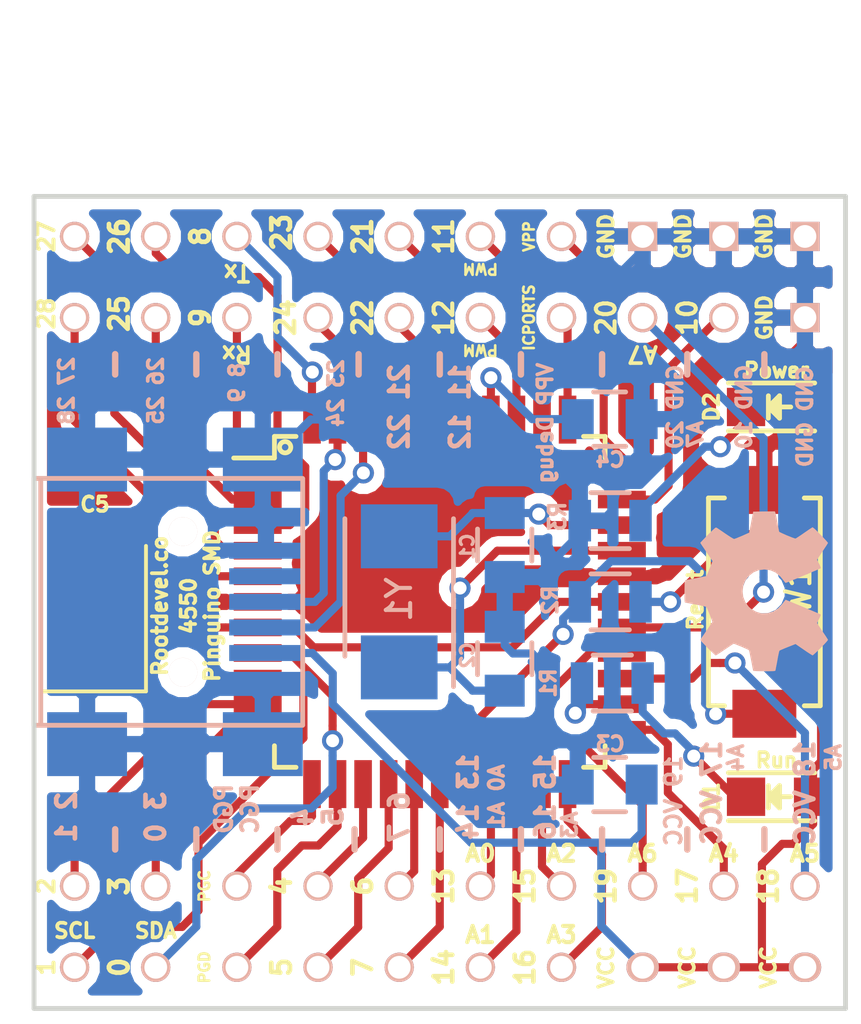
<source format=kicad_pcb>
(kicad_pcb (version 4) (host pcbnew 4.0.4+dfsg1-stable)

  (general
    (links 72)
    (no_connects 0)
    (area 76.124999 50.743375 101.675001 76.293377)
    (thickness 1.6)
    (drawings 106)
    (tracks 350)
    (zones 0)
    (modules 55)
    (nets 45)
  )

  (page USLetter portrait)
  (title_block
    (title "Pinguino 4550 SMD")
    (date 2016-12-21)
    (rev 2.0)
    (company Rootdevel)
    (comment 1 Hackerspace)
    (comment 2 fAnDrEs)
  )

  (layers
    (0 F.Cu signal)
    (31 B.Cu signal)
    (32 B.Adhes user)
    (33 F.Adhes user)
    (34 B.Paste user)
    (35 F.Paste user)
    (36 B.SilkS user)
    (37 F.SilkS user)
    (38 B.Mask user)
    (39 F.Mask user)
    (40 Dwgs.User user)
    (41 Cmts.User user)
    (42 Eco1.User user)
    (43 Eco2.User user)
    (44 Edge.Cuts user)
    (45 Margin user)
    (46 B.CrtYd user)
    (47 F.CrtYd user)
    (48 B.Fab user)
    (49 F.Fab user)
  )

  (setup
    (last_trace_width 0.254)
    (user_trace_width 0.2032)
    (user_trace_width 0.254)
    (user_trace_width 0.3048)
    (user_trace_width 0.381)
    (user_trace_width 0.4318)
    (user_trace_width 0.508)
    (user_trace_width 0.6096)
    (user_trace_width 0.8128)
    (trace_clearance 0.254)
    (zone_clearance 0.3302)
    (zone_45_only no)
    (trace_min 0.2032)
    (segment_width 0.2)
    (edge_width 0.15)
    (via_size 0.6604)
    (via_drill 0.4064)
    (via_min_size 0.381)
    (via_min_drill 0.3302)
    (user_via 0.5842 0.3302)
    (user_via 0.8128 0.508)
    (user_via 1.2192 0.8128)
    (user_via 6.604 0.4064)
    (uvia_size 0.508)
    (uvia_drill 0.127)
    (uvias_allowed no)
    (uvia_min_size 0)
    (uvia_min_drill 0)
    (pcb_text_width 0.3)
    (pcb_text_size 1.5 1.5)
    (mod_edge_width 0.15)
    (mod_text_size 1 1)
    (mod_text_width 0.15)
    (pad_size 1.016 0.9144)
    (pad_drill 0.7112)
    (pad_to_mask_clearance 0.1524)
    (aux_axis_origin 76.2 76.2)
    (grid_origin 88.9 63.5)
    (visible_elements FFFFFF7F)
    (pcbplotparams
      (layerselection 0x010f0_80000001)
      (usegerberextensions false)
      (excludeedgelayer true)
      (linewidth 0.100000)
      (plotframeref false)
      (viasonmask false)
      (mode 1)
      (useauxorigin false)
      (hpglpennumber 1)
      (hpglpenspeed 20)
      (hpglpendiameter 15)
      (hpglpenoverlay 2)
      (psnegative false)
      (psa4output false)
      (plotreference true)
      (plotvalue true)
      (plotinvisibletext false)
      (padsonsilk false)
      (subtractmaskfromsilk false)
      (outputformat 1)
      (mirror false)
      (drillshape 0)
      (scaleselection 1)
      (outputdirectory PCB))
  )

  (net 0 "")
  (net 1 GND)
  (net 2 /OSC0)
  (net 3 /OSC1)
  (net 4 VCC)
  (net 5 /VUSB)
  (net 6 "Net-(D1-Pad1)")
  (net 7 "Net-(D2-Pad1)")
  (net 8 /D-)
  (net 9 /D+)
  (net 10 /PIN0/SDA)
  (net 11 /PIN1/SCL)
  (net 12 /PIN15/A2)
  (net 13 /PIN2)
  (net 14 /PIN16/A3)
  (net 15 /PIN3)
  (net 16 /PIN17/A4)
  (net 17 /PIN4)
  (net 18 /PIN18/A5)
  (net 19 /PIN5)
  (net 20 /PIN19/A6)
  (net 21 /PIN6)
  (net 22 /PIN20/A7)
  (net 23 /PIN7)
  (net 24 /PIN21)
  (net 25 /PIN8/TX)
  (net 26 /PIN22)
  (net 27 /PIN9/RX)
  (net 28 /PIN23)
  (net 29 /PIN10)
  (net 30 /PIN24)
  (net 31 /PIN11/PWM)
  (net 32 /PIN25)
  (net 33 /PIN12/PWM)
  (net 34 /PIN26)
  (net 35 /PIN13/A0)
  (net 36 /PIN27)
  (net 37 /PIN14/A1)
  (net 38 /PIN28)
  (net 39 /ICSP-VPP)
  (net 40 /ICSP_PGD)
  (net 41 /ICSP_PGC)
  (net 42 /RA4)
  (net 43 /MCLR)
  (net 44 /ICPORTS)

  (net_class Default "This is the default net class."
    (clearance 0.254)
    (trace_width 0.254)
    (via_dia 0.6604)
    (via_drill 0.4064)
    (uvia_dia 0.508)
    (uvia_drill 0.127)
    (add_net /D+)
    (add_net /D-)
    (add_net /ICPORTS)
    (add_net /ICSP-VPP)
    (add_net /ICSP_PGC)
    (add_net /ICSP_PGD)
    (add_net /MCLR)
    (add_net /OSC0)
    (add_net /OSC1)
    (add_net /PIN0/SDA)
    (add_net /PIN1/SCL)
    (add_net /PIN10)
    (add_net /PIN11/PWM)
    (add_net /PIN12/PWM)
    (add_net /PIN13/A0)
    (add_net /PIN14/A1)
    (add_net /PIN15/A2)
    (add_net /PIN16/A3)
    (add_net /PIN17/A4)
    (add_net /PIN18/A5)
    (add_net /PIN19/A6)
    (add_net /PIN2)
    (add_net /PIN20/A7)
    (add_net /PIN21)
    (add_net /PIN22)
    (add_net /PIN23)
    (add_net /PIN24)
    (add_net /PIN25)
    (add_net /PIN26)
    (add_net /PIN27)
    (add_net /PIN28)
    (add_net /PIN3)
    (add_net /PIN4)
    (add_net /PIN5)
    (add_net /PIN6)
    (add_net /PIN7)
    (add_net /PIN8/TX)
    (add_net /PIN9/RX)
    (add_net /RA4)
    (add_net /VUSB)
    (add_net GND)
    (add_net "Net-(D1-Pad1)")
    (add_net "Net-(D2-Pad1)")
    (add_net VCC)
  )

  (net_class Power ""
    (clearance 0.3048)
    (trace_width 0.3048)
    (via_dia 0.762)
    (via_drill 0.508)
    (uvia_dia 1.016)
    (uvia_drill 0.254)
  )

  (module LOGO (layer B.Cu) (tedit 0) (tstamp 58AF9C1D)
    (at 98.806 63.1698 270)
    (fp_text reference G*** (at 0 -2.65176 270) (layer B.SilkS) hide
      (effects (font (size 0.22606 0.22606) (thickness 0.04318)) (justify mirror))
    )
    (fp_text value LOGO (at 0 2.65176 270) (layer B.SilkS) hide
      (effects (font (size 0.22606 0.22606) (thickness 0.04318)) (justify mirror))
    )
    (fp_poly (pts (xy -1.51384 -2.24536) (xy -1.48844 -2.23012) (xy -1.43002 -2.19456) (xy -1.3462 -2.13868)
      (xy -1.24714 -2.07264) (xy -1.14808 -2.0066) (xy -1.0668 -1.95326) (xy -1.01092 -1.91516)
      (xy -0.98552 -1.90246) (xy -0.97282 -1.90754) (xy -0.9271 -1.9304) (xy -0.85852 -1.96596)
      (xy -0.81788 -1.98628) (xy -0.75692 -2.01168) (xy -0.7239 -2.0193) (xy -0.71882 -2.00914)
      (xy -0.69596 -1.96088) (xy -0.6604 -1.8796) (xy -0.61468 -1.77038) (xy -0.5588 -1.64338)
      (xy -0.50292 -1.50876) (xy -0.4445 -1.36906) (xy -0.38862 -1.23444) (xy -0.34036 -1.11506)
      (xy -0.29972 -1.01854) (xy -0.27432 -0.94996) (xy -0.26416 -0.92202) (xy -0.2667 -0.9144)
      (xy -0.29972 -0.88392) (xy -0.35306 -0.84328) (xy -0.47244 -0.74676) (xy -0.58928 -0.60198)
      (xy -0.6604 -0.43688) (xy -0.68326 -0.25146) (xy -0.66294 -0.08128) (xy -0.5969 0.08128)
      (xy -0.4826 0.2286) (xy -0.3429 0.33782) (xy -0.18034 0.4064) (xy 0 0.42926)
      (xy 0.17272 0.40894) (xy 0.34036 0.3429) (xy 0.48768 0.23114) (xy 0.55118 0.16002)
      (xy 0.63754 0.01016) (xy 0.6858 -0.14732) (xy 0.69088 -0.18796) (xy 0.68326 -0.36322)
      (xy 0.63246 -0.5334) (xy 0.53848 -0.68326) (xy 0.40894 -0.80772) (xy 0.3937 -0.81788)
      (xy 0.33528 -0.8636) (xy 0.29464 -0.89408) (xy 0.26416 -0.91948) (xy 0.48768 -1.45796)
      (xy 0.52324 -1.54178) (xy 0.5842 -1.6891) (xy 0.63754 -1.8161) (xy 0.68072 -1.9177)
      (xy 0.7112 -1.98374) (xy 0.7239 -2.01168) (xy 0.7239 -2.01422) (xy 0.74422 -2.01676)
      (xy 0.78486 -2.00152) (xy 0.86106 -1.96596) (xy 0.90932 -1.94056) (xy 0.96774 -1.91262)
      (xy 0.99314 -1.90246) (xy 1.016 -1.91516) (xy 1.06934 -1.95072) (xy 1.15062 -2.00406)
      (xy 1.24714 -2.06756) (xy 1.33858 -2.13106) (xy 1.4224 -2.18694) (xy 1.48336 -2.22504)
      (xy 1.51384 -2.24282) (xy 1.51892 -2.24282) (xy 1.54432 -2.22758) (xy 1.59258 -2.18694)
      (xy 1.66624 -2.11836) (xy 1.77038 -2.01422) (xy 1.78562 -1.99898) (xy 1.87198 -1.91262)
      (xy 1.94056 -1.83896) (xy 1.98628 -1.78816) (xy 2.00406 -1.7653) (xy 2.00406 -1.7653)
      (xy 1.98882 -1.73482) (xy 1.95072 -1.67386) (xy 1.89484 -1.5875) (xy 1.82626 -1.48844)
      (xy 1.64846 -1.22936) (xy 1.74498 -0.98552) (xy 1.77546 -0.90932) (xy 1.81356 -0.82042)
      (xy 1.8415 -0.75438) (xy 1.85674 -0.72644) (xy 1.88214 -0.71628) (xy 1.95072 -0.70104)
      (xy 2.04724 -0.68072) (xy 2.16154 -0.6604) (xy 2.2733 -0.64008) (xy 2.37236 -0.61976)
      (xy 2.44348 -0.60706) (xy 2.4765 -0.59944) (xy 2.48412 -0.59436) (xy 2.49174 -0.57912)
      (xy 2.49428 -0.5461) (xy 2.49682 -0.48514) (xy 2.49936 -0.39116) (xy 2.49936 -0.25146)
      (xy 2.49936 -0.23622) (xy 2.49682 -0.10668) (xy 2.49428 0) (xy 2.49174 0.06604)
      (xy 2.48666 0.09398) (xy 2.48666 0.09398) (xy 2.45618 0.1016) (xy 2.38506 0.11684)
      (xy 2.286 0.13462) (xy 2.16662 0.15748) (xy 2.159 0.16002) (xy 2.04216 0.18288)
      (xy 1.9431 0.2032) (xy 1.87198 0.21844) (xy 1.84404 0.2286) (xy 1.83642 0.23622)
      (xy 1.81356 0.28194) (xy 1.78054 0.3556) (xy 1.7399 0.4445) (xy 1.7018 0.53848)
      (xy 1.66878 0.6223) (xy 1.64592 0.68326) (xy 1.6383 0.7112) (xy 1.64084 0.71374)
      (xy 1.65862 0.74168) (xy 1.69926 0.80264) (xy 1.75514 0.88646) (xy 1.82372 0.98806)
      (xy 1.8288 0.99568) (xy 1.89738 1.09474) (xy 1.95326 1.1811) (xy 1.98882 1.23952)
      (xy 2.00406 1.26746) (xy 2.00406 1.27) (xy 1.9812 1.30048) (xy 1.9304 1.35636)
      (xy 1.85674 1.43256) (xy 1.77038 1.52146) (xy 1.74244 1.54686) (xy 1.64338 1.64338)
      (xy 1.57734 1.70434) (xy 1.53416 1.73736) (xy 1.51384 1.74498) (xy 1.51384 1.74498)
      (xy 1.48336 1.7272) (xy 1.41986 1.68656) (xy 1.33604 1.62814) (xy 1.23444 1.55956)
      (xy 1.22682 1.55448) (xy 1.12776 1.4859) (xy 1.04394 1.43002) (xy 0.98552 1.38938)
      (xy 0.95758 1.37414) (xy 0.95504 1.37414) (xy 0.9144 1.38684) (xy 0.84328 1.41224)
      (xy 0.75438 1.44526) (xy 0.66294 1.48336) (xy 0.57912 1.51892) (xy 0.51562 1.54686)
      (xy 0.48514 1.56464) (xy 0.48514 1.56464) (xy 0.47498 1.6002) (xy 0.4572 1.6764)
      (xy 0.43688 1.778) (xy 0.41148 1.89992) (xy 0.40894 1.92024) (xy 0.38608 2.03962)
      (xy 0.3683 2.13868) (xy 0.35306 2.20726) (xy 0.34544 2.2352) (xy 0.3302 2.23774)
      (xy 0.27178 2.24282) (xy 0.18288 2.24536) (xy 0.07366 2.24536) (xy -0.0381 2.24536)
      (xy -0.14732 2.24282) (xy -0.2413 2.24028) (xy -0.30988 2.2352) (xy -0.33782 2.23012)
      (xy -0.33782 2.22758) (xy -0.34798 2.18948) (xy -0.36576 2.11582) (xy -0.38608 2.01168)
      (xy -0.40894 1.88976) (xy -0.41402 1.8669) (xy -0.43688 1.75006) (xy -0.4572 1.651)
      (xy -0.4699 1.58496) (xy -0.47752 1.55702) (xy -0.49022 1.55194) (xy -0.53848 1.53162)
      (xy -0.61722 1.4986) (xy -0.71628 1.45796) (xy -0.94488 1.36652) (xy -1.22682 1.55702)
      (xy -1.25222 1.5748) (xy -1.35382 1.64338) (xy -1.4351 1.69926) (xy -1.49352 1.73736)
      (xy -1.51638 1.75006) (xy -1.51892 1.75006) (xy -1.54686 1.72466) (xy -1.60274 1.67132)
      (xy -1.67894 1.59766) (xy -1.76784 1.5113) (xy -1.83134 1.44526) (xy -1.91008 1.36652)
      (xy -1.95834 1.31318) (xy -1.98628 1.28016) (xy -1.9939 1.25984) (xy -1.99136 1.2446)
      (xy -1.97358 1.21666) (xy -1.93294 1.1557) (xy -1.87452 1.06934) (xy -1.80594 0.97028)
      (xy -1.75006 0.88646) (xy -1.6891 0.79248) (xy -1.651 0.72644) (xy -1.63576 0.69342)
      (xy -1.64084 0.68072) (xy -1.65862 0.62484) (xy -1.69418 0.54102) (xy -1.73482 0.44196)
      (xy -1.83388 0.22098) (xy -1.97866 0.19304) (xy -2.06756 0.17526) (xy -2.18948 0.1524)
      (xy -2.30886 0.12954) (xy -2.49174 0.09398) (xy -2.49936 -0.58166) (xy -2.47142 -0.59436)
      (xy -2.44348 -0.60198) (xy -2.3749 -0.61722) (xy -2.27838 -0.63754) (xy -2.16154 -0.65786)
      (xy -2.06502 -0.67564) (xy -1.96596 -0.69596) (xy -1.89484 -0.70866) (xy -1.86436 -0.71628)
      (xy -1.8542 -0.72644) (xy -1.83134 -0.7747) (xy -1.79578 -0.8509) (xy -1.75514 -0.94234)
      (xy -1.71704 -1.03632) (xy -1.68148 -1.12522) (xy -1.65862 -1.19126) (xy -1.64846 -1.22428)
      (xy -1.66116 -1.25222) (xy -1.69926 -1.31064) (xy -1.7526 -1.39192) (xy -1.82118 -1.49098)
      (xy -1.88722 -1.5875) (xy -1.94564 -1.67132) (xy -1.98374 -1.73228) (xy -2.00152 -1.76022)
      (xy -1.99136 -1.778) (xy -1.95326 -1.82626) (xy -1.8796 -1.90246) (xy -1.76784 -2.01168)
      (xy -1.75006 -2.02946) (xy -1.6637 -2.11328) (xy -1.59004 -2.18186) (xy -1.5367 -2.22758)
      (xy -1.51384 -2.24536)) (layer B.SilkS) (width 0.00254))
  )

  (module Resistors_SMD:R_0805 (layer B.Cu) (tedit 58AF2C5B) (tstamp 58ACDD53)
    (at 94.234 63.5 180)
    (descr "Resistor SMD 0805, reflow soldering, Vishay (see dcrcw.pdf)")
    (tags "resistor 0805")
    (path /58460422)
    (attr smd)
    (fp_text reference R2 (at 1.8796 0.0508 270) (layer B.SilkS)
      (effects (font (size 0.4572 0.4572) (thickness 0.1143)) (justify mirror))
    )
    (fp_text value 10k (at 0 -2.1 180) (layer B.Fab)
      (effects (font (size 1 1) (thickness 0.15)) (justify mirror))
    )
    (fp_line (start -1.6 1) (end 1.6 1) (layer B.CrtYd) (width 0.05))
    (fp_line (start -1.6 -1) (end 1.6 -1) (layer B.CrtYd) (width 0.05))
    (fp_line (start -1.6 1) (end -1.6 -1) (layer B.CrtYd) (width 0.05))
    (fp_line (start 1.6 1) (end 1.6 -1) (layer B.CrtYd) (width 0.05))
    (fp_line (start 0.6 -0.875) (end -0.6 -0.875) (layer B.SilkS) (width 0.15))
    (fp_line (start -0.6 0.875) (end 0.6 0.875) (layer B.SilkS) (width 0.15))
    (pad 1 smd rect (at -0.95 0 180) (size 0.7 1.3) (layers B.Cu B.Paste B.Mask)
      (net 4 VCC))
    (pad 2 smd rect (at 0.95 0 180) (size 0.7 1.3) (layers B.Cu B.Paste B.Mask)
      (net 43 /MCLR))
    (model Resistors_SMD.3dshapes/R_0805.wrl
      (at (xyz 0 0 0))
      (scale (xyz 1 1 1))
      (rotate (xyz 0 0 0))
    )
  )

  (module Buttons_Switches_SMD:SW_SPST_REED_CT05-XXXX-G1 (layer F.Cu) (tedit 58AF2819) (tstamp 585B0A0E)
    (at 99.06 63.5 90)
    (descr "Coto Technologies SPST Reed Switch CT05-XXXX-G1")
    (tags "Coto Reed SPST Switch")
    (path /5846049F)
    (attr smd)
    (fp_text reference SW1 (at 0.0051 1.0638 90) (layer F.SilkS)
      (effects (font (size 0.762 0.762) (thickness 0.127)))
    )
    (fp_text value Reset (at 0.0559 -2.159 90) (layer F.SilkS)
      (effects (font (size 0.4572 0.4572) (thickness 0.1143)))
    )
    (fp_line (start -5.8 2) (end -5.8 -2) (layer F.CrtYd) (width 0.05))
    (fp_line (start -5.8 -2) (end 5.8 -2) (layer F.CrtYd) (width 0.05))
    (fp_line (start 5.8 -2) (end 5.8 2) (layer F.CrtYd) (width 0.05))
    (fp_line (start 5.8 2) (end -5.8 2) (layer F.CrtYd) (width 0.05))
    (fp_line (start 3.25 1.25) (end 3.25 1.75) (layer F.SilkS) (width 0.15))
    (fp_line (start 3.25 1.75) (end -3.25 1.75) (layer F.SilkS) (width 0.15))
    (fp_line (start -3.25 1.75) (end -3.25 1.25) (layer F.SilkS) (width 0.15))
    (fp_line (start -3.25 -1.25) (end -3.25 -1.75) (layer F.SilkS) (width 0.15))
    (fp_line (start -3.25 -1.75) (end 3.25 -1.75) (layer F.SilkS) (width 0.15))
    (fp_line (start 3.25 -1.75) (end 3.25 -1.25) (layer F.SilkS) (width 0.15))
    (pad 2 smd rect (at 3.5 0 90) (size 1.5 2) (layers F.Cu F.Paste F.Mask)
      (net 1 GND))
    (pad 1 smd rect (at -3.5 0 90) (size 1.5 2) (layers F.Cu F.Paste F.Mask)
      (net 43 /MCLR) (clearance 0.508))
    (model Buttons_Switches_SMD.3dshapes/SW_SMD_1181.wrl
      (at (xyz 0 0 0))
      (scale (xyz 1 1 1))
      (rotate (xyz 0 0 0))
    )
  )

  (module Connect:USB_Mini-B (layer B.Cu) (tedit 58AD18DB) (tstamp 585B0942)
    (at 80.01 63.5)
    (descr "USB Mini-B 5-pin SMD connector")
    (tags "USB USB_B USB_Mini connector")
    (path /58465D42)
    (attr smd)
    (fp_text reference P1 (at 0 -6.90118) (layer B.SilkS) hide
      (effects (font (size 1 1) (thickness 0.15)) (justify mirror))
    )
    (fp_text value uUSB (at -1.563 0.183 270) (layer B.Fab)
      (effects (font (size 1 1) (thickness 0.15)) (justify mirror))
    )
    (fp_line (start 4.5974 -3.8608) (end -3.81 -3.8608) (layer B.SilkS) (width 0.15))
    (fp_line (start 4.5974 3.8608) (end -3.81 3.8608) (layer B.SilkS) (width 0.15))
    (fp_line (start -3.81 -3.8354) (end -3.81 3.8354) (layer B.SilkS) (width 0.15))
    (fp_line (start -4.85 5.7) (end 4.85 5.7) (layer B.CrtYd) (width 0.05))
    (fp_line (start 4.85 5.7) (end 4.85 -5.7) (layer B.CrtYd) (width 0.05))
    (fp_line (start 4.85 -5.7) (end -4.85 -5.7) (layer B.CrtYd) (width 0.05))
    (fp_line (start -4.85 -5.7) (end -4.85 5.7) (layer B.CrtYd) (width 0.05))
    (fp_line (start -3.59918 3.85064) (end -3.59918 -3.85064) (layer B.SilkS) (width 0.15))
    (fp_line (start 4.59994 -3.85064) (end 4.59994 3.85064) (layer B.SilkS) (width 0.15))
    (pad 1 smd rect (at 3.44932 1.6002) (size 2.30124 0.50038) (layers B.Cu B.Paste B.Mask)
      (net 4 VCC))
    (pad 2 smd rect (at 3.44932 0.8001) (size 2.30124 0.50038) (layers B.Cu B.Paste B.Mask)
      (net 8 /D-))
    (pad 3 smd rect (at 3.44932 0) (size 2.30124 0.50038) (layers B.Cu B.Paste B.Mask)
      (net 9 /D+))
    (pad 4 smd rect (at 3.44932 -0.8001) (size 2.30124 0.50038) (layers B.Cu B.Paste B.Mask))
    (pad 5 smd rect (at 3.44932 -1.6002) (size 2.30124 0.50038) (layers B.Cu B.Paste B.Mask)
      (net 1 GND))
    (pad 6 smd rect (at 3.35026 4.45008) (size 2.49936 1.99898) (layers B.Cu B.Paste B.Mask)
      (net 1 GND))
    (pad 6 smd rect (at -2.14884 4.45008) (size 2.49936 1.99898) (layers B.Cu B.Paste B.Mask)
      (net 1 GND))
    (pad 6 smd rect (at 3.35026 -4.45008) (size 2.49936 1.99898) (layers B.Cu B.Paste B.Mask)
      (net 1 GND))
    (pad 6 smd rect (at -2.14884 -4.45008) (size 2.49936 1.99898) (layers B.Cu B.Paste B.Mask)
      (net 1 GND))
    (pad "" np_thru_hole circle (at 0.8509 2.19964) (size 0.89916 0.89916) (drill 0.89916) (layers *.Cu *.Mask B.SilkS))
    (pad "" np_thru_hole circle (at 0.8509 -2.19964) (size 0.89916 0.89916) (drill 0.89916) (layers *.Cu *.Mask B.SilkS))
    (model Connect.3dshapes/USB_Mini_B.wrl
      (at (xyz 0 0 0))
      (scale (xyz 1 1 1))
      (rotate (xyz 0 0 0))
    )
  )

  (module Socket_Strips:Socket_Strip_Straight_1x01 (layer B.Cu) (tedit 58ADD12F) (tstamp 585B0956)
    (at 100.33 52.07)
    (descr "Through hole socket strip")
    (tags "socket strip")
    (path /5849FD31)
    (fp_text reference P5 (at 0 5.1) (layer B.SilkS) hide
      (effects (font (size 1 1) (thickness 0.15)) (justify mirror))
    )
    (fp_text value CONN_01X01 (at 0 3.1) (layer B.Fab) hide
      (effects (font (size 1 1) (thickness 0.15)) (justify mirror))
    )
    (fp_line (start -1.75 1.75) (end -1.75 -1.75) (layer B.CrtYd) (width 0.05))
    (fp_line (start 1.75 1.75) (end 1.75 -1.75) (layer B.CrtYd) (width 0.05))
    (fp_line (start -1.75 1.75) (end 1.75 1.75) (layer B.CrtYd) (width 0.05))
    (fp_line (start -1.75 -1.75) (end 1.75 -1.75) (layer B.CrtYd) (width 0.05))
    (pad 1 thru_hole rect (at 0 0) (size 0.9144 0.9144) (drill 0.7112) (layers *.Cu *.Mask B.SilkS)
      (net 1 GND))
    (model Socket_Strips.3dshapes/Socket_Strip_Straight_1x01.wrl
      (at (xyz 0 0 0))
      (scale (xyz 1 1 1))
      (rotate (xyz 0 0 180))
    )
  )

  (module Socket_Strips:Socket_Strip_Straight_1x01 (layer B.Cu) (tedit 58ADD13A) (tstamp 58ACEB7B)
    (at 100.33 54.61)
    (descr "Through hole socket strip")
    (tags "socket strip")
    (path /58ACED38)
    (fp_text reference P40 (at 0 5.1) (layer B.SilkS) hide
      (effects (font (size 1 1) (thickness 0.15)) (justify mirror))
    )
    (fp_text value CONN_01X01 (at 0 3.1) (layer B.Fab) hide
      (effects (font (size 1 1) (thickness 0.15)) (justify mirror))
    )
    (fp_line (start -1.75 1.75) (end -1.75 -1.75) (layer B.CrtYd) (width 0.05))
    (fp_line (start 1.75 1.75) (end 1.75 -1.75) (layer B.CrtYd) (width 0.05))
    (fp_line (start -1.75 1.75) (end 1.75 1.75) (layer B.CrtYd) (width 0.05))
    (fp_line (start -1.75 -1.75) (end 1.75 -1.75) (layer B.CrtYd) (width 0.05))
    (pad 1 thru_hole rect (at 0 0) (size 0.9144 0.9144) (drill 0.7112) (layers *.Cu *.Mask B.SilkS)
      (net 1 GND))
    (model Socket_Strips.3dshapes/Socket_Strip_Straight_1x01.wrl
      (at (xyz 0 0 0))
      (scale (xyz 1 1 1))
      (rotate (xyz 0 0 180))
    )
  )

  (module Socket_Strips:Socket_Strip_Straight_1x01 (layer B.Cu) (tedit 58AD186E) (tstamp 58ACEB76)
    (at 92.71 54.61)
    (descr "Through hole socket strip")
    (tags "socket strip")
    (path /58ACEDE8)
    (fp_text reference P39 (at 0 5.1) (layer B.SilkS) hide
      (effects (font (size 1 1) (thickness 0.15)) (justify mirror))
    )
    (fp_text value CONN_01X01 (at 0 3.1) (layer B.Fab) hide
      (effects (font (size 1 1) (thickness 0.15)) (justify mirror))
    )
    (fp_line (start -1.75 1.75) (end -1.75 -1.75) (layer B.CrtYd) (width 0.05))
    (fp_line (start 1.75 1.75) (end 1.75 -1.75) (layer B.CrtYd) (width 0.05))
    (fp_line (start -1.75 1.75) (end 1.75 1.75) (layer B.CrtYd) (width 0.05))
    (fp_line (start -1.75 -1.75) (end 1.75 -1.75) (layer B.CrtYd) (width 0.05))
    (pad 1 thru_hole circle (at 0 0) (size 0.9144 0.9144) (drill 0.7112) (layers *.Cu *.Mask B.SilkS)
      (net 44 /ICPORTS))
    (model Socket_Strips.3dshapes/Socket_Strip_Straight_1x01.wrl
      (at (xyz 0 0 0))
      (scale (xyz 1 1 1))
      (rotate (xyz 0 0 180))
    )
  )

  (module Socket_Strips:Socket_Strip_Straight_1x01 (layer B.Cu) (tedit 58ADD127) (tstamp 5863399A)
    (at 97.79 52.07)
    (descr "Through hole socket strip")
    (tags "socket strip")
    (path /5863069D)
    (fp_text reference P38 (at 0 5.1) (layer B.SilkS) hide
      (effects (font (size 1 1) (thickness 0.15)) (justify mirror))
    )
    (fp_text value CONN_01X01 (at 0 3.1) (layer B.Fab) hide
      (effects (font (size 1 1) (thickness 0.15)) (justify mirror))
    )
    (fp_line (start -1.75 1.75) (end -1.75 -1.75) (layer B.CrtYd) (width 0.05))
    (fp_line (start 1.75 1.75) (end 1.75 -1.75) (layer B.CrtYd) (width 0.05))
    (fp_line (start -1.75 1.75) (end 1.75 1.75) (layer B.CrtYd) (width 0.05))
    (fp_line (start -1.75 -1.75) (end 1.75 -1.75) (layer B.CrtYd) (width 0.05))
    (pad 1 thru_hole rect (at 0 0) (size 0.9144 0.9144) (drill 0.7112) (layers *.Cu *.Mask B.SilkS)
      (net 1 GND))
    (model Socket_Strips.3dshapes/Socket_Strip_Straight_1x01.wrl
      (at (xyz 0 0 0))
      (scale (xyz 1 1 1))
      (rotate (xyz 0 0 180))
    )
  )

  (module Socket_Strips:Socket_Strip_Straight_1x01 (layer B.Cu) (tedit 58AD1858) (tstamp 585B0997)
    (at 95.25 54.61)
    (descr "Through hole socket strip")
    (tags "socket strip")
    (path /5848B976)
    (fp_text reference P18 (at 0 5.1) (layer B.SilkS) hide
      (effects (font (size 1 1) (thickness 0.15)) (justify mirror))
    )
    (fp_text value CONN_01X01 (at 0 3.1) (layer B.Fab) hide
      (effects (font (size 1 1) (thickness 0.15)) (justify mirror))
    )
    (fp_line (start -1.75 1.75) (end -1.75 -1.75) (layer B.CrtYd) (width 0.05))
    (fp_line (start 1.75 1.75) (end 1.75 -1.75) (layer B.CrtYd) (width 0.05))
    (fp_line (start -1.75 1.75) (end 1.75 1.75) (layer B.CrtYd) (width 0.05))
    (fp_line (start -1.75 -1.75) (end 1.75 -1.75) (layer B.CrtYd) (width 0.05))
    (pad 1 thru_hole circle (at 0 0) (size 0.9144 0.9144) (drill 0.7112) (layers *.Cu *.Mask B.SilkS)
      (net 22 /PIN20/A7))
    (model Socket_Strips.3dshapes/Socket_Strip_Straight_1x01.wrl
      (at (xyz 0 0 0))
      (scale (xyz 1 1 1))
      (rotate (xyz 0 0 180))
    )
  )

  (module Socket_Strips:Socket_Strip_Straight_1x01 (layer B.Cu) (tedit 58ADDA87) (tstamp 585B094C)
    (at 95.25 52.07)
    (descr "Through hole socket strip")
    (tags "socket strip")
    (path /5849FDE4)
    (fp_text reference P3 (at 0 2.739999) (layer B.SilkS) hide
      (effects (font (size 1 1) (thickness 0.15)) (justify mirror))
    )
    (fp_text value CONN_01X01 (at 0 3.1) (layer B.Fab) hide
      (effects (font (size 1 1) (thickness 0.15)) (justify mirror))
    )
    (fp_line (start -1.75 1.75) (end -1.75 -1.75) (layer B.CrtYd) (width 0.05))
    (fp_line (start 1.75 1.75) (end 1.75 -1.75) (layer B.CrtYd) (width 0.05))
    (fp_line (start -1.75 1.75) (end 1.75 1.75) (layer B.CrtYd) (width 0.05))
    (fp_line (start -1.75 -1.75) (end 1.75 -1.75) (layer B.CrtYd) (width 0.05))
    (pad 1 thru_hole rect (at 0 0) (size 0.9144 0.9144) (drill 0.7112) (layers *.Cu *.Mask B.SilkS)
      (net 1 GND))
    (model Socket_Strips.3dshapes/Socket_Strip_Straight_1x01.wrl
      (at (xyz 0 0 0))
      (scale (xyz 1 1 1))
      (rotate (xyz 0 0 180))
    )
  )

  (module Socket_Strips:Socket_Strip_Straight_1x01 (layer B.Cu) (tedit 58AD1842) (tstamp 585B09EC)
    (at 92.71 52.07)
    (descr "Through hole socket strip")
    (tags "socket strip")
    (path /584905B2)
    (fp_text reference P35 (at 0 2.549999) (layer B.SilkS) hide
      (effects (font (size 1 1) (thickness 0.15)) (justify mirror))
    )
    (fp_text value CONN_01X01 (at 0 3.1) (layer B.Fab) hide
      (effects (font (size 1 1) (thickness 0.15)) (justify mirror))
    )
    (fp_line (start -1.75 1.75) (end -1.75 -1.75) (layer B.CrtYd) (width 0.05))
    (fp_line (start 1.75 1.75) (end 1.75 -1.75) (layer B.CrtYd) (width 0.05))
    (fp_line (start -1.75 1.75) (end 1.75 1.75) (layer B.CrtYd) (width 0.05))
    (fp_line (start -1.75 -1.75) (end 1.75 -1.75) (layer B.CrtYd) (width 0.05))
    (pad 1 thru_hole circle (at 0 0) (size 0.9144 0.9144) (drill 0.7112) (layers *.Cu *.Mask B.SilkS)
      (net 39 /ICSP-VPP))
    (model Socket_Strips.3dshapes/Socket_Strip_Straight_1x01.wrl
      (at (xyz 0 0 0))
      (scale (xyz 1 1 1))
      (rotate (xyz 0 0 180))
    )
  )

  (module Socket_Strips:Socket_Strip_Straight_1x01 (layer B.Cu) (tedit 58AD1838) (tstamp 585B09BA)
    (at 97.79 54.61)
    (descr "Through hole socket strip")
    (tags "socket strip")
    (path /5848A400)
    (fp_text reference P25 (at 0.036666 2.949999) (layer B.SilkS) hide
      (effects (font (size 1 1) (thickness 0.15)) (justify mirror))
    )
    (fp_text value CONN_01X01 (at 0 3.1) (layer B.Fab) hide
      (effects (font (size 1 1) (thickness 0.15)) (justify mirror))
    )
    (fp_line (start -1.75 1.75) (end -1.75 -1.75) (layer B.CrtYd) (width 0.05))
    (fp_line (start 1.75 1.75) (end 1.75 -1.75) (layer B.CrtYd) (width 0.05))
    (fp_line (start -1.75 1.75) (end 1.75 1.75) (layer B.CrtYd) (width 0.05))
    (fp_line (start -1.75 -1.75) (end 1.75 -1.75) (layer B.CrtYd) (width 0.05))
    (pad 1 thru_hole circle (at 0 0) (size 0.9144 0.9144) (drill 0.7112) (layers *.Cu *.Mask B.SilkS)
      (net 29 /PIN10))
    (model Socket_Strips.3dshapes/Socket_Strip_Straight_1x01.wrl
      (at (xyz 0 0 0))
      (scale (xyz 1 1 1))
      (rotate (xyz 0 0 180))
    )
  )

  (module Socket_Strips:Socket_Strip_Straight_1x01 (layer B.Cu) (tedit 58AD182F) (tstamp 585B09CE)
    (at 90.17 54.61)
    (descr "Through hole socket strip")
    (tags "socket strip")
    (path /5848A40C)
    (fp_text reference P29 (at 0 2.549999) (layer B.SilkS) hide
      (effects (font (size 1 1) (thickness 0.15)) (justify mirror))
    )
    (fp_text value CONN_01X01 (at 0 3.1) (layer B.Fab) hide
      (effects (font (size 1 1) (thickness 0.15)) (justify mirror))
    )
    (fp_line (start -1.75 1.75) (end -1.75 -1.75) (layer B.CrtYd) (width 0.05))
    (fp_line (start 1.75 1.75) (end 1.75 -1.75) (layer B.CrtYd) (width 0.05))
    (fp_line (start -1.75 1.75) (end 1.75 1.75) (layer B.CrtYd) (width 0.05))
    (fp_line (start -1.75 -1.75) (end 1.75 -1.75) (layer B.CrtYd) (width 0.05))
    (pad 1 thru_hole circle (at 0 0) (size 0.9144 0.9144) (drill 0.7112) (layers *.Cu *.Mask B.SilkS)
      (net 33 /PIN12/PWM))
    (model Socket_Strips.3dshapes/Socket_Strip_Straight_1x01.wrl
      (at (xyz 0 0 0))
      (scale (xyz 1 1 1))
      (rotate (xyz 0 0 180))
    )
  )

  (module Socket_Strips:Socket_Strip_Straight_1x01 (layer B.Cu) (tedit 58AD1825) (tstamp 585B09C4)
    (at 90.17 52.07)
    (descr "Through hole socket strip")
    (tags "socket strip")
    (path /5848A406)
    (fp_text reference P27 (at 0 2.749999) (layer B.SilkS) hide
      (effects (font (size 1 1) (thickness 0.15)) (justify mirror))
    )
    (fp_text value CONN_01X01 (at 0 3.1) (layer B.Fab) hide
      (effects (font (size 1 1) (thickness 0.15)) (justify mirror))
    )
    (fp_line (start -1.75 1.75) (end -1.75 -1.75) (layer B.CrtYd) (width 0.05))
    (fp_line (start 1.75 1.75) (end 1.75 -1.75) (layer B.CrtYd) (width 0.05))
    (fp_line (start -1.75 1.75) (end 1.75 1.75) (layer B.CrtYd) (width 0.05))
    (fp_line (start -1.75 -1.75) (end 1.75 -1.75) (layer B.CrtYd) (width 0.05))
    (pad 1 thru_hole circle (at 0 0) (size 0.9144 0.9144) (drill 0.7112) (layers *.Cu *.Mask B.SilkS)
      (net 31 /PIN11/PWM))
    (model Socket_Strips.3dshapes/Socket_Strip_Straight_1x01.wrl
      (at (xyz 0 0 0))
      (scale (xyz 1 1 1))
      (rotate (xyz 0 0 180))
    )
  )

  (module Socket_Strips:Socket_Strip_Straight_1x01 (layer B.Cu) (tedit 58AD1817) (tstamp 585B09A1)
    (at 87.63 52.07)
    (descr "Through hole socket strip")
    (tags "socket strip")
    (path /5848B970)
    (fp_text reference P20 (at 0 2.749999) (layer B.SilkS) hide
      (effects (font (size 1 1) (thickness 0.15)) (justify mirror))
    )
    (fp_text value CONN_01X01 (at 0 3.1) (layer B.Fab) hide
      (effects (font (size 1 1) (thickness 0.15)) (justify mirror))
    )
    (fp_line (start -1.75 1.75) (end -1.75 -1.75) (layer B.CrtYd) (width 0.05))
    (fp_line (start 1.75 1.75) (end 1.75 -1.75) (layer B.CrtYd) (width 0.05))
    (fp_line (start -1.75 1.75) (end 1.75 1.75) (layer B.CrtYd) (width 0.05))
    (fp_line (start -1.75 -1.75) (end 1.75 -1.75) (layer B.CrtYd) (width 0.05))
    (pad 1 thru_hole circle (at 0 0) (size 0.9144 0.9144) (drill 0.7112) (layers *.Cu *.Mask B.SilkS)
      (net 24 /PIN21))
    (model Socket_Strips.3dshapes/Socket_Strip_Straight_1x01.wrl
      (at (xyz 0 0 0))
      (scale (xyz 1 1 1))
      (rotate (xyz 0 0 180))
    )
  )

  (module Socket_Strips:Socket_Strip_Straight_1x01 (layer B.Cu) (tedit 58AD180B) (tstamp 585B09AB)
    (at 87.63 54.61)
    (descr "Through hole socket strip")
    (tags "socket strip")
    (path /5848B96A)
    (fp_text reference P22 (at 0 2) (layer B.SilkS) hide
      (effects (font (size 1 1) (thickness 0.15)) (justify mirror))
    )
    (fp_text value CONN_01X01 (at 0 3.1) (layer B.Fab) hide
      (effects (font (size 1 1) (thickness 0.15)) (justify mirror))
    )
    (fp_line (start -1.75 1.75) (end -1.75 -1.75) (layer B.CrtYd) (width 0.05))
    (fp_line (start 1.75 1.75) (end 1.75 -1.75) (layer B.CrtYd) (width 0.05))
    (fp_line (start -1.75 1.75) (end 1.75 1.75) (layer B.CrtYd) (width 0.05))
    (fp_line (start -1.75 -1.75) (end 1.75 -1.75) (layer B.CrtYd) (width 0.05))
    (pad 1 thru_hole circle (at 0 0) (size 0.9144 0.9144) (drill 0.7112) (layers *.Cu *.Mask B.SilkS)
      (net 26 /PIN22))
    (model Socket_Strips.3dshapes/Socket_Strip_Straight_1x01.wrl
      (at (xyz 0 0 0))
      (scale (xyz 1 1 1))
      (rotate (xyz 0 0 180))
    )
  )

  (module Socket_Strips:Socket_Strip_Straight_1x01 (layer B.Cu) (tedit 58AD17F6) (tstamp 585B09BF)
    (at 85.09 54.61)
    (descr "Through hole socket strip")
    (tags "socket strip")
    (path /5848B95E)
    (fp_text reference P26 (at 0 3.149999) (layer B.SilkS) hide
      (effects (font (size 1 1) (thickness 0.15)) (justify mirror))
    )
    (fp_text value CONN_01X01 (at 0 3.1) (layer B.Fab) hide
      (effects (font (size 1 1) (thickness 0.15)) (justify mirror))
    )
    (fp_line (start -1.75 1.75) (end -1.75 -1.75) (layer B.CrtYd) (width 0.05))
    (fp_line (start 1.75 1.75) (end 1.75 -1.75) (layer B.CrtYd) (width 0.05))
    (fp_line (start -1.75 1.75) (end 1.75 1.75) (layer B.CrtYd) (width 0.05))
    (fp_line (start -1.75 -1.75) (end 1.75 -1.75) (layer B.CrtYd) (width 0.05))
    (pad 1 thru_hole circle (at 0 0) (size 0.9144 0.9144) (drill 0.7112) (layers *.Cu *.Mask B.SilkS)
      (net 30 /PIN24))
    (model Socket_Strips.3dshapes/Socket_Strip_Straight_1x01.wrl
      (at (xyz 0 0 0))
      (scale (xyz 1 1 1))
      (rotate (xyz 0 0 180))
    )
  )

  (module Socket_Strips:Socket_Strip_Straight_1x01 (layer B.Cu) (tedit 58AD17EB) (tstamp 585B09B5)
    (at 85.09 52.07)
    (descr "Through hole socket strip")
    (tags "socket strip")
    (path /5848B964)
    (fp_text reference P24 (at 0 3) (layer B.SilkS) hide
      (effects (font (size 1 1) (thickness 0.15)) (justify mirror))
    )
    (fp_text value CONN_01X01 (at 0 3.1) (layer B.Fab) hide
      (effects (font (size 1 1) (thickness 0.15)) (justify mirror))
    )
    (fp_line (start -1.75 1.75) (end -1.75 -1.75) (layer B.CrtYd) (width 0.05))
    (fp_line (start 1.75 1.75) (end 1.75 -1.75) (layer B.CrtYd) (width 0.05))
    (fp_line (start -1.75 1.75) (end 1.75 1.75) (layer B.CrtYd) (width 0.05))
    (fp_line (start -1.75 -1.75) (end 1.75 -1.75) (layer B.CrtYd) (width 0.05))
    (pad 1 thru_hole circle (at 0 0) (size 0.9144 0.9144) (drill 0.7112) (layers *.Cu *.Mask B.SilkS)
      (net 28 /PIN23))
    (model Socket_Strips.3dshapes/Socket_Strip_Straight_1x01.wrl
      (at (xyz 0 0 0))
      (scale (xyz 1 1 1))
      (rotate (xyz 0 0 180))
    )
  )

  (module Socket_Strips:Socket_Strip_Straight_1x01 (layer B.Cu) (tedit 58AD17E2) (tstamp 585B09B0)
    (at 82.55 54.61)
    (descr "Through hole socket strip")
    (tags "socket strip")
    (path /5848A3FA)
    (fp_text reference P23 (at 0 2.549999) (layer B.SilkS) hide
      (effects (font (size 1 1) (thickness 0.15)) (justify mirror))
    )
    (fp_text value CONN_01X01 (at 0 3.1) (layer B.Fab) hide
      (effects (font (size 1 1) (thickness 0.15)) (justify mirror))
    )
    (fp_line (start -1.75 1.75) (end -1.75 -1.75) (layer B.CrtYd) (width 0.05))
    (fp_line (start 1.75 1.75) (end 1.75 -1.75) (layer B.CrtYd) (width 0.05))
    (fp_line (start -1.75 1.75) (end 1.75 1.75) (layer B.CrtYd) (width 0.05))
    (fp_line (start -1.75 -1.75) (end 1.75 -1.75) (layer B.CrtYd) (width 0.05))
    (pad 1 thru_hole circle (at 0 0) (size 0.9144 0.9144) (drill 0.7112) (layers *.Cu *.Mask B.SilkS)
      (net 27 /PIN9/RX))
    (model Socket_Strips.3dshapes/Socket_Strip_Straight_1x01.wrl
      (at (xyz 0 0 0))
      (scale (xyz 1 1 1))
      (rotate (xyz 0 0 180))
    )
  )

  (module Socket_Strips:Socket_Strip_Straight_1x01 (layer B.Cu) (tedit 58AD17D8) (tstamp 585B09A6)
    (at 82.55 52.07)
    (descr "Through hole socket strip")
    (tags "socket strip")
    (path /5848A3F4)
    (fp_text reference P21 (at 0 2.949999) (layer B.SilkS) hide
      (effects (font (size 1 1) (thickness 0.15)) (justify mirror))
    )
    (fp_text value CONN_01X01 (at 0 3.1) (layer B.Fab) hide
      (effects (font (size 1 1) (thickness 0.15)) (justify mirror))
    )
    (fp_line (start -1.75 1.75) (end -1.75 -1.75) (layer B.CrtYd) (width 0.05))
    (fp_line (start 1.75 1.75) (end 1.75 -1.75) (layer B.CrtYd) (width 0.05))
    (fp_line (start -1.75 1.75) (end 1.75 1.75) (layer B.CrtYd) (width 0.05))
    (fp_line (start -1.75 -1.75) (end 1.75 -1.75) (layer B.CrtYd) (width 0.05))
    (pad 1 thru_hole circle (at 0 0) (size 0.9144 0.9144) (drill 0.7112) (layers *.Cu *.Mask B.SilkS)
      (net 25 /PIN8/TX))
    (model Socket_Strips.3dshapes/Socket_Strip_Straight_1x01.wrl
      (at (xyz 0 0 0))
      (scale (xyz 1 1 1))
      (rotate (xyz 0 0 180))
    )
  )

  (module Socket_Strips:Socket_Strip_Straight_1x01 (layer B.Cu) (tedit 58AD17CC) (tstamp 585B09C9)
    (at 80.01 54.61)
    (descr "Through hole socket strip")
    (tags "socket strip")
    (path /5848B958)
    (fp_text reference P28 (at 0 3) (layer B.SilkS) hide
      (effects (font (size 1 1) (thickness 0.15)) (justify mirror))
    )
    (fp_text value CONN_01X01 (at 0 3.1) (layer B.Fab) hide
      (effects (font (size 1 1) (thickness 0.15)) (justify mirror))
    )
    (fp_line (start -1.75 1.75) (end -1.75 -1.75) (layer B.CrtYd) (width 0.05))
    (fp_line (start 1.75 1.75) (end 1.75 -1.75) (layer B.CrtYd) (width 0.05))
    (fp_line (start -1.75 1.75) (end 1.75 1.75) (layer B.CrtYd) (width 0.05))
    (fp_line (start -1.75 -1.75) (end 1.75 -1.75) (layer B.CrtYd) (width 0.05))
    (pad 1 thru_hole circle (at 0 0) (size 0.9144 0.9144) (drill 0.7112) (layers *.Cu *.Mask B.SilkS)
      (net 32 /PIN25))
    (model Socket_Strips.3dshapes/Socket_Strip_Straight_1x01.wrl
      (at (xyz 0 0 0))
      (scale (xyz 1 1 1))
      (rotate (xyz 0 0 180))
    )
  )

  (module Socket_Strips:Socket_Strip_Straight_1x01 (layer B.Cu) (tedit 58AD1774) (tstamp 585B09D3)
    (at 80.01 52.07)
    (descr "Through hole socket strip")
    (tags "socket strip")
    (path /5848B952)
    (fp_text reference P30 (at 0 3) (layer B.SilkS) hide
      (effects (font (size 1 1) (thickness 0.15)) (justify mirror))
    )
    (fp_text value CONN_01X01 (at 0 3.1) (layer B.Fab) hide
      (effects (font (size 1 1) (thickness 0.15)) (justify mirror))
    )
    (fp_line (start -1.75 1.75) (end -1.75 -1.75) (layer B.CrtYd) (width 0.05))
    (fp_line (start 1.75 1.75) (end 1.75 -1.75) (layer B.CrtYd) (width 0.05))
    (fp_line (start -1.75 1.75) (end 1.75 1.75) (layer B.CrtYd) (width 0.05))
    (fp_line (start -1.75 -1.75) (end 1.75 -1.75) (layer B.CrtYd) (width 0.05))
    (pad 1 thru_hole circle (at 0 0) (size 0.9144 0.9144) (drill 0.7112) (layers *.Cu *.Mask B.SilkS)
      (net 34 /PIN26))
    (model Socket_Strips.3dshapes/Socket_Strip_Straight_1x01.wrl
      (at (xyz 0 0 0))
      (scale (xyz 1 1 1))
      (rotate (xyz 0 0 180))
    )
  )

  (module Socket_Strips:Socket_Strip_Straight_1x01 (layer B.Cu) (tedit 58AD176A) (tstamp 585B09DD)
    (at 77.47 52.07)
    (descr "Through hole socket strip")
    (tags "socket strip")
    (path /5848B94C)
    (fp_text reference P32 (at 0 3) (layer B.SilkS) hide
      (effects (font (size 1 1) (thickness 0.15)) (justify mirror))
    )
    (fp_text value CONN_01X01 (at 0 3.1) (layer B.Fab) hide
      (effects (font (size 1 1) (thickness 0.15)) (justify mirror))
    )
    (fp_line (start -1.75 1.75) (end -1.75 -1.75) (layer B.CrtYd) (width 0.05))
    (fp_line (start 1.75 1.75) (end 1.75 -1.75) (layer B.CrtYd) (width 0.05))
    (fp_line (start -1.75 1.75) (end 1.75 1.75) (layer B.CrtYd) (width 0.05))
    (fp_line (start -1.75 -1.75) (end 1.75 -1.75) (layer B.CrtYd) (width 0.05))
    (pad 1 thru_hole circle (at 0 0) (size 0.9144 0.9144) (drill 0.7112) (layers *.Cu *.Mask B.SilkS)
      (net 36 /PIN27))
    (model Socket_Strips.3dshapes/Socket_Strip_Straight_1x01.wrl
      (at (xyz 0 0 0))
      (scale (xyz 1 1 1))
      (rotate (xyz 0 0 180))
    )
  )

  (module Socket_Strips:Socket_Strip_Straight_1x01 (layer B.Cu) (tedit 58AD1758) (tstamp 585B09E7)
    (at 77.47 54.61)
    (descr "Through hole socket strip")
    (tags "socket strip")
    (path /5848B946)
    (fp_text reference P34 (at 0 2.749999) (layer B.SilkS) hide
      (effects (font (size 1 1) (thickness 0.15)) (justify mirror))
    )
    (fp_text value CONN_01X01 (at 0 3.1) (layer B.Fab) hide
      (effects (font (size 1 1) (thickness 0.15)) (justify mirror))
    )
    (fp_line (start -1.75 1.75) (end -1.75 -1.75) (layer B.CrtYd) (width 0.05))
    (fp_line (start 1.75 1.75) (end 1.75 -1.75) (layer B.CrtYd) (width 0.05))
    (fp_line (start -1.75 1.75) (end 1.75 1.75) (layer B.CrtYd) (width 0.05))
    (fp_line (start -1.75 -1.75) (end 1.75 -1.75) (layer B.CrtYd) (width 0.05))
    (pad 1 thru_hole circle (at 0 0) (size 0.9144 0.9144) (drill 0.7112) (layers *.Cu *.Mask B.SilkS)
      (net 38 /PIN28))
    (model Socket_Strips.3dshapes/Socket_Strip_Straight_1x01.wrl
      (at (xyz 0 0 0))
      (scale (xyz 1 1 1))
      (rotate (xyz 0 0 180))
    )
  )

  (module Socket_Strips:Socket_Strip_Straight_1x01 (layer B.Cu) (tedit 58AE2797) (tstamp 58ACEB80)
    (at 95.25 74.93)
    (descr "Through hole socket strip")
    (tags "socket strip")
    (path /58ACF1C6)
    (fp_text reference P41 (at 0 5.1) (layer B.SilkS) hide
      (effects (font (size 1 1) (thickness 0.15)) (justify mirror))
    )
    (fp_text value CONN_01X01 (at 0 3.1) (layer B.Fab) hide
      (effects (font (size 1 1) (thickness 0.15)) (justify mirror))
    )
    (fp_line (start -1.75 1.75) (end -1.75 -1.75) (layer B.CrtYd) (width 0.05))
    (fp_line (start 1.75 1.75) (end 1.75 -1.75) (layer B.CrtYd) (width 0.05))
    (fp_line (start -1.75 1.75) (end 1.75 1.75) (layer B.CrtYd) (width 0.05))
    (fp_line (start -1.75 -1.75) (end 1.75 -1.75) (layer B.CrtYd) (width 0.05))
    (pad 1 thru_hole oval (at 0 0) (size 1.016 0.9144) (drill 0.7112) (layers *.Cu *.Mask B.SilkS)
      (net 4 VCC))
    (model Socket_Strips.3dshapes/Socket_Strip_Straight_1x01.wrl
      (at (xyz 0 0 0))
      (scale (xyz 1 1 1))
      (rotate (xyz 0 0 180))
    )
  )

  (module Socket_Strips:Socket_Strip_Straight_1x01 (layer B.Cu) (tedit 58AD1685) (tstamp 585B0979)
    (at 97.79 72.39)
    (descr "Through hole socket strip")
    (tags "socket strip")
    (path /5848AC10)
    (fp_text reference P12 (at 0 2.549999) (layer B.SilkS) hide
      (effects (font (size 1 1) (thickness 0.15)) (justify mirror))
    )
    (fp_text value CONN_01X01 (at 0 3.1) (layer B.Fab) hide
      (effects (font (size 1 1) (thickness 0.15)) (justify mirror))
    )
    (fp_line (start -1.75 1.75) (end -1.75 -1.75) (layer B.CrtYd) (width 0.05))
    (fp_line (start 1.75 1.75) (end 1.75 -1.75) (layer B.CrtYd) (width 0.05))
    (fp_line (start -1.75 1.75) (end 1.75 1.75) (layer B.CrtYd) (width 0.05))
    (fp_line (start -1.75 -1.75) (end 1.75 -1.75) (layer B.CrtYd) (width 0.05))
    (pad 1 thru_hole circle (at 0 0) (size 0.9144 0.9144) (drill 0.7112) (layers *.Cu *.Mask B.SilkS)
      (net 16 /PIN17/A4))
    (model Socket_Strips.3dshapes/Socket_Strip_Straight_1x01.wrl
      (at (xyz 0 0 0))
      (scale (xyz 1 1 1))
      (rotate (xyz 0 0 180))
    )
  )

  (module Socket_Strips:Socket_Strip_Straight_1x01 (layer B.Cu) (tedit 58AE2784) (tstamp 585B0947)
    (at 100.33 74.93)
    (descr "Through hole socket strip")
    (tags "socket strip")
    (path /5849F778)
    (fp_text reference P2 (at 0 3) (layer B.SilkS) hide
      (effects (font (size 1 1) (thickness 0.15)) (justify mirror))
    )
    (fp_text value CONN_01X01 (at 0 3.1) (layer B.Fab) hide
      (effects (font (size 1 1) (thickness 0.15)) (justify mirror))
    )
    (fp_line (start -1.75 1.75) (end -1.75 -1.75) (layer B.CrtYd) (width 0.05))
    (fp_line (start 1.75 1.75) (end 1.75 -1.75) (layer B.CrtYd) (width 0.05))
    (fp_line (start -1.75 1.75) (end 1.75 1.75) (layer B.CrtYd) (width 0.05))
    (fp_line (start -1.75 -1.75) (end 1.75 -1.75) (layer B.CrtYd) (width 0.05))
    (pad 1 thru_hole oval (at 0 0) (size 1.016 0.9144) (drill 0.7112) (layers *.Cu *.Mask B.SilkS)
      (net 4 VCC) (clearance 0.508))
    (model Socket_Strips.3dshapes/Socket_Strip_Straight_1x01.wrl
      (at (xyz 0 0 0))
      (scale (xyz 1 1 1))
      (rotate (xyz 0 0 180))
    )
  )

  (module Socket_Strips:Socket_Strip_Straight_1x01 (layer B.Cu) (tedit 58AE277B) (tstamp 585B0951)
    (at 97.79 74.93)
    (descr "Through hole socket strip")
    (tags "socket strip")
    (path /5849F5A5)
    (fp_text reference P4 (at 0 2.349999) (layer B.SilkS) hide
      (effects (font (size 1 1) (thickness 0.15)) (justify mirror))
    )
    (fp_text value CONN_01X01 (at 0 3.1) (layer B.Fab) hide
      (effects (font (size 1 1) (thickness 0.15)) (justify mirror))
    )
    (fp_line (start -1.75 1.75) (end -1.75 -1.75) (layer B.CrtYd) (width 0.05))
    (fp_line (start 1.75 1.75) (end 1.75 -1.75) (layer B.CrtYd) (width 0.05))
    (fp_line (start -1.75 1.75) (end 1.75 1.75) (layer B.CrtYd) (width 0.05))
    (fp_line (start -1.75 -1.75) (end 1.75 -1.75) (layer B.CrtYd) (width 0.05))
    (pad 1 thru_hole oval (at 0 0) (size 1.016 0.9144) (drill 0.7112) (layers *.Cu *.Mask B.SilkS)
      (net 4 VCC) (clearance 0.508))
    (model Socket_Strips.3dshapes/Socket_Strip_Straight_1x01.wrl
      (at (xyz 0 0 0))
      (scale (xyz 1 1 1))
      (rotate (xyz 0 0 180))
    )
  )

  (module Socket_Strips:Socket_Strip_Straight_1x01 (layer B.Cu) (tedit 58AD1660) (tstamp 585B098D)
    (at 95.25 72.39)
    (descr "Through hole socket strip")
    (tags "socket strip")
    (path /5848AC1C)
    (fp_text reference P16 (at 0.036666 2.549999) (layer B.SilkS) hide
      (effects (font (size 1 1) (thickness 0.15)) (justify mirror))
    )
    (fp_text value CONN_01X01 (at 0 3.1) (layer B.Fab) hide
      (effects (font (size 1 1) (thickness 0.15)) (justify mirror))
    )
    (fp_line (start -1.75 1.75) (end -1.75 -1.75) (layer B.CrtYd) (width 0.05))
    (fp_line (start 1.75 1.75) (end 1.75 -1.75) (layer B.CrtYd) (width 0.05))
    (fp_line (start -1.75 1.75) (end 1.75 1.75) (layer B.CrtYd) (width 0.05))
    (fp_line (start -1.75 -1.75) (end 1.75 -1.75) (layer B.CrtYd) (width 0.05))
    (pad 1 thru_hole circle (at 0 0) (size 0.9144 0.9144) (drill 0.7112) (layers *.Cu *.Mask B.SilkS)
      (net 20 /PIN19/A6))
    (model Socket_Strips.3dshapes/Socket_Strip_Straight_1x01.wrl
      (at (xyz 0 0 0))
      (scale (xyz 1 1 1))
      (rotate (xyz 0 0 180))
    )
  )

  (module Socket_Strips:Socket_Strip_Straight_1x01 (layer B.Cu) (tedit 58AD1655) (tstamp 585B0965)
    (at 92.71 72.39)
    (descr "Through hole socket strip")
    (tags "socket strip")
    (path /5848A41E)
    (fp_text reference P8 (at 0 3) (layer B.SilkS) hide
      (effects (font (size 1 1) (thickness 0.15)) (justify mirror))
    )
    (fp_text value CONN_01X01 (at 0 3.1) (layer B.Fab) hide
      (effects (font (size 1 1) (thickness 0.15)) (justify mirror))
    )
    (fp_line (start -1.75 1.75) (end -1.75 -1.75) (layer B.CrtYd) (width 0.05))
    (fp_line (start 1.75 1.75) (end 1.75 -1.75) (layer B.CrtYd) (width 0.05))
    (fp_line (start -1.75 1.75) (end 1.75 1.75) (layer B.CrtYd) (width 0.05))
    (fp_line (start -1.75 -1.75) (end 1.75 -1.75) (layer B.CrtYd) (width 0.05))
    (pad 1 thru_hole circle (at 0 0) (size 0.9144 0.9144) (drill 0.7112) (layers *.Cu *.Mask B.SilkS)
      (net 12 /PIN15/A2))
    (model Socket_Strips.3dshapes/Socket_Strip_Straight_1x01.wrl
      (at (xyz 0 0 0))
      (scale (xyz 1 1 1))
      (rotate (xyz 0 0 180))
    )
  )

  (module Socket_Strips:Socket_Strip_Straight_1x01 (layer B.Cu) (tedit 58AD164B) (tstamp 585B0983)
    (at 100.33 72.39)
    (descr "Through hole socket strip")
    (tags "socket strip")
    (path /5848AC16)
    (fp_text reference P14 (at 0 3.139999) (layer B.SilkS) hide
      (effects (font (size 1 1) (thickness 0.15)) (justify mirror))
    )
    (fp_text value CONN_01X01 (at 0 3.1) (layer B.Fab) hide
      (effects (font (size 1 1) (thickness 0.15)) (justify mirror))
    )
    (fp_line (start -1.75 1.75) (end -1.75 -1.75) (layer B.CrtYd) (width 0.05))
    (fp_line (start 1.75 1.75) (end 1.75 -1.75) (layer B.CrtYd) (width 0.05))
    (fp_line (start -1.75 1.75) (end 1.75 1.75) (layer B.CrtYd) (width 0.05))
    (fp_line (start -1.75 -1.75) (end 1.75 -1.75) (layer B.CrtYd) (width 0.05))
    (pad 1 thru_hole circle (at 0 0) (size 0.9144 0.9144) (drill 0.7112) (layers *.Cu *.Mask B.SilkS)
      (net 18 /PIN18/A5))
    (model Socket_Strips.3dshapes/Socket_Strip_Straight_1x01.wrl
      (at (xyz 0 0 0))
      (scale (xyz 1 1 1))
      (rotate (xyz 0 0 180))
    )
  )

  (module Socket_Strips:Socket_Strip_Straight_1x01 (layer B.Cu) (tedit 58AD163B) (tstamp 585B09D8)
    (at 90.17 72.39)
    (descr "Through hole socket strip")
    (tags "socket strip")
    (path /5848A412)
    (fp_text reference P31 (at 0.036666 3.149999) (layer B.SilkS) hide
      (effects (font (size 1 1) (thickness 0.15)) (justify mirror))
    )
    (fp_text value CONN_01X01 (at 0 3.1) (layer B.Fab) hide
      (effects (font (size 1 1) (thickness 0.15)) (justify mirror))
    )
    (fp_line (start -1.75 1.75) (end -1.75 -1.75) (layer B.CrtYd) (width 0.05))
    (fp_line (start 1.75 1.75) (end 1.75 -1.75) (layer B.CrtYd) (width 0.05))
    (fp_line (start -1.75 1.75) (end 1.75 1.75) (layer B.CrtYd) (width 0.05))
    (fp_line (start -1.75 -1.75) (end 1.75 -1.75) (layer B.CrtYd) (width 0.05))
    (pad 1 thru_hole circle (at 0 0) (size 0.9144 0.9144) (drill 0.7112) (layers *.Cu *.Mask B.SilkS)
      (net 35 /PIN13/A0))
    (model Socket_Strips.3dshapes/Socket_Strip_Straight_1x01.wrl
      (at (xyz 0 0 0))
      (scale (xyz 1 1 1))
      (rotate (xyz 0 0 180))
    )
  )

  (module Socket_Strips:Socket_Strip_Straight_1x01 (layer B.Cu) (tedit 58AD1629) (tstamp 585B096F)
    (at 92.71 74.93)
    (descr "Through hole socket strip")
    (tags "socket strip")
    (path /5848AC0A)
    (fp_text reference P10 (at 0 3) (layer B.SilkS) hide
      (effects (font (size 1 1) (thickness 0.15)) (justify mirror))
    )
    (fp_text value CONN_01X01 (at 0 3.1) (layer B.Fab) hide
      (effects (font (size 1 1) (thickness 0.15)) (justify mirror))
    )
    (fp_line (start -1.75 1.75) (end -1.75 -1.75) (layer B.CrtYd) (width 0.05))
    (fp_line (start 1.75 1.75) (end 1.75 -1.75) (layer B.CrtYd) (width 0.05))
    (fp_line (start -1.75 1.75) (end 1.75 1.75) (layer B.CrtYd) (width 0.05))
    (fp_line (start -1.75 -1.75) (end 1.75 -1.75) (layer B.CrtYd) (width 0.05))
    (pad 1 thru_hole circle (at 0 0) (size 0.9144 0.9144) (drill 0.7112) (layers *.Cu *.Mask B.SilkS)
      (net 14 /PIN16/A3))
    (model Socket_Strips.3dshapes/Socket_Strip_Straight_1x01.wrl
      (at (xyz 0 0 0))
      (scale (xyz 1 1 1))
      (rotate (xyz 0 0 180))
    )
  )

  (module Socket_Strips:Socket_Strip_Straight_1x01 (layer B.Cu) (tedit 58AD161A) (tstamp 585B0992)
    (at 87.63 72.39)
    (descr "Through hole socket strip")
    (tags "socket strip")
    (path /58489FAC)
    (fp_text reference P17 (at 0.246666 2.749999) (layer B.SilkS) hide
      (effects (font (size 1 1) (thickness 0.15)) (justify mirror))
    )
    (fp_text value CONN_01X01 (at 0 3.1) (layer B.Fab) hide
      (effects (font (size 1 1) (thickness 0.15)) (justify mirror))
    )
    (fp_line (start -1.75 1.75) (end -1.75 -1.75) (layer B.CrtYd) (width 0.05))
    (fp_line (start 1.75 1.75) (end 1.75 -1.75) (layer B.CrtYd) (width 0.05))
    (fp_line (start -1.75 1.75) (end 1.75 1.75) (layer B.CrtYd) (width 0.05))
    (fp_line (start -1.75 -1.75) (end 1.75 -1.75) (layer B.CrtYd) (width 0.05))
    (pad 1 thru_hole circle (at 0 0) (size 0.9144 0.9144) (drill 0.7112) (layers *.Cu *.Mask B.SilkS)
      (net 21 /PIN6))
    (model Socket_Strips.3dshapes/Socket_Strip_Straight_1x01.wrl
      (at (xyz 0 0 0))
      (scale (xyz 1 1 1))
      (rotate (xyz 0 0 180))
    )
  )

  (module Socket_Strips:Socket_Strip_Straight_1x01 (layer B.Cu) (tedit 58AD160F) (tstamp 585B09E2)
    (at 90.17 74.93)
    (descr "Through hole socket strip")
    (tags "socket strip")
    (path /5848A418)
    (fp_text reference P33 (at 0 2.949999) (layer B.SilkS) hide
      (effects (font (size 1 1) (thickness 0.15)) (justify mirror))
    )
    (fp_text value CONN_01X01 (at 0 3.1) (layer B.Fab) hide
      (effects (font (size 1 1) (thickness 0.15)) (justify mirror))
    )
    (fp_line (start -1.75 1.75) (end -1.75 -1.75) (layer B.CrtYd) (width 0.05))
    (fp_line (start 1.75 1.75) (end 1.75 -1.75) (layer B.CrtYd) (width 0.05))
    (fp_line (start -1.75 1.75) (end 1.75 1.75) (layer B.CrtYd) (width 0.05))
    (fp_line (start -1.75 -1.75) (end 1.75 -1.75) (layer B.CrtYd) (width 0.05))
    (pad 1 thru_hole circle (at 0 0) (size 0.9144 0.9144) (drill 0.7112) (layers *.Cu *.Mask B.SilkS)
      (net 37 /PIN14/A1))
    (model Socket_Strips.3dshapes/Socket_Strip_Straight_1x01.wrl
      (at (xyz 0 0 0))
      (scale (xyz 1 1 1))
      (rotate (xyz 0 0 180))
    )
  )

  (module Socket_Strips:Socket_Strip_Straight_1x01 (layer B.Cu) (tedit 58AD1601) (tstamp 585B097E)
    (at 85.09 72.39)
    (descr "Through hole socket strip")
    (tags "socket strip")
    (path /58489FA0)
    (fp_text reference P13 (at 0 5.1) (layer B.SilkS) hide
      (effects (font (size 1 1) (thickness 0.15)) (justify mirror))
    )
    (fp_text value CONN_01X01 (at 0 3.1) (layer B.Fab) hide
      (effects (font (size 1 1) (thickness 0.15)) (justify mirror))
    )
    (fp_line (start -1.75 1.75) (end -1.75 -1.75) (layer B.CrtYd) (width 0.05))
    (fp_line (start 1.75 1.75) (end 1.75 -1.75) (layer B.CrtYd) (width 0.05))
    (fp_line (start -1.75 1.75) (end 1.75 1.75) (layer B.CrtYd) (width 0.05))
    (fp_line (start -1.75 -1.75) (end 1.75 -1.75) (layer B.CrtYd) (width 0.05))
    (pad 1 thru_hole circle (at 0 0) (size 0.9144 0.9144) (drill 0.7112) (layers *.Cu *.Mask B.SilkS)
      (net 17 /PIN4))
    (model Socket_Strips.3dshapes/Socket_Strip_Straight_1x01.wrl
      (at (xyz 0 0 0))
      (scale (xyz 1 1 1))
      (rotate (xyz 0 0 180))
    )
  )

  (module Socket_Strips:Socket_Strip_Straight_1x01 (layer B.Cu) (tedit 58AD15F5) (tstamp 585B099C)
    (at 87.63 74.93)
    (descr "Through hole socket strip")
    (tags "socket strip")
    (path /58489FB2)
    (fp_text reference P19 (at 0.456666 2.339999) (layer B.SilkS) hide
      (effects (font (size 1 1) (thickness 0.15)) (justify mirror))
    )
    (fp_text value CONN_01X01 (at 0 3.1) (layer B.Fab) hide
      (effects (font (size 1 1) (thickness 0.15)) (justify mirror))
    )
    (fp_line (start -1.75 1.75) (end -1.75 -1.75) (layer B.CrtYd) (width 0.05))
    (fp_line (start 1.75 1.75) (end 1.75 -1.75) (layer B.CrtYd) (width 0.05))
    (fp_line (start -1.75 1.75) (end 1.75 1.75) (layer B.CrtYd) (width 0.05))
    (fp_line (start -1.75 -1.75) (end 1.75 -1.75) (layer B.CrtYd) (width 0.05))
    (pad 1 thru_hole circle (at 0 0) (size 0.9144 0.9144) (drill 0.7112) (layers *.Cu *.Mask B.SilkS)
      (net 23 /PIN7))
    (model Socket_Strips.3dshapes/Socket_Strip_Straight_1x01.wrl
      (at (xyz 0 0 0))
      (scale (xyz 1 1 1))
      (rotate (xyz 0 0 180))
    )
  )

  (module Socket_Strips:Socket_Strip_Straight_1x01 (layer B.Cu) (tedit 58AD15DF) (tstamp 585B0974)
    (at 80.01 72.39 180)
    (descr "Through hole socket strip")
    (tags "socket strip")
    (path /58489B98)
    (fp_text reference P11 (at 0 3 180) (layer B.SilkS) hide
      (effects (font (size 1 1) (thickness 0.15)) (justify mirror))
    )
    (fp_text value CONN_01X01 (at 0 3.1 180) (layer B.Fab) hide
      (effects (font (size 1 1) (thickness 0.15)) (justify mirror))
    )
    (fp_line (start -1.75 1.75) (end -1.75 -1.75) (layer B.CrtYd) (width 0.05))
    (fp_line (start 1.75 1.75) (end 1.75 -1.75) (layer B.CrtYd) (width 0.05))
    (fp_line (start -1.75 1.75) (end 1.75 1.75) (layer B.CrtYd) (width 0.05))
    (fp_line (start -1.75 -1.75) (end 1.75 -1.75) (layer B.CrtYd) (width 0.05))
    (pad 1 thru_hole circle (at 0 0 180) (size 0.9144 0.9144) (drill 0.7112) (layers *.Cu *.Mask B.SilkS)
      (net 15 /PIN3))
    (model Socket_Strips.3dshapes/Socket_Strip_Straight_1x01.wrl
      (at (xyz 0 0 0))
      (scale (xyz 1 1 1))
      (rotate (xyz 0 0 180))
    )
  )

  (module Socket_Strips:Socket_Strip_Straight_1x01 (layer B.Cu) (tedit 58AD15C9) (tstamp 585B096A)
    (at 77.47 72.39)
    (descr "Through hole socket strip")
    (tags "socket strip")
    (path /58489B92)
    (fp_text reference P9 (at 0 5.1) (layer B.SilkS) hide
      (effects (font (size 1 1) (thickness 0.15)) (justify mirror))
    )
    (fp_text value CONN_01X01 (at 0 3.1) (layer B.Fab) hide
      (effects (font (size 1 1) (thickness 0.15)) (justify mirror))
    )
    (fp_line (start -1.75 1.75) (end -1.75 -1.75) (layer B.CrtYd) (width 0.05))
    (fp_line (start 1.75 1.75) (end 1.75 -1.75) (layer B.CrtYd) (width 0.05))
    (fp_line (start -1.75 1.75) (end 1.75 1.75) (layer B.CrtYd) (width 0.05))
    (fp_line (start -1.75 -1.75) (end 1.75 -1.75) (layer B.CrtYd) (width 0.05))
    (pad 1 thru_hole circle (at 0 0) (size 0.9144 0.9144) (drill 0.7112) (layers *.Cu *.Mask B.SilkS)
      (net 13 /PIN2))
    (model Socket_Strips.3dshapes/Socket_Strip_Straight_1x01.wrl
      (at (xyz 0 0 0))
      (scale (xyz 1 1 1))
      (rotate (xyz 0 0 180))
    )
  )

  (module Socket_Strips:Socket_Strip_Straight_1x01 (layer B.Cu) (tedit 58AD15BE) (tstamp 585B0988)
    (at 85.09 74.93)
    (descr "Through hole socket strip")
    (tags "socket strip")
    (path /58489FA6)
    (fp_text reference P15 (at 0 5.1) (layer B.SilkS) hide
      (effects (font (size 1 1) (thickness 0.15)) (justify mirror))
    )
    (fp_text value CONN_01X01 (at 0 3.1) (layer B.Fab) hide
      (effects (font (size 1 1) (thickness 0.15)) (justify mirror))
    )
    (fp_line (start -1.75 1.75) (end -1.75 -1.75) (layer B.CrtYd) (width 0.05))
    (fp_line (start 1.75 1.75) (end 1.75 -1.75) (layer B.CrtYd) (width 0.05))
    (fp_line (start -1.75 1.75) (end 1.75 1.75) (layer B.CrtYd) (width 0.05))
    (fp_line (start -1.75 -1.75) (end 1.75 -1.75) (layer B.CrtYd) (width 0.05))
    (pad 1 thru_hole circle (at 0 0) (size 0.9144 0.9144) (drill 0.7112) (layers *.Cu *.Mask B.SilkS)
      (net 19 /PIN5))
    (model Socket_Strips.3dshapes/Socket_Strip_Straight_1x01.wrl
      (at (xyz 0 0 0))
      (scale (xyz 1 1 1))
      (rotate (xyz 0 0 180))
    )
  )

  (module Socket_Strips:Socket_Strip_Straight_1x01 (layer B.Cu) (tedit 58AD15B0) (tstamp 585B09F1)
    (at 82.55 74.93)
    (descr "Through hole socket strip")
    (tags "socket strip")
    (path /584905B8)
    (fp_text reference P36 (at 0 5.1) (layer B.SilkS) hide
      (effects (font (size 1 1) (thickness 0.15)) (justify mirror))
    )
    (fp_text value CONN_01X01 (at 0 3.1) (layer B.Fab) hide
      (effects (font (size 1 1) (thickness 0.15)) (justify mirror))
    )
    (fp_line (start -1.75 1.75) (end -1.75 -1.75) (layer B.CrtYd) (width 0.05))
    (fp_line (start 1.75 1.75) (end 1.75 -1.75) (layer B.CrtYd) (width 0.05))
    (fp_line (start -1.75 1.75) (end 1.75 1.75) (layer B.CrtYd) (width 0.05))
    (fp_line (start -1.75 -1.75) (end 1.75 -1.75) (layer B.CrtYd) (width 0.05))
    (pad 1 thru_hole circle (at 0 0) (size 0.9144 0.9144) (drill 0.7112) (layers *.Cu *.Mask B.SilkS)
      (net 40 /ICSP_PGD))
    (model Socket_Strips.3dshapes/Socket_Strip_Straight_1x01.wrl
      (at (xyz 0 0 0))
      (scale (xyz 1 1 1))
      (rotate (xyz 0 0 180))
    )
  )

  (module Socket_Strips:Socket_Strip_Straight_1x01 (layer B.Cu) (tedit 58AD159B) (tstamp 585B0960)
    (at 77.47 74.93)
    (descr "Through hole socket strip")
    (tags "socket strip")
    (path /58489AFA)
    (fp_text reference P7 (at 0 2.939999) (layer B.SilkS) hide
      (effects (font (size 1 1) (thickness 0.15)) (justify mirror))
    )
    (fp_text value CONN_01X01 (at 0 3.1) (layer B.Fab) hide
      (effects (font (size 1 1) (thickness 0.15)) (justify mirror))
    )
    (fp_line (start -1.75 1.75) (end -1.75 -1.75) (layer B.CrtYd) (width 0.05))
    (fp_line (start 1.75 1.75) (end 1.75 -1.75) (layer B.CrtYd) (width 0.05))
    (fp_line (start -1.75 1.75) (end 1.75 1.75) (layer B.CrtYd) (width 0.05))
    (fp_line (start -1.75 -1.75) (end 1.75 -1.75) (layer B.CrtYd) (width 0.05))
    (pad 1 thru_hole circle (at 0 0) (size 0.9144 0.9144) (drill 0.7112) (layers *.Cu *.Mask B.SilkS)
      (net 11 /PIN1/SCL))
    (model Socket_Strips.3dshapes/Socket_Strip_Straight_1x01.wrl
      (at (xyz 0 0 0))
      (scale (xyz 1 1 1))
      (rotate (xyz 0 0 180))
    )
  )

  (module Socket_Strips:Socket_Strip_Straight_1x01 (layer B.Cu) (tedit 58AD1586) (tstamp 585B09F6)
    (at 82.55 72.39)
    (descr "Through hole socket strip")
    (tags "socket strip")
    (path /584905BE)
    (fp_text reference P37 (at 0 2.949999) (layer B.SilkS) hide
      (effects (font (size 1 1) (thickness 0.15)) (justify mirror))
    )
    (fp_text value CONN_01X01 (at 0 3.1) (layer B.Fab) hide
      (effects (font (size 1 1) (thickness 0.15)) (justify mirror))
    )
    (fp_line (start -1.75 1.75) (end -1.75 -1.75) (layer B.CrtYd) (width 0.05))
    (fp_line (start 1.75 1.75) (end 1.75 -1.75) (layer B.CrtYd) (width 0.05))
    (fp_line (start -1.75 1.75) (end 1.75 1.75) (layer B.CrtYd) (width 0.05))
    (fp_line (start -1.75 -1.75) (end 1.75 -1.75) (layer B.CrtYd) (width 0.05))
    (pad 1 thru_hole circle (at 0 0) (size 0.9144 0.9144) (drill 0.7112) (layers *.Cu *.Mask B.SilkS)
      (net 41 /ICSP_PGC))
    (model Socket_Strips.3dshapes/Socket_Strip_Straight_1x01.wrl
      (at (xyz 0 0 0))
      (scale (xyz 1 1 1))
      (rotate (xyz 0 0 180))
    )
  )

  (module Socket_Strips:Socket_Strip_Straight_1x01 (layer B.Cu) (tedit 58AD1567) (tstamp 5862F877)
    (at 80.01 74.93)
    (descr "Through hole socket strip")
    (tags "socket strip")
    (path /584899DB)
    (fp_text reference P6 (at 0 5.1) (layer B.SilkS) hide
      (effects (font (size 1 1) (thickness 0.15)) (justify mirror))
    )
    (fp_text value CONN_01X01 (at 0 3.1) (layer B.Fab) hide
      (effects (font (size 1 1) (thickness 0.15)) (justify mirror))
    )
    (fp_line (start -1.75 1.75) (end -1.75 -1.75) (layer B.CrtYd) (width 0.05))
    (fp_line (start 1.75 1.75) (end 1.75 -1.75) (layer B.CrtYd) (width 0.05))
    (fp_line (start -1.75 1.75) (end 1.75 1.75) (layer B.CrtYd) (width 0.05))
    (fp_line (start -1.75 -1.75) (end 1.75 -1.75) (layer B.CrtYd) (width 0.05))
    (pad 1 thru_hole circle (at 0 0) (size 0.9144 0.9144) (drill 0.7112) (layers *.Cu *.Mask B.SilkS)
      (net 10 /PIN0/SDA))
    (model Socket_Strips.3dshapes/Socket_Strip_Straight_1x01.wrl
      (at (xyz 0 0 0))
      (scale (xyz 1 1 1))
      (rotate (xyz 0 0 180))
    )
  )

  (module Housings_QFP:TQFP-44_10x10mm_Pitch0.8mm (layer F.Cu) (tedit 5861E595) (tstamp 585B0A3E)
    (at 88.9 63.5)
    (descr "44-Lead Plastic Thin Quad Flatpack (PT) - 10x10x1.0 mm Body [TQFP] (see Microchip Packaging Specification 00000049BS.pdf)")
    (tags "QFP 0.8")
    (path /5846189B)
    (attr smd)
    (fp_text reference U1 (at 0 -7.45) (layer F.SilkS) hide
      (effects (font (size 1 1) (thickness 0.15)))
    )
    (fp_text value "PIC18(L)F4550-I/PT" (at 0 7.45) (layer F.Fab)
      (effects (font (size 1 1) (thickness 0.15)))
    )
    (fp_circle (center -4.84 -4.836918) (end -4.71 -4.716918) (layer F.SilkS) (width 0.15))
    (fp_line (start -6.7 -6.7) (end -6.7 6.7) (layer F.CrtYd) (width 0.05))
    (fp_line (start 6.7 -6.7) (end 6.7 6.7) (layer F.CrtYd) (width 0.05))
    (fp_line (start -6.7 -6.7) (end 6.7 -6.7) (layer F.CrtYd) (width 0.05))
    (fp_line (start -6.7 6.7) (end 6.7 6.7) (layer F.CrtYd) (width 0.05))
    (fp_line (start -5.175 -5.175) (end -5.175 -4.5) (layer F.SilkS) (width 0.15))
    (fp_line (start 5.175 -5.175) (end 5.175 -4.5) (layer F.SilkS) (width 0.15))
    (fp_line (start 5.175 5.175) (end 5.175 4.5) (layer F.SilkS) (width 0.15))
    (fp_line (start -5.175 5.175) (end -5.175 4.5) (layer F.SilkS) (width 0.15))
    (fp_line (start -5.175 -5.175) (end -4.5 -5.175) (layer F.SilkS) (width 0.15))
    (fp_line (start -5.175 5.175) (end -4.5 5.175) (layer F.SilkS) (width 0.15))
    (fp_line (start 5.175 5.175) (end 4.5 5.175) (layer F.SilkS) (width 0.15))
    (fp_line (start 5.175 -5.175) (end 4.5 -5.175) (layer F.SilkS) (width 0.15))
    (fp_line (start -5.175 -4.5) (end -6.45 -4.5) (layer F.SilkS) (width 0.15))
    (pad 1 smd rect (at -5.7 -4) (size 1.5 0.55) (layers F.Cu F.Paste F.Mask)
      (net 27 /PIN9/RX))
    (pad 2 smd rect (at -5.7 -3.2) (size 1.5 0.55) (layers F.Cu F.Paste F.Mask)
      (net 32 /PIN25))
    (pad 3 smd rect (at -5.7 -2.4) (size 1.5 0.55) (layers F.Cu F.Paste F.Mask)
      (net 34 /PIN26))
    (pad 4 smd rect (at -5.7 -1.6) (size 1.5 0.55) (layers F.Cu F.Paste F.Mask)
      (net 36 /PIN27))
    (pad 5 smd rect (at -5.7 -0.8) (size 1.5 0.55) (layers F.Cu F.Paste F.Mask)
      (net 38 /PIN28))
    (pad 6 smd rect (at -5.7 0) (size 1.5 0.55) (layers F.Cu F.Paste F.Mask)
      (net 1 GND))
    (pad 7 smd rect (at -5.7 0.8) (size 1.5 0.55) (layers F.Cu F.Paste F.Mask)
      (net 4 VCC))
    (pad 8 smd rect (at -5.7 1.6) (size 1.5 0.55) (layers F.Cu F.Paste F.Mask)
      (net 10 /PIN0/SDA))
    (pad 9 smd rect (at -5.7 2.4) (size 1.5 0.55) (layers F.Cu F.Paste F.Mask)
      (net 11 /PIN1/SCL))
    (pad 10 smd rect (at -5.7 3.2) (size 1.5 0.55) (layers F.Cu F.Paste F.Mask)
      (net 13 /PIN2))
    (pad 11 smd rect (at -5.7 4) (size 1.5 0.55) (layers F.Cu F.Paste F.Mask)
      (net 15 /PIN3))
    (pad 12 smd rect (at -4 5.7 90) (size 1.5 0.55) (layers F.Cu F.Paste F.Mask)
      (net 41 /ICSP_PGC))
    (pad 13 smd rect (at -3.2 5.7 90) (size 1.5 0.55) (layers F.Cu F.Paste F.Mask)
      (net 40 /ICSP_PGD))
    (pad 14 smd rect (at -2.4 5.7 90) (size 1.5 0.55) (layers F.Cu F.Paste F.Mask)
      (net 17 /PIN4))
    (pad 15 smd rect (at -1.6 5.7 90) (size 1.5 0.55) (layers F.Cu F.Paste F.Mask)
      (net 19 /PIN5))
    (pad 16 smd rect (at -0.8 5.7 90) (size 1.5 0.55) (layers F.Cu F.Paste F.Mask)
      (net 21 /PIN6))
    (pad 17 smd rect (at 0 5.7 90) (size 1.5 0.55) (layers F.Cu F.Paste F.Mask)
      (net 23 /PIN7))
    (pad 18 smd rect (at 0.8 5.7 90) (size 1.5 0.55) (layers F.Cu F.Paste F.Mask)
      (net 43 /MCLR))
    (pad 19 smd rect (at 1.6 5.7 90) (size 1.5 0.55) (layers F.Cu F.Paste F.Mask)
      (net 35 /PIN13/A0))
    (pad 20 smd rect (at 2.4 5.7 90) (size 1.5 0.55) (layers F.Cu F.Paste F.Mask)
      (net 37 /PIN14/A1))
    (pad 21 smd rect (at 3.2 5.7 90) (size 1.5 0.55) (layers F.Cu F.Paste F.Mask)
      (net 12 /PIN15/A2))
    (pad 22 smd rect (at 4 5.7 90) (size 1.5 0.55) (layers F.Cu F.Paste F.Mask)
      (net 14 /PIN16/A3))
    (pad 23 smd rect (at 5.7 4) (size 1.5 0.55) (layers F.Cu F.Paste F.Mask)
      (net 16 /PIN17/A4))
    (pad 24 smd rect (at 5.7 3.2) (size 1.5 0.55) (layers F.Cu F.Paste F.Mask)
      (net 42 /RA4))
    (pad 25 smd rect (at 5.7 2.4) (size 1.5 0.55) (layers F.Cu F.Paste F.Mask)
      (net 18 /PIN18/A5))
    (pad 26 smd rect (at 5.7 1.6) (size 1.5 0.55) (layers F.Cu F.Paste F.Mask)
      (net 20 /PIN19/A6))
    (pad 27 smd rect (at 5.7 0.8) (size 1.5 0.55) (layers F.Cu F.Paste F.Mask)
      (net 22 /PIN20/A7))
    (pad 28 smd rect (at 5.7 0) (size 1.5 0.55) (layers F.Cu F.Paste F.Mask)
      (net 4 VCC))
    (pad 29 smd rect (at 5.7 -0.8) (size 1.5 0.55) (layers F.Cu F.Paste F.Mask)
      (net 1 GND))
    (pad 30 smd rect (at 5.7 -1.6) (size 1.5 0.55) (layers F.Cu F.Paste F.Mask)
      (net 3 /OSC1))
    (pad 31 smd rect (at 5.7 -2.4) (size 1.5 0.55) (layers F.Cu F.Paste F.Mask)
      (net 2 /OSC0))
    (pad 32 smd rect (at 5.7 -3.2) (size 1.5 0.55) (layers F.Cu F.Paste F.Mask)
      (net 29 /PIN10))
    (pad 33 smd rect (at 5.7 -4) (size 1.5 0.55) (layers F.Cu F.Paste F.Mask)
      (net 39 /ICSP-VPP))
    (pad 34 smd rect (at 4 -5.7 90) (size 1.5 0.55) (layers F.Cu F.Paste F.Mask)
      (net 44 /ICPORTS))
    (pad 35 smd rect (at 3.2 -5.7 90) (size 1.5 0.55) (layers F.Cu F.Paste F.Mask)
      (net 31 /PIN11/PWM))
    (pad 36 smd rect (at 2.4 -5.7 90) (size 1.5 0.55) (layers F.Cu F.Paste F.Mask)
      (net 33 /PIN12/PWM))
    (pad 37 smd rect (at 1.6 -5.7 90) (size 1.5 0.55) (layers F.Cu F.Paste F.Mask)
      (net 5 /VUSB))
    (pad 38 smd rect (at 0.8 -5.7 90) (size 1.5 0.55) (layers F.Cu F.Paste F.Mask)
      (net 24 /PIN21))
    (pad 39 smd rect (at 0 -5.7 90) (size 1.5 0.55) (layers F.Cu F.Paste F.Mask)
      (net 26 /PIN22))
    (pad 40 smd rect (at -0.8 -5.7 90) (size 1.5 0.55) (layers F.Cu F.Paste F.Mask)
      (net 28 /PIN23))
    (pad 41 smd rect (at -1.6 -5.7 90) (size 1.5 0.55) (layers F.Cu F.Paste F.Mask)
      (net 30 /PIN24))
    (pad 42 smd rect (at -2.4 -5.7 90) (size 1.5 0.55) (layers F.Cu F.Paste F.Mask)
      (net 8 /D-))
    (pad 43 smd rect (at -3.2 -5.7 90) (size 1.5 0.55) (layers F.Cu F.Paste F.Mask)
      (net 9 /D+))
    (pad 44 smd rect (at -4 -5.7 90) (size 1.5 0.55) (layers F.Cu F.Paste F.Mask)
      (net 25 /PIN8/TX))
    (model Housings_QFP.3dshapes/TQFP-44_10x10mm_Pitch0.8mm.wrl
      (at (xyz 0 0 0))
      (scale (xyz 1 1 1))
      (rotate (xyz 0 0 0))
    )
  )

  (module "Crystal SMD:Crystal_SMD_5032_2Pads" (layer B.Cu) (tedit 58ACC24E) (tstamp 585B0A44)
    (at 87.63 63.5 90)
    (descr "Ceramic SMD crystal, 5.0x3.2mm, 2 Pads")
    (tags "crystal oscillator quartz SMD SMT 5032")
    (path /5846084F)
    (attr smd)
    (fp_text reference Y1 (at 0.073 -0.0039 90) (layer B.SilkS)
      (effects (font (size 0.762 0.762) (thickness 0.127)) (justify mirror))
    )
    (fp_text value Crystal (at -0.104806 0.974 90) (layer B.Fab)
      (effects (font (size 0.762 0.762) (thickness 0.127)) (justify mirror))
    )
    (fp_line (start 3.6 -2.2) (end 3.6 2.2) (layer B.CrtYd) (width 0.05))
    (fp_line (start -3.6 -2.2) (end 3.6 -2.2) (layer B.CrtYd) (width 0.05))
    (fp_line (start -3.6 2.2) (end -3.6 -2.2) (layer B.CrtYd) (width 0.05))
    (fp_line (start 3.6 2.2) (end -3.6 2.2) (layer B.CrtYd) (width 0.05))
    (fp_line (start 2.6 -1.7) (end -1.7 -1.7) (layer B.SilkS) (width 0.15))
    (fp_line (start -2.65 1.7) (end 2.6 1.7) (layer B.SilkS) (width 0.15))
    (pad 1 smd rect (at -2.05 0 90) (size 2 2.4) (layers B.Cu B.Paste B.Mask)
      (net 3 /OSC1))
    (pad 2 smd rect (at 2.05 0 90) (size 2 2.4) (layers B.Cu B.Paste B.Mask)
      (net 2 /OSC0) (clearance 0.508))
    (model Crystals.3dshapes/Crystal_SMD_5032_2Pads.wrl
      (at (xyz 0 0 0))
      (scale (xyz 0.3937 0.3937 0.3937))
      (rotate (xyz 0 0 0))
    )
  )

  (module Capacitors_SMD:C_0805 (layer B.Cu) (tedit 58AE35FD) (tstamp 58ACDD2B)
    (at 90.932 61.722 90)
    (descr "Capacitor SMD 0805, reflow soldering, AVX (see smccp.pdf)")
    (tags "capacitor 0805")
    (path /584608E4)
    (attr smd)
    (fp_text reference C1 (at -0.0508 -1.1684 90) (layer B.SilkS)
      (effects (font (size 0.4064 0.4064) (thickness 0.1016)) (justify mirror))
    )
    (fp_text value 22uF (at 0 -2.1 90) (layer B.Fab)
      (effects (font (size 1 1) (thickness 0.15)) (justify mirror))
    )
    (fp_line (start -1.8 1) (end 1.8 1) (layer B.CrtYd) (width 0.05))
    (fp_line (start -1.8 -1) (end 1.8 -1) (layer B.CrtYd) (width 0.05))
    (fp_line (start -1.8 1) (end -1.8 -1) (layer B.CrtYd) (width 0.05))
    (fp_line (start 1.8 1) (end 1.8 -1) (layer B.CrtYd) (width 0.05))
    (fp_line (start 0.5 0.85) (end -0.5 0.85) (layer B.SilkS) (width 0.15))
    (fp_line (start -0.5 -0.85) (end 0.5 -0.85) (layer B.SilkS) (width 0.15))
    (pad 1 smd rect (at -1 0 90) (size 1 1.25) (layers B.Cu B.Paste B.Mask)
      (net 1 GND))
    (pad 2 smd rect (at 1 0 90) (size 1 1.25) (layers B.Cu B.Paste B.Mask)
      (net 2 /OSC0))
    (model Capacitors_SMD.3dshapes/C_0805.wrl
      (at (xyz 0 0 0))
      (scale (xyz 1 1 1))
      (rotate (xyz 0 0 0))
    )
  )

  (module Capacitors_SMD:C_0805 (layer B.Cu) (tedit 58AE35F4) (tstamp 58ACDD30)
    (at 90.932 65.278 270)
    (descr "Capacitor SMD 0805, reflow soldering, AVX (see smccp.pdf)")
    (tags "capacitor 0805")
    (path /58460937)
    (attr smd)
    (fp_text reference C2 (at -0.1016 1.1684 270) (layer B.SilkS)
      (effects (font (size 0.4064 0.4064) (thickness 0.1016)) (justify mirror))
    )
    (fp_text value 22uF (at 0 -2.1 270) (layer B.Fab)
      (effects (font (size 1 1) (thickness 0.15)) (justify mirror))
    )
    (fp_line (start -1.8 1) (end 1.8 1) (layer B.CrtYd) (width 0.05))
    (fp_line (start -1.8 -1) (end 1.8 -1) (layer B.CrtYd) (width 0.05))
    (fp_line (start -1.8 1) (end -1.8 -1) (layer B.CrtYd) (width 0.05))
    (fp_line (start 1.8 1) (end 1.8 -1) (layer B.CrtYd) (width 0.05))
    (fp_line (start 0.5 0.85) (end -0.5 0.85) (layer B.SilkS) (width 0.15))
    (fp_line (start -0.5 -0.85) (end 0.5 -0.85) (layer B.SilkS) (width 0.15))
    (pad 1 smd rect (at -1 0 270) (size 1 1.25) (layers B.Cu B.Paste B.Mask)
      (net 1 GND))
    (pad 2 smd rect (at 1 0 270) (size 1 1.25) (layers B.Cu B.Paste B.Mask)
      (net 3 /OSC1))
    (model Capacitors_SMD.3dshapes/C_0805.wrl
      (at (xyz 0 0 0))
      (scale (xyz 1 1 1))
      (rotate (xyz 0 0 0))
    )
  )

  (module Capacitors_SMD:C_0805 (layer B.Cu) (tedit 58AF2C70) (tstamp 58ACDD35)
    (at 94.218 69.215)
    (descr "Capacitor SMD 0805, reflow soldering, AVX (see smccp.pdf)")
    (tags "capacitor 0805")
    (path /58465A04)
    (attr smd)
    (fp_text reference C3 (at 0.016 -1.27 180) (layer B.SilkS)
      (effects (font (size 0.4572 0.4572) (thickness 0.1143)) (justify mirror))
    )
    (fp_text value 100nF (at 0 -2.1) (layer B.Fab)
      (effects (font (size 1 1) (thickness 0.15)) (justify mirror))
    )
    (fp_line (start -1.8 1) (end 1.8 1) (layer B.CrtYd) (width 0.05))
    (fp_line (start -1.8 -1) (end 1.8 -1) (layer B.CrtYd) (width 0.05))
    (fp_line (start -1.8 1) (end -1.8 -1) (layer B.CrtYd) (width 0.05))
    (fp_line (start 1.8 1) (end 1.8 -1) (layer B.CrtYd) (width 0.05))
    (fp_line (start 0.5 0.85) (end -0.5 0.85) (layer B.SilkS) (width 0.15))
    (fp_line (start -0.5 -0.85) (end 0.5 -0.85) (layer B.SilkS) (width 0.15))
    (pad 1 smd rect (at -1 0) (size 1 1.25) (layers B.Cu B.Paste B.Mask)
      (net 1 GND))
    (pad 2 smd rect (at 1 0) (size 1 1.25) (layers B.Cu B.Paste B.Mask)
      (net 4 VCC))
    (model Capacitors_SMD.3dshapes/C_0805.wrl
      (at (xyz 0 0 0))
      (scale (xyz 1 1 1))
      (rotate (xyz 0 0 0))
    )
  )

  (module Capacitors_SMD:C_0805 (layer B.Cu) (tedit 58AF2C81) (tstamp 58ACDD3A)
    (at 94.218 57.785 180)
    (descr "Capacitor SMD 0805, reflow soldering, AVX (see smccp.pdf)")
    (tags "capacitor 0805")
    (path /58463FC3)
    (attr smd)
    (fp_text reference C4 (at -0.016 -1.27 180) (layer B.SilkS)
      (effects (font (size 0.4572 0.4572) (thickness 0.1143)) (justify mirror))
    )
    (fp_text value 220nF (at 0 -2.1 180) (layer B.Fab)
      (effects (font (size 1 1) (thickness 0.15)) (justify mirror))
    )
    (fp_line (start -1.8 1) (end 1.8 1) (layer B.CrtYd) (width 0.05))
    (fp_line (start -1.8 -1) (end 1.8 -1) (layer B.CrtYd) (width 0.05))
    (fp_line (start -1.8 1) (end -1.8 -1) (layer B.CrtYd) (width 0.05))
    (fp_line (start 1.8 1) (end 1.8 -1) (layer B.CrtYd) (width 0.05))
    (fp_line (start 0.5 0.85) (end -0.5 0.85) (layer B.SilkS) (width 0.15))
    (fp_line (start -0.5 -0.85) (end 0.5 -0.85) (layer B.SilkS) (width 0.15))
    (pad 1 smd rect (at -1 0 180) (size 1 1.25) (layers B.Cu B.Paste B.Mask)
      (net 1 GND))
    (pad 2 smd rect (at 1 0 180) (size 1 1.25) (layers B.Cu B.Paste B.Mask)
      (net 5 /VUSB))
    (model Capacitors_SMD.3dshapes/C_0805.wrl
      (at (xyz 0 0 0))
      (scale (xyz 1 1 1))
      (rotate (xyz 0 0 0))
    )
  )

  (module Capacitors_Tantalum_SMD:CP_Tantalum_Case-B_EIA-3528-21_Reflow (layer F.Cu) (tedit 58AF366E) (tstamp 58ACDD3F)
    (at 78.0542 63.5 90)
    (descr "Tantalum capacitor, Case B, EIA 3528-21, 3.5x2.8x1.9mm, Reflow soldering footprint")
    (tags "capacitor tantalum smd")
    (path /58466D26)
    (attr smd)
    (fp_text reference C5 (at 3.048 0.0508 180) (layer F.SilkS)
      (effects (font (size 0.4572 0.4572) (thickness 0.1143)))
    )
    (fp_text value 10-100uF (at 0 3.15 90) (layer F.Fab)
      (effects (font (size 1 1) (thickness 0.15)))
    )
    (fp_line (start -2.85 -1.75) (end -2.85 1.75) (layer F.CrtYd) (width 0.05))
    (fp_line (start -2.85 1.75) (end 2.85 1.75) (layer F.CrtYd) (width 0.05))
    (fp_line (start 2.85 1.75) (end 2.85 -1.75) (layer F.CrtYd) (width 0.05))
    (fp_line (start 2.85 -1.75) (end -2.85 -1.75) (layer F.CrtYd) (width 0.05))
    (fp_line (start -1.75 -1.4) (end -1.75 1.4) (layer F.Fab) (width 0.1))
    (fp_line (start -1.75 1.4) (end 1.75 1.4) (layer F.Fab) (width 0.1))
    (fp_line (start 1.75 1.4) (end 1.75 -1.4) (layer F.Fab) (width 0.1))
    (fp_line (start 1.75 -1.4) (end -1.75 -1.4) (layer F.Fab) (width 0.1))
    (fp_line (start -1.4 -1.4) (end -1.4 1.4) (layer F.Fab) (width 0.1))
    (fp_line (start -1.225 -1.4) (end -1.225 1.4) (layer F.Fab) (width 0.1))
    (fp_line (start -2.8 -1.65) (end 1.75 -1.65) (layer F.SilkS) (width 0.12))
    (fp_line (start -2.8 1.65) (end 1.75 1.65) (layer F.SilkS) (width 0.12))
    (fp_line (start -2.8 -1.65) (end -2.8 1.65) (layer F.SilkS) (width 0.12))
    (pad 1 smd rect (at -1.525 0 90) (size 1.95 2.5) (layers F.Cu F.Paste F.Mask)
      (net 4 VCC))
    (pad 2 smd rect (at 1.525 0 90) (size 1.95 2.5) (layers F.Cu F.Paste F.Mask)
      (net 1 GND))
    (model Capacitors_Tantalum_SMD.3dshapes/CP_Tantalum_Case-B_EIA-3528-21.wrl
      (at (xyz 0 0 0))
      (scale (xyz 1 1 1))
      (rotate (xyz 0 0 0))
    )
  )

  (module LEDs:LED_0805 (layer F.Cu) (tedit 58AF3189) (tstamp 58ACDD44)
    (at 99.535 69.596)
    (descr "LED 0805 smd package")
    (tags "LED 0805 SMD")
    (path /58460696)
    (attr smd)
    (fp_text reference D1 (at -2.126 0 90) (layer F.SilkS)
      (effects (font (size 0.4572 0.4572) (thickness 0.1143)))
    )
    (fp_text value Run_LED (at -0.983 -1.143) (layer F.Fab)
      (effects (font (size 0.4572 0.4572) (thickness 0.1143)))
    )
    (fp_line (start -0.4 -0.3) (end -0.4 0.3) (layer F.Fab) (width 0.15))
    (fp_line (start -0.3 0) (end 0 -0.3) (layer F.Fab) (width 0.15))
    (fp_line (start 0 0.3) (end -0.3 0) (layer F.Fab) (width 0.15))
    (fp_line (start 0 -0.3) (end 0 0.3) (layer F.Fab) (width 0.15))
    (fp_line (start 1 -0.6) (end -1 -0.6) (layer F.Fab) (width 0.15))
    (fp_line (start 1 0.6) (end 1 -0.6) (layer F.Fab) (width 0.15))
    (fp_line (start -1 0.6) (end 1 0.6) (layer F.Fab) (width 0.15))
    (fp_line (start -1 -0.6) (end -1 0.6) (layer F.Fab) (width 0.15))
    (fp_line (start -1.6 0.75) (end 1.1 0.75) (layer F.SilkS) (width 0.15))
    (fp_line (start -1.6 -0.75) (end 1.1 -0.75) (layer F.SilkS) (width 0.15))
    (fp_line (start -0.1 0.15) (end -0.1 -0.1) (layer F.SilkS) (width 0.15))
    (fp_line (start -0.1 -0.1) (end -0.25 0.05) (layer F.SilkS) (width 0.15))
    (fp_line (start -0.35 -0.35) (end -0.35 0.35) (layer F.SilkS) (width 0.15))
    (fp_line (start 0 0) (end 0.35 0) (layer F.SilkS) (width 0.15))
    (fp_line (start -0.35 0) (end 0 -0.35) (layer F.SilkS) (width 0.15))
    (fp_line (start 0 -0.35) (end 0 0.35) (layer F.SilkS) (width 0.15))
    (fp_line (start 0 0.35) (end -0.35 0) (layer F.SilkS) (width 0.15))
    (fp_line (start 1.9 -0.95) (end 1.9 0.95) (layer F.CrtYd) (width 0.05))
    (fp_line (start 1.9 0.95) (end -1.9 0.95) (layer F.CrtYd) (width 0.05))
    (fp_line (start -1.9 0.95) (end -1.9 -0.95) (layer F.CrtYd) (width 0.05))
    (fp_line (start -1.9 -0.95) (end 1.9 -0.95) (layer F.CrtYd) (width 0.05))
    (pad 2 smd rect (at 1.04902 0 180) (size 1.19888 1.19888) (layers F.Cu F.Paste F.Mask)
      (net 4 VCC))
    (pad 1 smd rect (at -1.04902 0 180) (size 1.19888 1.19888) (layers F.Cu F.Paste F.Mask)
      (net 6 "Net-(D1-Pad1)"))
    (model LEDs.3dshapes/LED_0805.wrl
      (at (xyz 0 0 0))
      (scale (xyz 1 1 1))
      (rotate (xyz 0 0 0))
    )
  )

  (module LEDs:LED_0805 (layer F.Cu) (tedit 58AF3177) (tstamp 58ACDD49)
    (at 99.535 57.404)
    (descr "LED 0805 smd package")
    (tags "LED 0805 SMD")
    (path /58466C72)
    (attr smd)
    (fp_text reference D2 (at -2.126 0 90) (layer F.SilkS)
      (effects (font (size 0.4572 0.4572) (thickness 0.1143)))
    )
    (fp_text value Power_LED (at -0.729 -1.27) (layer F.Fab)
      (effects (font (size 0.4572 0.4572) (thickness 0.1143)))
    )
    (fp_line (start -0.4 -0.3) (end -0.4 0.3) (layer F.Fab) (width 0.15))
    (fp_line (start -0.3 0) (end 0 -0.3) (layer F.Fab) (width 0.15))
    (fp_line (start 0 0.3) (end -0.3 0) (layer F.Fab) (width 0.15))
    (fp_line (start 0 -0.3) (end 0 0.3) (layer F.Fab) (width 0.15))
    (fp_line (start 1 -0.6) (end -1 -0.6) (layer F.Fab) (width 0.15))
    (fp_line (start 1 0.6) (end 1 -0.6) (layer F.Fab) (width 0.15))
    (fp_line (start -1 0.6) (end 1 0.6) (layer F.Fab) (width 0.15))
    (fp_line (start -1 -0.6) (end -1 0.6) (layer F.Fab) (width 0.15))
    (fp_line (start -1.6 0.75) (end 1.1 0.75) (layer F.SilkS) (width 0.15))
    (fp_line (start -1.6 -0.75) (end 1.1 -0.75) (layer F.SilkS) (width 0.15))
    (fp_line (start -0.1 0.15) (end -0.1 -0.1) (layer F.SilkS) (width 0.15))
    (fp_line (start -0.1 -0.1) (end -0.25 0.05) (layer F.SilkS) (width 0.15))
    (fp_line (start -0.35 -0.35) (end -0.35 0.35) (layer F.SilkS) (width 0.15))
    (fp_line (start 0 0) (end 0.35 0) (layer F.SilkS) (width 0.15))
    (fp_line (start -0.35 0) (end 0 -0.35) (layer F.SilkS) (width 0.15))
    (fp_line (start 0 -0.35) (end 0 0.35) (layer F.SilkS) (width 0.15))
    (fp_line (start 0 0.35) (end -0.35 0) (layer F.SilkS) (width 0.15))
    (fp_line (start 1.9 -0.95) (end 1.9 0.95) (layer F.CrtYd) (width 0.05))
    (fp_line (start 1.9 0.95) (end -1.9 0.95) (layer F.CrtYd) (width 0.05))
    (fp_line (start -1.9 0.95) (end -1.9 -0.95) (layer F.CrtYd) (width 0.05))
    (fp_line (start -1.9 -0.95) (end 1.9 -0.95) (layer F.CrtYd) (width 0.05))
    (pad 2 smd rect (at 1.04902 0 180) (size 1.19888 1.19888) (layers F.Cu F.Paste F.Mask)
      (net 4 VCC))
    (pad 1 smd rect (at -1.04902 0 180) (size 1.19888 1.19888) (layers F.Cu F.Paste F.Mask)
      (net 7 "Net-(D2-Pad1)"))
    (model LEDs.3dshapes/LED_0805.wrl
      (at (xyz 0 0 0))
      (scale (xyz 1 1 1))
      (rotate (xyz 0 0 0))
    )
  )

  (module Resistors_SMD:R_0805 (layer B.Cu) (tedit 58AF2C64) (tstamp 58ACDD4E)
    (at 94.3 66.04)
    (descr "Resistor SMD 0805, reflow soldering, Vishay (see dcrcw.pdf)")
    (tags "resistor 0805")
    (path /5846058F)
    (attr smd)
    (fp_text reference R1 (at -1.9964 0 90) (layer B.SilkS)
      (effects (font (size 0.4572 0.4572) (thickness 0.1143)) (justify mirror))
    )
    (fp_text value 470 (at 0 -2.1) (layer B.Fab)
      (effects (font (size 1 1) (thickness 0.15)) (justify mirror))
    )
    (fp_line (start -1.6 1) (end 1.6 1) (layer B.CrtYd) (width 0.05))
    (fp_line (start -1.6 -1) (end 1.6 -1) (layer B.CrtYd) (width 0.05))
    (fp_line (start -1.6 1) (end -1.6 -1) (layer B.CrtYd) (width 0.05))
    (fp_line (start 1.6 1) (end 1.6 -1) (layer B.CrtYd) (width 0.05))
    (fp_line (start 0.6 -0.875) (end -0.6 -0.875) (layer B.SilkS) (width 0.15))
    (fp_line (start -0.6 0.875) (end 0.6 0.875) (layer B.SilkS) (width 0.15))
    (pad 1 smd rect (at -0.95 0) (size 0.7 1.3) (layers B.Cu B.Paste B.Mask)
      (net 42 /RA4))
    (pad 2 smd rect (at 0.95 0) (size 0.7 1.3) (layers B.Cu B.Paste B.Mask)
      (net 6 "Net-(D1-Pad1)"))
    (model Resistors_SMD.3dshapes/R_0805.wrl
      (at (xyz 0 0 0))
      (scale (xyz 1 1 1))
      (rotate (xyz 0 0 0))
    )
  )

  (module Resistors_SMD:R_0805 (layer B.Cu) (tedit 58AF2C27) (tstamp 58ACDD58)
    (at 94.234 60.96 180)
    (descr "Resistor SMD 0805, reflow soldering, Vishay (see dcrcw.pdf)")
    (tags "resistor 0805")
    (path /58466CF1)
    (attr smd)
    (fp_text reference R3 (at 1.651 0.127 270) (layer B.SilkS)
      (effects (font (size 0.508 0.4572) (thickness 0.1143)) (justify mirror))
    )
    (fp_text value 470 (at 0 -2.1 180) (layer B.Fab)
      (effects (font (size 1 1) (thickness 0.15)) (justify mirror))
    )
    (fp_line (start -1.6 1) (end 1.6 1) (layer B.CrtYd) (width 0.05))
    (fp_line (start -1.6 -1) (end 1.6 -1) (layer B.CrtYd) (width 0.05))
    (fp_line (start -1.6 1) (end -1.6 -1) (layer B.CrtYd) (width 0.05))
    (fp_line (start 1.6 1) (end 1.6 -1) (layer B.CrtYd) (width 0.05))
    (fp_line (start 0.6 -0.875) (end -0.6 -0.875) (layer B.SilkS) (width 0.15))
    (fp_line (start -0.6 0.875) (end 0.6 0.875) (layer B.SilkS) (width 0.15))
    (pad 1 smd rect (at -0.95 0 180) (size 0.7 1.3) (layers B.Cu B.Paste B.Mask)
      (net 7 "Net-(D2-Pad1)"))
    (pad 2 smd rect (at 0.95 0 180) (size 0.7 1.3) (layers B.Cu B.Paste B.Mask)
      (net 1 GND))
    (model Resistors_SMD.3dshapes/R_0805.wrl
      (at (xyz 0 0 0))
      (scale (xyz 1 1 1))
      (rotate (xyz 0 0 0))
    )
  )

  (gr_text Rootdevel.co (at 80.137 63.627 90) (layer F.SilkS) (tstamp 58AF9DDD)
    (effects (font (size 0.4572 0.4572) (thickness 0.1143)))
  )
  (gr_text "4550\nPinguino SMD" (at 81.407 63.627 90) (layer F.SilkS)
    (effects (font (size 0.4572 0.4572) (thickness 0.1143)))
  )
  (gr_line (start 99.06 70.612) (end 99.06 71.247) (layer B.SilkS) (width 0.2) (tstamp 58AF4E7F))
  (gr_line (start 88.9 70.612) (end 88.9 71.247) (layer B.SilkS) (width 0.2) (tstamp 58AF4E0F))
  (gr_line (start 96.647 70.612) (end 96.647 71.247) (layer B.SilkS) (width 0.2) (tstamp 58AF4DD4))
  (gr_line (start 93.98 70.612) (end 93.98 71.247) (layer B.SilkS) (width 0.2) (tstamp 58AF4DCE))
  (gr_line (start 91.44 70.612) (end 91.44 71.247) (layer B.SilkS) (width 0.2) (tstamp 58AF4DC3))
  (gr_line (start 86.233 70.612) (end 86.233 71.247) (layer B.SilkS) (width 0.2) (tstamp 58AF4DB7))
  (gr_line (start 83.82 70.612) (end 83.82 71.247) (layer B.SilkS) (width 0.2) (tstamp 58AF4DB0))
  (gr_line (start 81.28 70.612) (end 81.28 71.247) (layer B.SilkS) (width 0.2) (tstamp 58AF4D9E))
  (gr_line (start 78.74 70.612) (end 78.74 71.247) (layer B.SilkS) (width 0.2) (tstamp 58AF4D96))
  (gr_line (start 99.06 56.388) (end 99.06 55.753) (layer B.SilkS) (width 0.2) (tstamp 58AF4D84))
  (gr_line (start 96.647 56.388) (end 96.647 55.753) (layer B.SilkS) (width 0.2) (tstamp 58AF4D7B))
  (gr_line (start 93.98 56.388) (end 93.98 55.753) (layer B.SilkS) (width 0.2) (tstamp 58AF4D76))
  (gr_line (start 91.44 56.388) (end 91.44 55.753) (layer B.SilkS) (width 0.2) (tstamp 58AF4D6D))
  (gr_line (start 88.9 56.388) (end 88.9 55.753) (layer B.SilkS) (width 0.2) (tstamp 58AF4D63))
  (gr_line (start 86.36 56.388) (end 86.36 55.753) (layer B.SilkS) (width 0.2) (tstamp 58AF4D58))
  (gr_line (start 83.82 56.388) (end 83.82 55.753) (layer B.SilkS) (width 0.2) (tstamp 58AF4D50))
  (gr_line (start 78.74 56.388) (end 78.74 55.753) (layer B.SilkS) (width 0.2) (tstamp 58AF4D3F))
  (gr_line (start 81.28 56.388) (end 81.28 55.753) (layer B.SilkS) (width 0.2))
  (gr_text "23 24" (at 85.6488 56.9722 90) (layer B.SilkS) (tstamp 58AF3A5D)
    (effects (font (size 0.4572 0.4572) (thickness 0.1143)) (justify mirror))
  )
  (gr_text "8 9" (at 82.55 56.642 90) (layer B.SilkS) (tstamp 58AF3A30)
    (effects (font (size 0.4572 0.4572) (thickness 0.1143)) (justify mirror))
  )
  (gr_text "26 25" (at 80.01 56.896 90) (layer B.SilkS) (tstamp 58AF3A16)
    (effects (font (size 0.4572 0.4572) (thickness 0.1143)) (justify mirror))
  )
  (gr_text Tx (at 82.55 53.213 180) (layer F.SilkS) (tstamp 58AF376A)
    (effects (font (size 0.508 0.508) (thickness 0.1143)))
  )
  (gr_text Rx (at 82.55 55.753 180) (layer F.SilkS) (tstamp 58AF374A)
    (effects (font (size 0.508 0.508) (thickness 0.1143)))
  )
  (gr_text "GND GND" (at 100.33 57.7088 90) (layer B.SilkS) (tstamp 58AF3608)
    (effects (font (size 0.4572 0.4572) (thickness 0.1143)) (justify mirror))
  )
  (gr_text "GND 10" (at 98.425 57.404 90) (layer B.SilkS) (tstamp 58AF35C9)
    (effects (font (size 0.4572 0.4572) (thickness 0.1143)) (justify mirror))
  )
  (gr_text A7 (at 96.901 58.2676 90) (layer B.SilkS) (tstamp 58AF357B)
    (effects (font (size 0.4572 0.4572) (thickness 0.1143)) (justify mirror))
  )
  (gr_text "GND 20" (at 96.266 57.404 90) (layer B.SilkS) (tstamp 58AF34D0)
    (effects (font (size 0.4572 0.4572) (thickness 0.1143)) (justify mirror))
  )
  (gr_text A7 (at 95.25 55.753 180) (layer F.SilkS) (tstamp 58AF269E)
    (effects (font (size 0.508 0.508) (thickness 0.1143)))
  )
  (gr_text A3 (at 92.964 70.485 90) (layer B.SilkS) (tstamp 58AF33DB)
    (effects (font (size 0.4572 0.4572) (thickness 0.1143)) (justify mirror))
  )
  (gr_text "A5       " (at 101.219 69.596 90) (layer B.SilkS) (tstamp 58AF3314)
    (effects (font (size 0.4572 0.4572) (thickness 0.1143)) (justify mirror))
  )
  (gr_text "A4       " (at 98.171 69.596 90) (layer B.SilkS) (tstamp 58AF32E6)
    (effects (font (size 0.4572 0.4572) (thickness 0.1143)) (justify mirror))
  )
  (gr_text "18 VCC" (at 100.33 69.469 90) (layer B.SilkS) (tstamp 58AF32C5)
    (effects (font (size 0.5842 0.5842) (thickness 0.14605)) (justify mirror))
  )
  (gr_text "17 VCC" (at 97.409 69.469 90) (layer B.SilkS) (tstamp 58AF328A)
    (effects (font (size 0.5842 0.5842) (thickness 0.14605)) (justify mirror))
  )
  (gr_text "19 VCC" (at 96.2152 69.723 90) (layer B.SilkS) (tstamp 58AF3222)
    (effects (font (size 0.508 0.508) (thickness 0.1143)) (justify mirror))
  )
  (gr_text Power (at 99.441 56.261) (layer F.SilkS) (tstamp 58AF31EB)
    (effects (font (size 0.4572 0.4572) (thickness 0.1143)))
  )
  (gr_text Run (at 99.441 68.453) (layer F.SilkS)
    (effects (font (size 0.4572 0.4572) (thickness 0.1143)))
  )
  (gr_text "15 16" (at 92.202 69.596 90) (layer B.SilkS) (tstamp 58AF30D7)
    (effects (font (size 0.5842 0.5842) (thickness 0.14605)) (justify mirror))
  )
  (gr_text "A0 A1" (at 90.678 69.596 90) (layer B.SilkS) (tstamp 58AF30A8)
    (effects (font (size 0.4572 0.4572) (thickness 0.1143)) (justify mirror))
  )
  (gr_text "13 14" (at 89.789 69.596 90) (layer B.SilkS) (tstamp 58AF3041)
    (effects (font (size 0.5842 0.5842) (thickness 0.14605)) (justify mirror))
  )
  (gr_text "6 7" (at 87.63 70.231 90) (layer B.SilkS) (tstamp 58AF3016)
    (effects (font (size 0.5842 0.5842) (thickness 0.14605)) (justify mirror))
  )
  (gr_text "VPP Debug" (at 92.202 57.912 90) (layer B.SilkS) (tstamp 58AF2F28)
    (effects (font (size 0.4572 0.4572) (thickness 0.1143)) (justify mirror))
  )
  (gr_text "11 12" (at 89.535 57.404 90) (layer B.SilkS) (tstamp 58AF2F04)
    (effects (font (size 0.5842 0.5842) (thickness 0.14605)) (justify mirror))
  )
  (gr_text "21 22" (at 87.63 57.404 90) (layer B.SilkS) (tstamp 58AF2EE1)
    (effects (font (size 0.5842 0.5842) (thickness 0.14605)) (justify mirror))
  )
  (gr_text "4\n5" (at 85.09 70.231 90) (layer B.SilkS) (tstamp 58AF2E78)
    (effects (font (size 0.5842 0.5842) (thickness 0.14605)) (justify mirror))
  )
  (gr_text "PGD\nPGC" (at 82.55 69.977 90) (layer B.SilkS) (tstamp 58AF2E31)
    (effects (font (size 0.508 0.508) (thickness 0.127)) (justify mirror))
  )
  (gr_text "3 0" (at 80.01 70.231 90) (layer B.SilkS) (tstamp 58AF2E19)
    (effects (font (size 0.5842 0.5842) (thickness 0.14605)) (justify mirror))
  )
  (gr_text 27 (at 76.581 52.07 90) (layer F.SilkS)
    (effects (font (size 0.508 0.508) (thickness 0.127)))
  )
  (gr_text "2 1" (at 77.216 70.231 90) (layer B.SilkS) (tstamp 58AF2D69)
    (effects (font (size 0.5842 0.5842) (thickness 0.14605)) (justify mirror))
  )
  (gr_text "27 28" (at 77.216 56.896 90) (layer B.SilkS) (tstamp 58AF2CB6)
    (effects (font (size 0.4572 0.4572) (thickness 0.1143)) (justify mirror))
  )
  (gr_text VCC (at 99.187 74.93 90) (layer F.SilkS) (tstamp 58AF2BCF)
    (effects (font (size 0.4572 0.4572) (thickness 0.1143)))
  )
  (gr_text VCC (at 96.647 74.93 90) (layer F.SilkS) (tstamp 58AF2BCC)
    (effects (font (size 0.4572 0.4572) (thickness 0.1143)))
  )
  (gr_text VCC (at 94.107 74.93 90) (layer F.SilkS) (tstamp 58AF2BC0)
    (effects (font (size 0.4572 0.4572) (thickness 0.1143)))
  )
  (gr_text 18 (at 99.187 72.39 90) (layer F.SilkS) (tstamp 58AF2BA5)
    (effects (font (size 0.5842 0.5842) (thickness 0.14605)))
  )
  (gr_text 17 (at 96.647 72.39 90) (layer F.SilkS) (tstamp 58AF2B94)
    (effects (font (size 0.5842 0.5842) (thickness 0.14605)))
  )
  (gr_text 19 (at 94.107 72.39 90) (layer F.SilkS) (tstamp 58AF2B89)
    (effects (font (size 0.5842 0.5842) (thickness 0.14605)))
  )
  (gr_text 16 (at 91.567 74.93 90) (layer F.SilkS) (tstamp 58AF2B50)
    (effects (font (size 0.5842 0.5842) (thickness 0.14605)))
  )
  (gr_text 15 (at 91.567 72.39 90) (layer F.SilkS) (tstamp 58AF2B38)
    (effects (font (size 0.5842 0.5842) (thickness 0.14605)))
  )
  (gr_text A5 (at 100.33 71.374) (layer F.SilkS) (tstamp 58AF2B1A)
    (effects (font (size 0.508 0.508) (thickness 0.127)))
  )
  (gr_text A4 (at 97.79 71.374) (layer F.SilkS) (tstamp 58AF2B0E)
    (effects (font (size 0.508 0.508) (thickness 0.127)))
  )
  (gr_text A6 (at 95.25 71.374) (layer F.SilkS) (tstamp 58AF2AFA)
    (effects (font (size 0.508 0.508) (thickness 0.127)))
  )
  (gr_text A2 (at 92.71 71.374) (layer F.SilkS) (tstamp 58AF2AAD)
    (effects (font (size 0.508 0.508) (thickness 0.127)))
  )
  (gr_text A3 (at 92.71 73.914) (layer F.SilkS) (tstamp 58AF2AA2)
    (effects (font (size 0.508 0.508) (thickness 0.127)))
  )
  (gr_text 14 (at 89.027 74.93 90) (layer F.SilkS) (tstamp 58AF2A95)
    (effects (font (size 0.5842 0.5842) (thickness 0.14605)))
  )
  (gr_text A1 (at 90.17 73.914) (layer F.SilkS) (tstamp 58AF2A85)
    (effects (font (size 0.508 0.508) (thickness 0.127)))
  )
  (gr_text A0 (at 90.17 71.374) (layer F.SilkS) (tstamp 58AF2A20)
    (effects (font (size 0.508 0.508) (thickness 0.127)))
  )
  (gr_text 13 (at 89.027 72.39 90) (layer F.SilkS) (tstamp 58AF2A0D)
    (effects (font (size 0.5842 0.5842) (thickness 0.14605)))
  )
  (gr_text 6 (at 86.487 72.39 90) (layer F.SilkS) (tstamp 58AF29E1)
    (effects (font (size 0.5842 0.5842) (thickness 0.14605)))
  )
  (gr_text 7 (at 86.487 74.93 90) (layer F.SilkS) (tstamp 58AF29DA)
    (effects (font (size 0.5842 0.5842) (thickness 0.14605)))
  )
  (gr_text 5 (at 83.947 74.93 90) (layer F.SilkS) (tstamp 58AF29D2)
    (effects (font (size 0.5842 0.5842) (thickness 0.14605)))
  )
  (gr_text 4 (at 83.947 72.39 90) (layer F.SilkS) (tstamp 58AF29C0)
    (effects (font (size 0.5842 0.5842) (thickness 0.14605)))
  )
  (gr_text PGD (at 81.534 74.93 90) (layer F.SilkS) (tstamp 58AF29AD)
    (effects (font (size 0.3302 0.3302) (thickness 0.08255)))
  )
  (gr_text PGC (at 81.534 72.39 90) (layer F.SilkS) (tstamp 58AF2992)
    (effects (font (size 0.3302 0.3302) (thickness 0.08255)))
  )
  (gr_text 3 (at 78.867 72.39 90) (layer F.SilkS) (tstamp 58AF2980)
    (effects (font (size 0.5842 0.5842) (thickness 0.14605)))
  )
  (gr_text 0 (at 78.867 74.93 90) (layer F.SilkS) (tstamp 58AF295D)
    (effects (font (size 0.5842 0.5842) (thickness 0.14605)))
  )
  (gr_text SDA (at 80.01 73.787) (layer F.SilkS) (tstamp 58AF2949)
    (effects (font (size 0.4572 0.4572) (thickness 0.1143)))
  )
  (gr_text SCL (at 77.47 73.787) (layer F.SilkS) (tstamp 58AF290C)
    (effects (font (size 0.4572 0.4572) (thickness 0.1143)))
  )
  (gr_text 1 (at 76.581 74.93 90) (layer F.SilkS) (tstamp 58AF2906)
    (effects (font (size 0.508 0.508) (thickness 0.127)))
  )
  (gr_text 2 (at 76.581 72.39 90) (layer F.SilkS) (tstamp 58AF2903)
    (effects (font (size 0.508 0.508) (thickness 0.127)))
  )
  (gr_text GND (at 99.06 54.61 90) (layer F.SilkS) (tstamp 58AF279E)
    (effects (font (size 0.4572 0.4572) (thickness 0.1143)))
  )
  (gr_text GND (at 99.06 52.07 90) (layer F.SilkS) (tstamp 58AF279A)
    (effects (font (size 0.4572 0.4572) (thickness 0.1143)))
  )
  (gr_text GND (at 96.52 52.07 90) (layer F.SilkS) (tstamp 58AF2796)
    (effects (font (size 0.4572 0.4572) (thickness 0.1143)))
  )
  (gr_text PWM (at 90.17 53.086 180) (layer F.SilkS) (tstamp 58AF2734)
    (effects (font (size 0.3302 0.3302) (thickness 0.08255)))
  )
  (gr_text 10 (at 96.647 54.61 90) (layer F.SilkS) (tstamp 58AF26D1)
    (effects (font (size 0.5842 0.5842) (thickness 0.127)))
  )
  (gr_text 20 (at 94.107 54.61 90) (layer F.SilkS) (tstamp 58AF267B)
    (effects (font (size 0.5842 0.5842) (thickness 0.127)))
  )
  (gr_text GND (at 94.107 52.07 90) (layer F.SilkS) (tstamp 58AF2670)
    (effects (font (size 0.4572 0.4572) (thickness 0.1143)))
  )
  (gr_text VPP (at 91.694 52.07 90) (layer F.SilkS) (tstamp 58AF2641)
    (effects (font (size 0.3302 0.3302) (thickness 0.08255)))
  )
  (gr_text ICPORTS (at 91.694 54.61 90) (layer F.SilkS) (tstamp 58AF2630)
    (effects (font (size 0.3302 0.3302) (thickness 0.08255)))
  )
  (gr_text PWM (at 90.17 55.626 180) (layer F.SilkS) (tstamp 58AF2535)
    (effects (font (size 0.3302 0.3302) (thickness 0.08255)))
  )
  (gr_text 12 (at 89.027 54.61 90) (layer F.SilkS) (tstamp 58AF2521)
    (effects (font (size 0.5842 0.5842) (thickness 0.127)))
  )
  (gr_text 11 (at 89.027 52.07 90) (layer F.SilkS) (tstamp 58AF2350)
    (effects (font (size 0.5842 0.5842) (thickness 0.127)))
  )
  (gr_text 22 (at 86.487 54.61 90) (layer F.SilkS) (tstamp 58AF2344)
    (effects (font (size 0.5842 0.5842) (thickness 0.14605)))
  )
  (gr_text 21 (at 86.487 52.07 90) (layer F.SilkS) (tstamp 58AF2338)
    (effects (font (size 0.5842 0.5842) (thickness 0.14605)))
  )
  (gr_text 24 (at 84.074 54.61 90) (layer F.SilkS) (tstamp 58AF230D)
    (effects (font (size 0.5842 0.5842) (thickness 0.14605)))
  )
  (gr_text 23 (at 83.947 51.943 90) (layer F.SilkS) (tstamp 58AF2304)
    (effects (font (size 0.5842 0.5842) (thickness 0.14605)))
  )
  (gr_text 9 (at 81.407 54.61 90) (layer F.SilkS) (tstamp 58AF22F7)
    (effects (font (size 0.5842 0.5842) (thickness 0.14605)))
  )
  (gr_text 8 (at 81.407 52.07 90) (layer F.SilkS) (tstamp 58AF22E6)
    (effects (font (size 0.5842 0.5842) (thickness 0.14605)))
  )
  (gr_text 25 (at 78.867 54.483 90) (layer F.SilkS) (tstamp 58AF22DA)
    (effects (font (size 0.5842 0.5842) (thickness 0.14605)))
  )
  (gr_text 26 (at 78.867 52.07 90) (layer F.SilkS) (tstamp 58AF22CE)
    (effects (font (size 0.5842 0.5842) (thickness 0.14605)))
  )
  (gr_text 28 (at 76.581 54.483 90) (layer F.SilkS) (tstamp 58AF227F)
    (effects (font (size 0.508 0.508) (thickness 0.127)))
  )
  (dimension 25.4 (width 0.3) (layer Dwgs.User)
    (gr_text "1,0000 in" (at 88.9 46.529) (layer Dwgs.User)
      (effects (font (size 1.5 1.5) (thickness 0.3)))
    )
    (feature1 (pts (xy 101.6 50.8) (xy 101.6 45.179)))
    (feature2 (pts (xy 76.2 50.8) (xy 76.2 45.179)))
    (crossbar (pts (xy 76.2 47.879) (xy 101.6 47.879)))
    (arrow1a (pts (xy 101.6 47.879) (xy 100.473496 48.465421)))
    (arrow1b (pts (xy 101.6 47.879) (xy 100.473496 47.292579)))
    (arrow2a (pts (xy 76.2 47.879) (xy 77.326504 48.465421)))
    (arrow2b (pts (xy 76.2 47.879) (xy 77.326504 47.292579)))
  )
  (gr_line (start 76.2 76.218376) (end 76.2 50.818376) (layer Edge.Cuts) (width 0.15))
  (gr_line (start 101.6 76.218376) (end 76.2 76.218376) (layer Edge.Cuts) (width 0.15))
  (gr_line (start 101.6 50.818376) (end 101.6 76.218376) (layer Edge.Cuts) (width 0.15))
  (gr_line (start 76.2 50.818376) (end 101.6 50.818376) (layer Edge.Cuts) (width 0.15))

  (segment (start 83.2 63.5) (end 84.3313 63.5) (width 0.254) (layer F.Cu) (net 1))
  (segment (start 84.3313 63.5) (end 84.7377 63.9064) (width 0.254) (layer F.Cu) (net 1))
  (segment (start 84.7377 63.9064) (end 90.8565 63.9064) (width 0.254) (layer F.Cu) (net 1))
  (segment (start 90.8565 63.9064) (end 92.0629 62.7) (width 0.254) (layer F.Cu) (net 1))
  (segment (start 92.0629 62.7) (end 94.6 62.7) (width 0.254) (layer F.Cu) (net 1))
  (segment (start 83.2 63.5) (end 80.2894 63.5) (width 0.254) (layer F.Cu) (net 1))
  (segment (start 80.2894 63.5) (end 78.7644 61.975) (width 0.254) (layer F.Cu) (net 1))
  (segment (start 78.7644 61.975) (end 78.0542 61.975) (width 0.254) (layer F.Cu) (net 1))
  (segment (start 90.932 64.278) (end 90.932 64.854646) (width 0.254) (layer B.Cu) (net 1))
  (segment (start 90.932 64.854646) (end 91.19217 65.114816) (width 0.254) (layer B.Cu) (net 1))
  (segment (start 91.19217 65.114816) (end 91.790935 65.114816) (width 0.254) (layer B.Cu) (net 1))
  (segment (start 91.790935 65.114816) (end 92.3367 65.660581) (width 0.254) (layer B.Cu) (net 1))
  (segment (start 92.5576 69.215) (end 93.218 69.215) (width 0.254) (layer B.Cu) (net 1))
  (segment (start 92.3367 65.660581) (end 92.3367 68.9941) (width 0.254) (layer B.Cu) (net 1))
  (segment (start 92.3367 68.9941) (end 92.5576 69.215) (width 0.254) (layer B.Cu) (net 1))
  (segment (start 92.974609 59.746609) (end 92.66983 59.44183) (width 0.254) (layer B.Cu) (net 1))
  (segment (start 92.66983 59.44183) (end 92.170789 59.44183) (width 0.254) (layer B.Cu) (net 1))
  (segment (start 92.170789 59.44183) (end 90.525389 57.79643) (width 0.254) (layer B.Cu) (net 1))
  (segment (start 90.525389 57.79643) (end 84.86394 57.79643) (width 0.254) (layer B.Cu) (net 1))
  (segment (start 84.86394 57.79643) (end 83.61045 59.04992) (width 0.254) (layer B.Cu) (net 1))
  (segment (start 83.61045 59.04992) (end 83.36026 59.04992) (width 0.254) (layer B.Cu) (net 1))
  (segment (start 93.284 59.733576) (end 93.472 59.545576) (width 0.254) (layer B.Cu) (net 1))
  (segment (start 93.472 59.545576) (end 93.581576 59.436) (width 0.254) (layer B.Cu) (net 1))
  (segment (start 92.974609 59.746609) (end 93.270967 59.746609) (width 0.254) (layer B.Cu) (net 1))
  (segment (start 93.270967 59.746609) (end 93.472 59.545576) (width 0.254) (layer B.Cu) (net 1))
  (segment (start 93.284 60.056) (end 93.284 59.733576) (width 0.254) (layer B.Cu) (net 1))
  (segment (start 95.218 58.8595) (end 95.218 57.785) (width 0.254) (layer B.Cu) (net 1))
  (segment (start 93.581576 59.436) (end 94.6415 59.436) (width 0.254) (layer B.Cu) (net 1))
  (segment (start 94.6415 59.436) (end 95.218 58.8595) (width 0.254) (layer B.Cu) (net 1))
  (segment (start 93.284 60.056) (end 92.974609 59.746609) (width 0.254) (layer B.Cu) (net 1))
  (segment (start 78.0796 61.975) (end 78.769337 61.975) (width 0.254) (layer F.Cu) (net 1))
  (segment (start 78.232 61.975) (end 79.012132 61.975) (width 0.254) (layer F.Cu) (net 1))
  (segment (start 83.4593 61.8998) (end 81.9912 61.8998) (width 0.254) (layer B.Cu) (net 1))
  (segment (start 79.756 62.6872) (end 77.86116 64.58204) (width 0.254) (layer B.Cu) (net 1))
  (segment (start 81.9912 61.8998) (end 81.2038 62.6872) (width 0.254) (layer B.Cu) (net 1))
  (segment (start 81.2038 62.6872) (end 79.756 62.6872) (width 0.254) (layer B.Cu) (net 1))
  (segment (start 77.86116 64.58204) (end 77.86116 67.95008) (width 0.254) (layer B.Cu) (net 1))
  (segment (start 83.45932 61.8998) (end 83.45932 59.14898) (width 0.254) (layer B.Cu) (net 1))
  (segment (start 83.45932 59.14898) (end 83.36026 59.04992) (width 0.254) (layer B.Cu) (net 1))
  (segment (start 77.86116 67.95008) (end 79.36484 67.95008) (width 0.254) (layer B.Cu) (net 1))
  (segment (start 79.36484 67.95008) (end 83.36026 67.95008) (width 0.254) (layer B.Cu) (net 1))
  (segment (start 84.181572 58.228628) (end 83.3603 59.0499) (width 0.254) (layer B.Cu) (net 1))
  (segment (start 95.218 57.785) (end 95.218 56.641827) (width 0.254) (layer B.Cu) (net 1))
  (segment (start 94.008892 55.432719) (end 94.008892 53.74994) (width 0.254) (layer B.Cu) (net 1))
  (segment (start 95.218 56.641827) (end 94.008892 55.432719) (width 0.254) (layer B.Cu) (net 1))
  (segment (start 94.008892 53.74994) (end 95.25 52.508832) (width 0.254) (layer B.Cu) (net 1))
  (segment (start 95.25 52.508832) (end 95.25 52.4892) (width 0.254) (layer B.Cu) (net 1))
  (segment (start 95.25 52.4892) (end 95.25 52.07) (width 0.254) (layer B.Cu) (net 1))
  (segment (start 93.284 60.96) (end 93.284 60.056) (width 0.254) (layer B.Cu) (net 1))
  (segment (start 97.79 52.07) (end 97.0788 52.07) (width 0.254) (layer F.Cu) (net 1))
  (segment (start 97.0788 52.07) (end 95.25 52.07) (width 0.254) (layer F.Cu) (net 1))
  (segment (start 97.7392 55.866549) (end 96.830187 56.775562) (width 0.254) (layer F.Cu) (net 1))
  (segment (start 100.33 54.61) (end 100.33 55.3212) (width 0.254) (layer F.Cu) (net 1))
  (segment (start 100.33 55.3212) (end 99.784651 55.866549) (width 0.254) (layer F.Cu) (net 1))
  (segment (start 99.784651 55.866549) (end 97.7392 55.866549) (width 0.254) (layer F.Cu) (net 1))
  (segment (start 100.33 52.07) (end 100.33 52.7812) (width 0.254) (layer F.Cu) (net 1))
  (segment (start 100.33 52.7812) (end 100.33 54.61) (width 0.254) (layer F.Cu) (net 1))
  (segment (start 96.830187 56.775562) (end 96.830187 59.151487) (width 0.254) (layer F.Cu) (net 1))
  (segment (start 96.830187 59.151487) (end 97.6787 60) (width 0.254) (layer F.Cu) (net 1))
  (segment (start 94.6 62.7) (end 95.710642 62.7) (width 0.254) (layer F.Cu) (net 1))
  (segment (start 95.710642 62.7) (end 97.516061 60.894581) (width 0.254) (layer F.Cu) (net 1))
  (segment (start 97.516061 60.894581) (end 97.516061 60.162639) (width 0.254) (layer F.Cu) (net 1))
  (segment (start 97.516061 60.162639) (end 97.6787 60) (width 0.254) (layer F.Cu) (net 1))
  (segment (start 97.79 52.07) (end 100.33 52.07) (width 0.254) (layer F.Cu) (net 1))
  (segment (start 90.932 62.722) (end 91.9383 62.722) (width 0.254) (layer B.Cu) (net 1))
  (segment (start 77.8612 59.0499) (end 83.3603 59.0499) (width 0.254) (layer B.Cu) (net 1))
  (segment (start 93.0554 60.96) (end 93.284 60.96) (width 0.254) (layer B.Cu) (net 1))
  (segment (start 93.0554 61.6049) (end 93.0554 60.96) (width 0.254) (layer B.Cu) (net 1))
  (segment (start 91.9383 62.722) (end 93.0554 61.6049) (width 0.254) (layer B.Cu) (net 1))
  (segment (start 90.932 62.722) (end 90.932 64.278) (width 0.254) (layer B.Cu) (net 1))
  (segment (start 99.06 60) (end 97.6787 60) (width 0.254) (layer F.Cu) (net 1))
  (segment (start 91.965772 60.722) (end 91.999568 60.755796) (width 0.254) (layer B.Cu) (net 2))
  (segment (start 90.932 60.722) (end 91.965772 60.722) (width 0.254) (layer B.Cu) (net 2))
  (segment (start 92.329767 61.085995) (end 91.999568 60.755796) (width 0.254) (layer F.Cu) (net 2))
  (segment (start 92.343772 61.1) (end 92.329767 61.085995) (width 0.254) (layer F.Cu) (net 2))
  (segment (start 94.6 61.1) (end 92.343772 61.1) (width 0.254) (layer F.Cu) (net 2))
  (via (at 91.999568 60.755796) (size 0.6604) (drill 0.4064) (layers F.Cu B.Cu) (net 2))
  (segment (start 89.9257 60.7356) (end 89.2113 61.45) (width 0.254) (layer B.Cu) (net 2))
  (segment (start 89.9257 60.722) (end 89.9257 60.7356) (width 0.254) (layer B.Cu) (net 2))
  (segment (start 87.63 61.45) (end 89.2113 61.45) (width 0.254) (layer B.Cu) (net 2))
  (segment (start 90.932 60.722) (end 89.9257 60.722) (width 0.254) (layer B.Cu) (net 2))
  (segment (start 89.864903 62.737057) (end 89.534704 63.067256) (width 0.254) (layer F.Cu) (net 3))
  (segment (start 90.70196 61.9) (end 89.864903 62.737057) (width 0.254) (layer F.Cu) (net 3))
  (segment (start 94.6 61.9) (end 90.70196 61.9) (width 0.254) (layer F.Cu) (net 3))
  (segment (start 89.534704 63.534229) (end 89.534704 63.067256) (width 0.254) (layer B.Cu) (net 3))
  (segment (start 89.534704 65.226596) (end 89.534704 63.534229) (width 0.254) (layer B.Cu) (net 3))
  (segment (start 89.2113 65.55) (end 89.534704 65.226596) (width 0.254) (layer B.Cu) (net 3))
  (via (at 89.534704 63.067256) (size 0.6604) (drill 0.4064) (layers F.Cu B.Cu) (net 3))
  (segment (start 89.9257 66.2644) (end 89.2113 65.55) (width 0.254) (layer B.Cu) (net 3))
  (segment (start 89.9257 66.278) (end 89.9257 66.2644) (width 0.254) (layer B.Cu) (net 3))
  (segment (start 90.932 66.278) (end 89.9257 66.278) (width 0.254) (layer B.Cu) (net 3))
  (segment (start 87.63 65.55) (end 89.0842 65.55) (width 0.254) (layer B.Cu) (net 3))
  (segment (start 89.0842 65.55) (end 89.2113 65.55) (width 0.254) (layer B.Cu) (net 3))
  (segment (start 94.6 63.5) (end 92.6046 63.5) (width 0.254) (layer F.Cu) (net 4))
  (segment (start 92.6046 63.5) (end 91.1822 64.9224) (width 0.254) (layer F.Cu) (net 4))
  (segment (start 91.1822 64.9224) (end 84.9537 64.9224) (width 0.254) (layer F.Cu) (net 4))
  (segment (start 84.9537 64.9224) (end 84.3313 64.3) (width 0.254) (layer F.Cu) (net 4))
  (segment (start 84.3313 64.3) (end 83.2 64.3) (width 0.254) (layer F.Cu) (net 4))
  (segment (start 78.0542 65.025) (end 79.5836 65.025) (width 0.254) (layer F.Cu) (net 4))
  (segment (start 79.5836 65.025) (end 80.3086 64.3) (width 0.254) (layer F.Cu) (net 4))
  (segment (start 80.3086 64.3) (end 82.196 64.3) (width 0.254) (layer F.Cu) (net 4))
  (segment (start 82.196 64.3) (end 83.2 64.3) (width 0.254) (layer F.Cu) (net 4))
  (segment (start 100.58402 69.596) (end 100.58402 68.74256) (width 0.254) (layer F.Cu) (net 4))
  (segment (start 100.58402 68.74256) (end 100.835235 68.491345) (width 0.254) (layer F.Cu) (net 4))
  (segment (start 100.835235 62.938435) (end 99.9998 62.103) (width 0.254) (layer F.Cu) (net 4))
  (segment (start 100.835235 68.491345) (end 100.835235 62.938435) (width 0.254) (layer F.Cu) (net 4))
  (segment (start 100.160026 62.103) (end 99.9998 62.103) (width 0.254) (layer F.Cu) (net 4))
  (segment (start 99.9998 62.103) (end 99.3134 62.103) (width 0.254) (layer F.Cu) (net 4))
  (segment (start 99.6188 71.0692) (end 99.96426 71.0692) (width 0.254) (layer F.Cu) (net 4))
  (segment (start 100.58402 70.44944) (end 100.58402 69.596) (width 0.254) (layer F.Cu) (net 4))
  (segment (start 99.96426 71.0692) (end 100.58402 70.44944) (width 0.254) (layer F.Cu) (net 4))
  (segment (start 98.9838 71.7042) (end 99.6188 71.0692) (width 0.254) (layer F.Cu) (net 4))
  (segment (start 98.9838 74.93) (end 97.79 74.93) (width 0.254) (layer F.Cu) (net 4))
  (segment (start 100.33 74.93) (end 98.9838 74.93) (width 0.254) (layer F.Cu) (net 4))
  (segment (start 98.9838 74.93) (end 98.9838 71.7042) (width 0.254) (layer F.Cu) (net 4))
  (segment (start 100.88183 60.9854) (end 100.88183 61.381196) (width 0.254) (layer F.Cu) (net 4))
  (segment (start 100.88183 57.70183) (end 100.88183 60.9854) (width 0.254) (layer F.Cu) (net 4))
  (via (at 96.118069 63.5) (size 0.6604) (drill 0.4064) (layers F.Cu B.Cu) (net 4))
  (segment (start 95.184 63.5) (end 96.118069 63.5) (width 0.254) (layer B.Cu) (net 4))
  (segment (start 95.218 69.34) (end 95.218 69.215) (width 0.254) (layer B.Cu) (net 4))
  (segment (start 85.55026 65.739153) (end 85.55026 66.702546) (width 0.254) (layer B.Cu) (net 4))
  (segment (start 84.911307 65.1002) (end 85.55026 65.739153) (width 0.254) (layer B.Cu) (net 4))
  (segment (start 83.4593 65.1002) (end 84.911307 65.1002) (width 0.254) (layer B.Cu) (net 4))
  (segment (start 85.55026 66.702546) (end 89.879946 71.032232) (width 0.254) (layer B.Cu) (net 4))
  (segment (start 89.879946 71.032232) (end 93.9546 71.032232) (width 0.254) (layer B.Cu) (net 4))
  (segment (start 93.9546 71.032232) (end 94.905968 71.032232) (width 0.254) (layer B.Cu) (net 4))
  (segment (start 95.218 70.7202) (end 95.218 69.215) (width 0.254) (layer B.Cu) (net 4))
  (segment (start 94.905968 71.032232) (end 95.218 70.7202) (width 0.254) (layer B.Cu) (net 4))
  (segment (start 93.9546 73.6346) (end 93.9546 71.032232) (width 0.254) (layer B.Cu) (net 4))
  (segment (start 95.25 74.93) (end 93.9546 73.6346) (width 0.254) (layer B.Cu) (net 4))
  (segment (start 78.0796 65.025) (end 79.5836 65.025) (width 0.254) (layer F.Cu) (net 4))
  (segment (start 100.584 57.404) (end 100.88183 57.70183) (width 0.254) (layer F.Cu) (net 4))
  (segment (start 100.88183 61.381196) (end 100.160026 62.103) (width 0.254) (layer F.Cu) (net 4))
  (segment (start 97.145369 62.4727) (end 96.901 62.717069) (width 0.254) (layer F.Cu) (net 4))
  (segment (start 96.901 62.717069) (end 96.118069 63.5) (width 0.254) (layer F.Cu) (net 4))
  (segment (start 99.3134 62.103) (end 97.515069 62.103) (width 0.254) (layer F.Cu) (net 4))
  (segment (start 97.515069 62.103) (end 96.901 62.717069) (width 0.254) (layer F.Cu) (net 4))
  (segment (start 96.118069 63.5) (end 94.6 63.5) (width 0.254) (layer F.Cu) (net 4))
  (segment (start 97.79 74.93) (end 97.143422 74.93) (width 0.254) (layer F.Cu) (net 4))
  (segment (start 97.143422 74.93) (end 95.25 74.93) (width 0.254) (layer F.Cu) (net 4))
  (segment (start 90.5 56.48997) (end 90.500479 56.489491) (width 0.254) (layer F.Cu) (net 5))
  (segment (start 90.5 57.8) (end 90.5 56.48997) (width 0.254) (layer F.Cu) (net 5))
  (segment (start 91.795988 57.785) (end 90.830678 56.81969) (width 0.254) (layer B.Cu) (net 5))
  (segment (start 90.830678 56.81969) (end 90.500479 56.489491) (width 0.254) (layer B.Cu) (net 5))
  (segment (start 93.218 57.785) (end 91.795988 57.785) (width 0.254) (layer B.Cu) (net 5))
  (via (at 90.500479 56.489491) (size 0.6604) (drill 0.4064) (layers F.Cu B.Cu) (net 5))
  (segment (start 95.25 66.04) (end 95.25 66.944) (width 0.254) (layer B.Cu) (net 6))
  (segment (start 95.25 66.944) (end 95.9208 67.6148) (width 0.254) (layer B.Cu) (net 6))
  (segment (start 95.9208 67.6148) (end 96.266 67.6148) (width 0.254) (layer B.Cu) (net 6))
  (segment (start 96.266 67.6148) (end 96.848916 68.197716) (width 0.254) (layer B.Cu) (net 6))
  (segment (start 96.848916 68.197716) (end 96.848916 68.325323) (width 0.254) (layer B.Cu) (net 6))
  (segment (start 97.179115 68.655522) (end 96.848916 68.325323) (width 0.254) (layer F.Cu) (net 6))
  (segment (start 98.119593 69.596) (end 97.179115 68.655522) (width 0.254) (layer F.Cu) (net 6))
  (segment (start 98.486 69.596) (end 98.119593 69.596) (width 0.254) (layer F.Cu) (net 6))
  (via (at 96.848916 68.325323) (size 0.6604) (drill 0.4064) (layers F.Cu B.Cu) (net 6))
  (segment (start 98.486 57.837956) (end 98.007654 58.316302) (width 0.254) (layer F.Cu) (net 7))
  (segment (start 98.486 57.404) (end 98.486 57.837956) (width 0.254) (layer F.Cu) (net 7))
  (segment (start 95.184 60.66) (end 97.197499 58.646501) (width 0.254) (layer B.Cu) (net 7))
  (segment (start 95.184 60.96) (end 95.184 60.66) (width 0.254) (layer B.Cu) (net 7))
  (via (at 97.677455 58.646501) (size 0.6604) (drill 0.4064) (layers F.Cu B.Cu) (net 7))
  (segment (start 97.210482 58.646501) (end 97.677455 58.646501) (width 0.254) (layer B.Cu) (net 7))
  (segment (start 98.007654 58.316302) (end 97.677455 58.646501) (width 0.254) (layer F.Cu) (net 7))
  (segment (start 97.197499 58.646501) (end 97.210482 58.646501) (width 0.254) (layer B.Cu) (net 7))
  (segment (start 86.5 59.458261) (end 86.508794 59.467055) (width 0.254) (layer F.Cu) (net 8))
  (segment (start 86.178595 59.797254) (end 86.508794 59.467055) (width 0.254) (layer B.Cu) (net 8))
  (segment (start 85.794999 60.18085) (end 86.178595 59.797254) (width 0.254) (layer B.Cu) (net 8))
  (segment (start 85.794999 63.496301) (end 85.794999 60.18085) (width 0.254) (layer B.Cu) (net 8))
  (via (at 86.508794 59.467055) (size 0.6604) (drill 0.4064) (layers F.Cu B.Cu) (net 8))
  (segment (start 83.4593 64.3001) (end 84.9912 64.3001) (width 0.254) (layer B.Cu) (net 8))
  (segment (start 84.9912 64.3001) (end 85.794999 63.496301) (width 0.254) (layer B.Cu) (net 8))
  (segment (start 86.5 57.8) (end 86.5 59.458261) (width 0.254) (layer F.Cu) (net 8))
  (segment (start 83.4593 63.5) (end 84.9912 63.5) (width 0.254) (layer B.Cu) (net 9))
  (segment (start 84.9912 63.5) (end 85.2678 63.2234) (width 0.254) (layer B.Cu) (net 9))
  (segment (start 85.2678 63.2234) (end 85.2678 59.405138) (width 0.254) (layer B.Cu) (net 9))
  (segment (start 85.2678 59.405138) (end 85.292565 59.380373) (width 0.254) (layer B.Cu) (net 9))
  (segment (start 85.292565 59.380373) (end 85.622764 59.050174) (width 0.254) (layer B.Cu) (net 9))
  (segment (start 85.7 58.972938) (end 85.622764 59.050174) (width 0.254) (layer F.Cu) (net 9))
  (via (at 85.622764 59.050174) (size 0.6604) (drill 0.4064) (layers F.Cu B.Cu) (net 9))
  (segment (start 85.7 57.8) (end 85.7 58.972938) (width 0.254) (layer F.Cu) (net 9))
  (segment (start 85.545377 67.376044) (end 85.545377 67.843017) (width 0.254) (layer F.Cu) (net 10))
  (segment (start 85.545377 66.441377) (end 85.545377 67.376044) (width 0.254) (layer F.Cu) (net 10))
  (segment (start 84.204 65.1) (end 85.545377 66.441377) (width 0.254) (layer F.Cu) (net 10))
  (segment (start 85.545377 68.30999) (end 85.545377 67.843017) (width 0.254) (layer B.Cu) (net 10))
  (segment (start 83.2 65.1) (end 84.204 65.1) (width 0.254) (layer F.Cu) (net 10))
  (segment (start 85.545377 69.295613) (end 85.545377 68.30999) (width 0.254) (layer B.Cu) (net 10))
  (segment (start 84.879717 69.961273) (end 85.545377 69.295613) (width 0.254) (layer B.Cu) (net 10))
  (segment (start 82.878625 69.961273) (end 84.879717 69.961273) (width 0.254) (layer B.Cu) (net 10))
  (segment (start 81.28 71.559898) (end 82.878625 69.961273) (width 0.254) (layer B.Cu) (net 10))
  (segment (start 81.28 73.66) (end 81.28 71.559898) (width 0.254) (layer B.Cu) (net 10))
  (segment (start 80.01 74.93) (end 81.28 73.66) (width 0.254) (layer B.Cu) (net 10))
  (via (at 85.545377 67.843017) (size 0.6604) (drill 0.4064) (layers F.Cu B.Cu) (net 10))
  (segment (start 83.2 65.9) (end 84.204 65.9) (width 0.254) (layer F.Cu) (net 11))
  (segment (start 84.204 65.9) (end 84.6328 66.3288) (width 0.254) (layer F.Cu) (net 11))
  (segment (start 84.6328 67.758781) (end 81.348517 71.043064) (width 0.254) (layer F.Cu) (net 11))
  (segment (start 81.348517 71.043064) (end 81.348517 73.153339) (width 0.254) (layer F.Cu) (net 11))
  (segment (start 84.6328 66.3288) (end 84.6328 67.758781) (width 0.254) (layer F.Cu) (net 11))
  (segment (start 81.348517 73.153339) (end 80.833917 73.667939) (width 0.254) (layer F.Cu) (net 11))
  (segment (start 80.833917 73.667939) (end 78.732061 73.667939) (width 0.254) (layer F.Cu) (net 11))
  (segment (start 78.732061 73.667939) (end 77.927199 74.472801) (width 0.254) (layer F.Cu) (net 11))
  (segment (start 77.927199 74.472801) (end 77.47 74.93) (width 0.254) (layer F.Cu) (net 11))
  (segment (start 92.1 71.78) (end 92.71 72.39) (width 0.254) (layer F.Cu) (net 12))
  (segment (start 92.1 69.2) (end 92.1 71.78) (width 0.254) (layer F.Cu) (net 12))
  (segment (start 77.47 72.39) (end 77.47 70.638018) (width 0.254) (layer F.Cu) (net 13))
  (segment (start 77.47 70.638018) (end 81.408018 66.7) (width 0.254) (layer F.Cu) (net 13))
  (segment (start 81.408018 66.7) (end 83.2 66.7) (width 0.254) (layer F.Cu) (net 13))
  (segment (start 92.9 69.2) (end 92.9 70.3313) (width 0.254) (layer F.Cu) (net 14))
  (segment (start 92.9 70.3313) (end 93.975683 71.406983) (width 0.254) (layer F.Cu) (net 14))
  (segment (start 93.975683 73.664317) (end 92.71 74.93) (width 0.254) (layer F.Cu) (net 14))
  (segment (start 93.975683 71.406983) (end 93.975683 73.664317) (width 0.254) (layer F.Cu) (net 14))
  (segment (start 83.2 67.5) (end 82.217081 67.5) (width 0.254) (layer F.Cu) (net 15))
  (segment (start 82.217081 67.5) (end 80.01 69.707081) (width 0.254) (layer F.Cu) (net 15))
  (segment (start 80.01 69.707081) (end 80.01 72.39) (width 0.254) (layer F.Cu) (net 15))
  (segment (start 97.79 72.39) (end 97.79 71.219) (width 0.254) (layer F.Cu) (net 16))
  (segment (start 96.03856 67.95836) (end 95.5802 67.5) (width 0.254) (layer F.Cu) (net 16))
  (segment (start 97.79 71.219) (end 96.03856 69.46756) (width 0.254) (layer F.Cu) (net 16))
  (segment (start 96.03856 69.46756) (end 96.03856 67.95836) (width 0.254) (layer F.Cu) (net 16))
  (segment (start 95.5802 67.5) (end 94.6 67.5) (width 0.254) (layer F.Cu) (net 16))
  (segment (start 86.5 69.2) (end 86.5 70.877872) (width 0.254) (layer F.Cu) (net 17))
  (segment (start 86.5 70.877872) (end 85.09 72.287872) (width 0.254) (layer F.Cu) (net 17))
  (segment (start 85.09 72.287872) (end 85.09 72.39) (width 0.254) (layer F.Cu) (net 17))
  (segment (start 97.275228 65.411772) (end 97.672653 65.411772) (width 0.254) (layer F.Cu) (net 18))
  (segment (start 97.672653 65.411772) (end 98.139626 65.411772) (width 0.254) (layer F.Cu) (net 18))
  (segment (start 96.787 65.9) (end 97.275228 65.411772) (width 0.254) (layer F.Cu) (net 18))
  (segment (start 94.6 65.9) (end 96.787 65.9) (width 0.254) (layer F.Cu) (net 18))
  (segment (start 100.33 67.602146) (end 98.469825 65.741971) (width 0.254) (layer B.Cu) (net 18))
  (segment (start 100.33 72.39) (end 100.33 67.602146) (width 0.254) (layer B.Cu) (net 18))
  (segment (start 98.469825 65.741971) (end 98.139626 65.411772) (width 0.254) (layer B.Cu) (net 18))
  (via (at 98.139626 65.411772) (size 0.6604) (drill 0.4064) (layers F.Cu B.Cu) (net 18))
  (segment (start 87.3 69.2) (end 87.3 71.198862) (width 0.254) (layer F.Cu) (net 19))
  (segment (start 87.3 71.198862) (end 86.345703 72.153159) (width 0.254) (layer F.Cu) (net 19))
  (segment (start 86.345703 72.153159) (end 86.345703 73.674297) (width 0.254) (layer F.Cu) (net 19))
  (segment (start 86.345703 73.674297) (end 85.09 74.93) (width 0.254) (layer F.Cu) (net 19))
  (segment (start 94.6 65.1) (end 93.596 65.1) (width 0.254) (layer F.Cu) (net 20))
  (segment (start 93.596 65.1) (end 92.329 66.367) (width 0.254) (layer F.Cu) (net 20))
  (segment (start 92.329 66.367) (end 92.329 67.3608) (width 0.254) (layer F.Cu) (net 20))
  (segment (start 92.329 67.3608) (end 92.861082 67.892882) (width 0.254) (layer F.Cu) (net 20))
  (segment (start 92.861082 67.892882) (end 93.288164 67.892882) (width 0.254) (layer F.Cu) (net 20))
  (segment (start 93.288164 67.892882) (end 95.25 69.854718) (width 0.254) (layer F.Cu) (net 20))
  (segment (start 95.25 69.854718) (end 95.25 71.743422) (width 0.254) (layer F.Cu) (net 20))
  (segment (start 95.25 71.743422) (end 95.25 72.39) (width 0.254) (layer F.Cu) (net 20))
  (segment (start 88.1 71.92) (end 87.63 72.39) (width 0.254) (layer F.Cu) (net 21))
  (segment (start 88.1 69.2) (end 88.1 71.92) (width 0.254) (layer F.Cu) (net 21))
  (segment (start 98.704401 63.525399) (end 99.0346 63.1952) (width 0.254) (layer F.Cu) (net 22))
  (segment (start 97.9298 64.3) (end 98.704401 63.525399) (width 0.254) (layer F.Cu) (net 22))
  (segment (start 94.6 64.3) (end 97.9298 64.3) (width 0.254) (layer F.Cu) (net 22))
  (segment (start 99.0346 62.728227) (end 99.0346 63.1952) (width 0.254) (layer B.Cu) (net 22))
  (segment (start 99.0346 58.3946) (end 99.0346 62.728227) (width 0.254) (layer B.Cu) (net 22))
  (segment (start 95.25 54.61) (end 99.0346 58.3946) (width 0.254) (layer B.Cu) (net 22))
  (via (at 99.0346 63.1952) (size 0.6604) (drill 0.4064) (layers F.Cu B.Cu) (net 22))
  (segment (start 88.9 73.66) (end 87.63 74.93) (width 0.254) (layer F.Cu) (net 23))
  (segment (start 88.9 69.2) (end 88.9 73.66) (width 0.254) (layer F.Cu) (net 23))
  (segment (start 89.7 57.8) (end 89.7 55.874952) (width 0.254) (layer F.Cu) (net 24))
  (segment (start 89.7 55.874952) (end 88.807592 54.982544) (width 0.254) (layer F.Cu) (net 24))
  (segment (start 88.807592 54.982544) (end 88.807592 53.247592) (width 0.254) (layer F.Cu) (net 24))
  (segment (start 88.807592 53.247592) (end 87.63 52.07) (width 0.254) (layer F.Cu) (net 24))
  (segment (start 84.9 56.323716) (end 84.91157 56.312146) (width 0.254) (layer F.Cu) (net 25))
  (segment (start 84.9 57.8) (end 84.9 56.323716) (width 0.254) (layer F.Cu) (net 25))
  (segment (start 83.82 55.220576) (end 84.581371 55.981947) (width 0.254) (layer B.Cu) (net 25))
  (segment (start 83.82 53.34) (end 83.82 55.220576) (width 0.254) (layer B.Cu) (net 25))
  (segment (start 82.55 52.07) (end 83.82 53.34) (width 0.254) (layer B.Cu) (net 25))
  (via (at 84.91157 56.312146) (size 0.6604) (drill 0.4064) (layers F.Cu B.Cu) (net 25))
  (segment (start 84.581371 55.981947) (end 84.91157 56.312146) (width 0.254) (layer B.Cu) (net 25))
  (segment (start 88.9 57.8) (end 88.9 56.137955) (width 0.254) (layer F.Cu) (net 26))
  (segment (start 88.9 56.137955) (end 87.63 54.867955) (width 0.254) (layer F.Cu) (net 26))
  (segment (start 87.63 54.867955) (end 87.63 54.61) (width 0.254) (layer F.Cu) (net 26))
  (segment (start 82.55 54.61) (end 82.55 58.85) (width 0.254) (layer F.Cu) (net 27))
  (segment (start 82.55 58.85) (end 83.2 59.5) (width 0.254) (layer F.Cu) (net 27))
  (segment (start 88.1 57.8) (end 88.1 56.75661) (width 0.254) (layer F.Cu) (net 28))
  (segment (start 88.1 56.75661) (end 86.446888 55.103498) (width 0.254) (layer F.Cu) (net 28))
  (segment (start 86.446888 55.103498) (end 86.446888 53.426888) (width 0.254) (layer F.Cu) (net 28))
  (segment (start 86.446888 53.426888) (end 85.09 52.07) (width 0.254) (layer F.Cu) (net 28))
  (segment (start 97.79 54.61) (end 97.6569 54.61) (width 0.254) (layer F.Cu) (net 29))
  (segment (start 97.6569 54.61) (end 96.060607 56.206293) (width 0.254) (layer F.Cu) (net 29))
  (segment (start 96.060607 56.206293) (end 96.060607 59.872381) (width 0.254) (layer F.Cu) (net 29))
  (segment (start 96.060607 59.872381) (end 95.632988 60.3) (width 0.254) (layer F.Cu) (net 29))
  (segment (start 95.632988 60.3) (end 94.6 60.3) (width 0.254) (layer F.Cu) (net 29))
  (segment (start 85.09 54.61) (end 85.09 54.804073) (width 0.254) (layer F.Cu) (net 30))
  (segment (start 85.09 54.804073) (end 87.3 57.014073) (width 0.254) (layer F.Cu) (net 30))
  (segment (start 87.3 57.014073) (end 87.3 57.8) (width 0.254) (layer F.Cu) (net 30))
  (segment (start 92.1 57.8) (end 92.1 55.5494) (width 0.254) (layer F.Cu) (net 31))
  (segment (start 92.1 55.5494) (end 91.423176 54.872576) (width 0.254) (layer F.Cu) (net 31))
  (segment (start 91.423176 54.872576) (end 91.423176 53.323176) (width 0.254) (layer F.Cu) (net 31))
  (segment (start 91.423176 53.323176) (end 90.17 52.07) (width 0.254) (layer F.Cu) (net 31))
  (segment (start 83.2 60.3) (end 82.404736 60.3) (width 0.254) (layer F.Cu) (net 32))
  (segment (start 82.404736 60.3) (end 80.01 57.905264) (width 0.254) (layer F.Cu) (net 32))
  (segment (start 80.01 57.905264) (end 80.01 55.256578) (width 0.254) (layer F.Cu) (net 32))
  (segment (start 80.01 55.256578) (end 80.01 54.61) (width 0.254) (layer F.Cu) (net 32))
  (segment (start 91.3 55.74) (end 90.17 54.61) (width 0.254) (layer F.Cu) (net 33))
  (segment (start 91.3 57.8) (end 91.3 55.74) (width 0.254) (layer F.Cu) (net 33))
  (segment (start 80.01 52.07) (end 80.01 52.595221) (width 0.254) (layer F.Cu) (net 34))
  (segment (start 80.01 52.595221) (end 80.754779 53.34) (width 0.254) (layer F.Cu) (net 34))
  (segment (start 80.754779 53.34) (end 83.23283 53.34) (width 0.254) (layer F.Cu) (net 34))
  (segment (start 83.23283 53.34) (end 83.820846 53.928016) (width 0.254) (layer F.Cu) (net 34))
  (segment (start 83.820846 53.928016) (end 83.820846 58.406151) (width 0.254) (layer F.Cu) (net 34))
  (segment (start 83.820846 58.406151) (end 84.689558 59.274863) (width 0.254) (layer F.Cu) (net 34))
  (segment (start 84.689558 59.274863) (end 84.689558 60.614442) (width 0.254) (layer F.Cu) (net 34))
  (segment (start 84.689558 60.614442) (end 84.204 61.1) (width 0.254) (layer F.Cu) (net 34))
  (segment (start 84.204 61.1) (end 83.2 61.1) (width 0.254) (layer F.Cu) (net 34))
  (segment (start 90.5 72.06) (end 90.17 72.39) (width 0.254) (layer F.Cu) (net 35))
  (segment (start 90.5 69.2) (end 90.5 72.06) (width 0.254) (layer F.Cu) (net 35))
  (segment (start 77.47 52.07) (end 78.7146 53.3146) (width 0.254) (layer F.Cu) (net 36))
  (segment (start 78.7146 53.3146) (end 78.7146 57.602973) (width 0.254) (layer F.Cu) (net 36))
  (segment (start 78.7146 57.602973) (end 81.858726 60.747099) (width 0.254) (layer F.Cu) (net 36))
  (segment (start 81.858726 60.747099) (end 81.858726 61.562726) (width 0.254) (layer F.Cu) (net 36))
  (segment (start 81.858726 61.562726) (end 82.196 61.9) (width 0.254) (layer F.Cu) (net 36))
  (segment (start 82.196 61.9) (end 83.2 61.9) (width 0.254) (layer F.Cu) (net 36))
  (segment (start 91.3 73.8) (end 90.17 74.93) (width 0.254) (layer F.Cu) (net 37))
  (segment (start 91.3 69.2) (end 91.3 73.8) (width 0.254) (layer F.Cu) (net 37))
  (segment (start 83.2 62.7) (end 80.7086 62.7) (width 0.254) (layer F.Cu) (net 38))
  (segment (start 80.7086 62.7) (end 79.8576 61.849) (width 0.254) (layer F.Cu) (net 38))
  (segment (start 79.8576 61.849) (end 79.8576 60.238751) (width 0.254) (layer F.Cu) (net 38))
  (segment (start 79.8576 60.238751) (end 77.47 57.851151) (width 0.254) (layer F.Cu) (net 38))
  (segment (start 77.47 57.851151) (end 77.47 54.61) (width 0.254) (layer F.Cu) (net 38))
  (segment (start 94.0308 58.4018) (end 94.0308 53.3908) (width 0.254) (layer F.Cu) (net 39))
  (segment (start 94.0308 53.3908) (end 92.71 52.07) (width 0.254) (layer F.Cu) (net 39))
  (segment (start 94.6 59.5) (end 94.6 58.971) (width 0.254) (layer F.Cu) (net 39))
  (segment (start 94.6 58.971) (end 94.0308 58.4018) (width 0.254) (layer F.Cu) (net 39))
  (segment (start 82.55 74.93) (end 83.814051 73.665949) (width 0.254) (layer F.Cu) (net 40))
  (segment (start 85.101565 71.12) (end 85.7 70.521565) (width 0.254) (layer F.Cu) (net 40))
  (segment (start 83.814051 73.665949) (end 83.814051 71.889085) (width 0.254) (layer F.Cu) (net 40))
  (segment (start 83.814051 71.889085) (end 84.583136 71.12) (width 0.254) (layer F.Cu) (net 40))
  (segment (start 84.583136 71.12) (end 85.101565 71.12) (width 0.254) (layer F.Cu) (net 40))
  (segment (start 85.7 70.521565) (end 85.7 69.2) (width 0.254) (layer F.Cu) (net 40))
  (segment (start 84.9 69.2) (end 84.9 70.204) (width 0.254) (layer F.Cu) (net 41))
  (segment (start 84.9 70.204) (end 84.751212 70.352788) (width 0.254) (layer F.Cu) (net 41))
  (segment (start 84.751212 70.352788) (end 84.222212 70.352788) (width 0.254) (layer F.Cu) (net 41))
  (segment (start 84.222212 70.352788) (end 82.55 72.025) (width 0.254) (layer F.Cu) (net 41))
  (segment (start 82.55 72.025) (end 82.55 72.39) (width 0.254) (layer F.Cu) (net 41))
  (segment (start 93.422145 66.7) (end 93.141082 66.981063) (width 0.254) (layer F.Cu) (net 42))
  (segment (start 94.6 66.7) (end 93.422145 66.7) (width 0.254) (layer F.Cu) (net 42))
  (segment (start 93.312937 66.981063) (end 93.141082 66.981063) (width 0.254) (layer B.Cu) (net 42))
  (segment (start 93.35 66.944) (end 93.312937 66.981063) (width 0.254) (layer B.Cu) (net 42))
  (segment (start 93.35 66.04) (end 93.35 66.944) (width 0.254) (layer B.Cu) (net 42))
  (via (at 93.141082 66.981063) (size 0.6604) (drill 0.4064) (layers F.Cu B.Cu) (net 42))
  (segment (start 93.284 63.2) (end 93.284 63.5) (width 0.254) (layer B.Cu) (net 43))
  (segment (start 96.733656 62.23) (end 94.254 62.23) (width 0.254) (layer B.Cu) (net 43))
  (segment (start 97.205801 66.675001) (end 97.205801 62.702145) (width 0.254) (layer B.Cu) (net 43))
  (segment (start 97.536 67.0052) (end 97.205801 66.675001) (width 0.254) (layer B.Cu) (net 43))
  (segment (start 94.254 62.23) (end 93.284 63.2) (width 0.254) (layer B.Cu) (net 43))
  (segment (start 97.205801 62.702145) (end 96.733656 62.23) (width 0.254) (layer B.Cu) (net 43))
  (segment (start 92.7608 64.516) (end 92.7608 64.0232) (width 0.254) (layer B.Cu) (net 43))
  (segment (start 92.7608 64.0232) (end 93.284 63.5) (width 0.254) (layer B.Cu) (net 43))
  (segment (start 89.7 69.2) (end 89.7 67.5768) (width 0.254) (layer F.Cu) (net 43))
  (segment (start 89.7 67.5768) (end 92.7608 64.516) (width 0.254) (layer F.Cu) (net 43))
  (via (at 92.7608 64.516) (size 0.6604) (drill 0.4064) (layers F.Cu B.Cu) (net 43))
  (segment (start 99.06 67) (end 97.5412 67) (width 0.254) (layer F.Cu) (net 43))
  (segment (start 97.5412 67) (end 97.536 67.0052) (width 0.254) (layer F.Cu) (net 43))
  (via (at 97.536 67.0052) (size 0.6604) (drill 0.4064) (layers F.Cu B.Cu) (net 43))
  (segment (start 92.9 54.8) (end 92.71 54.61) (width 0.254) (layer F.Cu) (net 44))
  (segment (start 92.9 57.8) (end 92.9 54.8) (width 0.254) (layer F.Cu) (net 44))

  (zone (net 1) (net_name GND) (layer B.Cu) (tstamp 0) (hatch edge 0.508)
    (connect_pads (clearance 0.3302))
    (min_thickness 0.254)
    (fill yes (arc_segments 16) (thermal_gap 0.508) (thermal_bridge_width 0.508))
    (polygon
      (pts
        (xy 76.2 50.8) (xy 101.6 50.8) (xy 101.6 76.2) (xy 76.2 76.2)
      )
    )
    (filled_polygon
      (pts
        (xy 79.235262 51.551358) (xy 79.095759 51.887317) (xy 79.095442 52.251087) (xy 79.234358 52.587289) (xy 79.491358 52.844738)
        (xy 79.827317 52.984241) (xy 80.191087 52.984558) (xy 80.527289 52.845642) (xy 80.784738 52.588642) (xy 80.924241 52.252683)
        (xy 80.924558 51.888913) (xy 80.785642 51.552711) (xy 80.58386 51.350576) (xy 81.976395 51.350576) (xy 81.775262 51.551358)
        (xy 81.635759 51.887317) (xy 81.635442 52.251087) (xy 81.774358 52.587289) (xy 82.031358 52.844738) (xy 82.367317 52.984241)
        (xy 82.638293 52.984477) (xy 83.2358 53.581984) (xy 83.2358 54.002712) (xy 83.068642 53.835262) (xy 82.732683 53.695759)
        (xy 82.368913 53.695442) (xy 82.032711 53.834358) (xy 81.775262 54.091358) (xy 81.635759 54.427317) (xy 81.635442 54.791087)
        (xy 81.774358 55.127289) (xy 82.031358 55.384738) (xy 82.367317 55.524241) (xy 82.731087 55.524558) (xy 83.067289 55.385642)
        (xy 83.2358 55.217425) (xy 83.2358 55.220576) (xy 83.28027 55.44414) (xy 83.334038 55.52461) (xy 83.406908 55.633668)
        (xy 84.124136 56.350896) (xy 84.124034 56.468082) (xy 84.243656 56.75759) (xy 84.464961 56.979282) (xy 84.754259 57.099409)
        (xy 85.067506 57.099682) (xy 85.357014 56.98006) (xy 85.578706 56.758755) (xy 85.625763 56.645427) (xy 89.712943 56.645427)
        (xy 89.832565 56.934935) (xy 90.05387 57.156627) (xy 90.343168 57.276754) (xy 90.461661 57.276857) (xy 91.382894 58.198089)
        (xy 91.382896 58.198092) (xy 91.572424 58.32473) (xy 91.795988 58.3692) (xy 92.251843 58.3692) (xy 92.251843 58.41)
        (xy 92.283723 58.579428) (xy 92.383855 58.735038) (xy 92.536639 58.83943) (xy 92.718 58.876157) (xy 93.718 58.876157)
        (xy 93.887428 58.844277) (xy 94.043038 58.744145) (xy 94.121514 58.629291) (xy 94.179673 58.769699) (xy 94.358302 58.948327)
        (xy 94.591691 59.045) (xy 94.93225 59.045) (xy 95.091 58.88625) (xy 95.091 57.912) (xy 95.071 57.912)
        (xy 95.071 57.658) (xy 95.091 57.658) (xy 95.091 56.68375) (xy 95.345 56.68375) (xy 95.345 57.658)
        (xy 96.19425 57.658) (xy 96.353 57.49925) (xy 96.353 57.03369) (xy 96.256327 56.800301) (xy 96.077698 56.621673)
        (xy 95.844309 56.525) (xy 95.50375 56.525) (xy 95.345 56.68375) (xy 95.091 56.68375) (xy 94.93225 56.525)
        (xy 94.591691 56.525) (xy 94.358302 56.621673) (xy 94.179673 56.800301) (xy 94.120996 56.94196) (xy 94.052145 56.834962)
        (xy 93.899361 56.73057) (xy 93.718 56.693843) (xy 92.718 56.693843) (xy 92.548572 56.725723) (xy 92.392962 56.825855)
        (xy 92.28857 56.978639) (xy 92.251843 57.16) (xy 92.251843 57.2008) (xy 92.037971 57.2008) (xy 91.287913 56.450741)
        (xy 91.288015 56.333555) (xy 91.168393 56.044047) (xy 90.947088 55.822355) (xy 90.65779 55.702228) (xy 90.344543 55.701955)
        (xy 90.055035 55.821577) (xy 89.833343 56.042882) (xy 89.713216 56.33218) (xy 89.712943 56.645427) (xy 85.625763 56.645427)
        (xy 85.698833 56.469457) (xy 85.699106 56.15621) (xy 85.579484 55.866702) (xy 85.358179 55.64501) (xy 85.068881 55.524883)
        (xy 84.950388 55.52478) (xy 84.949886 55.524278) (xy 85.271087 55.524558) (xy 85.607289 55.385642) (xy 85.864738 55.128642)
        (xy 86.004241 54.792683) (xy 86.004242 54.791087) (xy 86.715442 54.791087) (xy 86.854358 55.127289) (xy 87.111358 55.384738)
        (xy 87.447317 55.524241) (xy 87.811087 55.524558) (xy 88.147289 55.385642) (xy 88.404738 55.128642) (xy 88.544241 54.792683)
        (xy 88.544242 54.791087) (xy 89.255442 54.791087) (xy 89.394358 55.127289) (xy 89.651358 55.384738) (xy 89.987317 55.524241)
        (xy 90.351087 55.524558) (xy 90.687289 55.385642) (xy 90.944738 55.128642) (xy 91.084241 54.792683) (xy 91.084242 54.791087)
        (xy 91.795442 54.791087) (xy 91.934358 55.127289) (xy 92.191358 55.384738) (xy 92.527317 55.524241) (xy 92.891087 55.524558)
        (xy 93.227289 55.385642) (xy 93.484738 55.128642) (xy 93.624241 54.792683) (xy 93.624558 54.428913) (xy 93.485642 54.092711)
        (xy 93.228642 53.835262) (xy 92.892683 53.695759) (xy 92.528913 53.695442) (xy 92.192711 53.834358) (xy 91.935262 54.091358)
        (xy 91.795759 54.427317) (xy 91.795442 54.791087) (xy 91.084242 54.791087) (xy 91.084558 54.428913) (xy 90.945642 54.092711)
        (xy 90.688642 53.835262) (xy 90.352683 53.695759) (xy 89.988913 53.695442) (xy 89.652711 53.834358) (xy 89.395262 54.091358)
        (xy 89.255759 54.427317) (xy 89.255442 54.791087) (xy 88.544242 54.791087) (xy 88.544558 54.428913) (xy 88.405642 54.092711)
        (xy 88.148642 53.835262) (xy 87.812683 53.695759) (xy 87.448913 53.695442) (xy 87.112711 53.834358) (xy 86.855262 54.091358)
        (xy 86.715759 54.427317) (xy 86.715442 54.791087) (xy 86.004242 54.791087) (xy 86.004558 54.428913) (xy 85.865642 54.092711)
        (xy 85.608642 53.835262) (xy 85.272683 53.695759) (xy 84.908913 53.695442) (xy 84.572711 53.834358) (xy 84.4042 54.002575)
        (xy 84.4042 53.34) (xy 84.35973 53.116436) (xy 84.233092 52.926908) (xy 83.464323 52.158139) (xy 83.464558 51.888913)
        (xy 83.325642 51.552711) (xy 83.12386 51.350576) (xy 84.516395 51.350576) (xy 84.315262 51.551358) (xy 84.175759 51.887317)
        (xy 84.175442 52.251087) (xy 84.314358 52.587289) (xy 84.571358 52.844738) (xy 84.907317 52.984241) (xy 85.271087 52.984558)
        (xy 85.607289 52.845642) (xy 85.864738 52.588642) (xy 86.004241 52.252683) (xy 86.004558 51.888913) (xy 85.865642 51.552711)
        (xy 85.66386 51.350576) (xy 87.056395 51.350576) (xy 86.855262 51.551358) (xy 86.715759 51.887317) (xy 86.715442 52.251087)
        (xy 86.854358 52.587289) (xy 87.111358 52.844738) (xy 87.447317 52.984241) (xy 87.811087 52.984558) (xy 88.147289 52.845642)
        (xy 88.404738 52.588642) (xy 88.544241 52.252683) (xy 88.544558 51.888913) (xy 88.405642 51.552711) (xy 88.20386 51.350576)
        (xy 89.596395 51.350576) (xy 89.395262 51.551358) (xy 89.255759 51.887317) (xy 89.255442 52.251087) (xy 89.394358 52.587289)
        (xy 89.651358 52.844738) (xy 89.987317 52.984241) (xy 90.351087 52.984558) (xy 90.687289 52.845642) (xy 90.944738 52.588642)
        (xy 91.084241 52.252683) (xy 91.084558 51.888913) (xy 90.945642 51.552711) (xy 90.74386 51.350576) (xy 92.136395 51.350576)
        (xy 91.935262 51.551358) (xy 91.795759 51.887317) (xy 91.795442 52.251087) (xy 91.934358 52.587289) (xy 92.191358 52.844738)
        (xy 92.527317 52.984241) (xy 92.891087 52.984558) (xy 93.227289 52.845642) (xy 93.484738 52.588642) (xy 93.581443 52.35575)
        (xy 94.1578 52.35575) (xy 94.1578 52.65351) (xy 94.254473 52.886899) (xy 94.433102 53.065527) (xy 94.666491 53.1622)
        (xy 94.96425 53.1622) (xy 95.123 53.00345) (xy 95.123 52.197) (xy 95.377 52.197) (xy 95.377 53.00345)
        (xy 95.53575 53.1622) (xy 95.833509 53.1622) (xy 96.066898 53.065527) (xy 96.245527 52.886899) (xy 96.3422 52.65351)
        (xy 96.3422 52.35575) (xy 96.6978 52.35575) (xy 96.6978 52.65351) (xy 96.794473 52.886899) (xy 96.973102 53.065527)
        (xy 97.206491 53.1622) (xy 97.50425 53.1622) (xy 97.663 53.00345) (xy 97.663 52.197) (xy 97.917 52.197)
        (xy 97.917 53.00345) (xy 98.07575 53.1622) (xy 98.373509 53.1622) (xy 98.606898 53.065527) (xy 98.785527 52.886899)
        (xy 98.8822 52.65351) (xy 98.8822 52.35575) (xy 99.2378 52.35575) (xy 99.2378 52.65351) (xy 99.334473 52.886899)
        (xy 99.513102 53.065527) (xy 99.746491 53.1622) (xy 100.04425 53.1622) (xy 100.203 53.00345) (xy 100.203 52.197)
        (xy 99.39655 52.197) (xy 99.2378 52.35575) (xy 98.8822 52.35575) (xy 98.72345 52.197) (xy 97.917 52.197)
        (xy 97.663 52.197) (xy 96.85655 52.197) (xy 96.6978 52.35575) (xy 96.3422 52.35575) (xy 96.18345 52.197)
        (xy 95.377 52.197) (xy 95.123 52.197) (xy 94.31655 52.197) (xy 94.1578 52.35575) (xy 93.581443 52.35575)
        (xy 93.624241 52.252683) (xy 93.624558 51.888913) (xy 93.485642 51.552711) (xy 93.28386 51.350576) (xy 94.214097 51.350576)
        (xy 94.1578 51.48649) (xy 94.1578 51.78425) (xy 94.31655 51.943) (xy 95.123 51.943) (xy 95.123 51.923)
        (xy 95.377 51.923) (xy 95.377 51.943) (xy 96.18345 51.943) (xy 96.3422 51.78425) (xy 96.3422 51.48649)
        (xy 96.285903 51.350576) (xy 96.754097 51.350576) (xy 96.6978 51.48649) (xy 96.6978 51.78425) (xy 96.85655 51.943)
        (xy 97.663 51.943) (xy 97.663 51.923) (xy 97.917 51.923) (xy 97.917 51.943) (xy 98.72345 51.943)
        (xy 98.8822 51.78425) (xy 98.8822 51.48649) (xy 98.825903 51.350576) (xy 99.294097 51.350576) (xy 99.2378 51.48649)
        (xy 99.2378 51.78425) (xy 99.39655 51.943) (xy 100.203 51.943) (xy 100.203 51.923) (xy 100.457 51.923)
        (xy 100.457 51.943) (xy 100.477 51.943) (xy 100.477 52.197) (xy 100.457 52.197) (xy 100.457 53.00345)
        (xy 100.61575 53.1622) (xy 100.913509 53.1622) (xy 101.0678 53.098291) (xy 101.0678 53.581709) (xy 100.913509 53.5178)
        (xy 100.61575 53.5178) (xy 100.457 53.67655) (xy 100.457 54.483) (xy 100.477 54.483) (xy 100.477 54.737)
        (xy 100.457 54.737) (xy 100.457 55.54345) (xy 100.61575 55.7022) (xy 100.913509 55.7022) (xy 101.0678 55.638291)
        (xy 101.0678 71.834803) (xy 100.9142 71.680935) (xy 100.9142 67.602151) (xy 100.914201 67.602146) (xy 100.869731 67.378583)
        (xy 100.743092 67.189054) (xy 98.92706 65.373022) (xy 98.927162 65.255836) (xy 98.80754 64.966328) (xy 98.586235 64.744636)
        (xy 98.296937 64.624509) (xy 97.98369 64.624236) (xy 97.790001 64.704266) (xy 97.790001 62.702145) (xy 97.745531 62.478581)
        (xy 97.618893 62.289053) (xy 97.146748 61.816908) (xy 97.083586 61.774705) (xy 96.95722 61.69027) (xy 96.733656 61.6458)
        (xy 95.992907 61.6458) (xy 96.000157 61.61) (xy 96.000157 60.670027) (xy 97.319665 59.350518) (xy 97.520144 59.433764)
        (xy 97.833391 59.434037) (xy 98.122899 59.314415) (xy 98.344591 59.09311) (xy 98.4504 58.838294) (xy 98.4504 62.6658)
        (xy 98.367464 62.748591) (xy 98.247337 63.037889) (xy 98.247064 63.351136) (xy 98.366686 63.640644) (xy 98.587991 63.862336)
        (xy 98.877289 63.982463) (xy 99.190536 63.982736) (xy 99.480044 63.863114) (xy 99.701736 63.641809) (xy 99.821863 63.352511)
        (xy 99.822136 63.039264) (xy 99.702514 62.749756) (xy 99.6188 62.665896) (xy 99.6188 58.394605) (xy 99.618801 58.3946)
        (xy 99.574331 58.171037) (xy 99.447692 57.981508) (xy 96.257271 54.791087) (xy 96.875442 54.791087) (xy 97.014358 55.127289)
        (xy 97.271358 55.384738) (xy 97.607317 55.524241) (xy 97.971087 55.524558) (xy 98.307289 55.385642) (xy 98.564738 55.128642)
        (xy 98.661443 54.89575) (xy 99.2378 54.89575) (xy 99.2378 55.19351) (xy 99.334473 55.426899) (xy 99.513102 55.605527)
        (xy 99.746491 55.7022) (xy 100.04425 55.7022) (xy 100.203 55.54345) (xy 100.203 54.737) (xy 99.39655 54.737)
        (xy 99.2378 54.89575) (xy 98.661443 54.89575) (xy 98.704241 54.792683) (xy 98.704558 54.428913) (xy 98.565642 54.092711)
        (xy 98.499537 54.02649) (xy 99.2378 54.02649) (xy 99.2378 54.32425) (xy 99.39655 54.483) (xy 100.203 54.483)
        (xy 100.203 53.67655) (xy 100.04425 53.5178) (xy 99.746491 53.5178) (xy 99.513102 53.614473) (xy 99.334473 53.793101)
        (xy 99.2378 54.02649) (xy 98.499537 54.02649) (xy 98.308642 53.835262) (xy 97.972683 53.695759) (xy 97.608913 53.695442)
        (xy 97.272711 53.834358) (xy 97.015262 54.091358) (xy 96.875759 54.427317) (xy 96.875442 54.791087) (xy 96.257271 54.791087)
        (xy 96.164323 54.698139) (xy 96.164558 54.428913) (xy 96.025642 54.092711) (xy 95.768642 53.835262) (xy 95.432683 53.695759)
        (xy 95.068913 53.695442) (xy 94.732711 53.834358) (xy 94.475262 54.091358) (xy 94.335759 54.427317) (xy 94.335442 54.791087)
        (xy 94.474358 55.127289) (xy 94.731358 55.384738) (xy 95.067317 55.524241) (xy 95.338293 55.524477) (xy 97.672913 57.859097)
        (xy 97.521519 57.858965) (xy 97.232011 57.978587) (xy 97.135872 58.074559) (xy 96.973936 58.10677) (xy 96.973934 58.106771)
        (xy 96.973935 58.106771) (xy 96.784407 58.233409) (xy 96.784405 58.233412) (xy 96.262132 58.755685) (xy 96.353 58.53631)
        (xy 96.353 58.07075) (xy 96.19425 57.912) (xy 95.345 57.912) (xy 95.345 58.88625) (xy 95.50375 59.045)
        (xy 95.844309 59.045) (xy 96.063685 58.954131) (xy 95.173973 59.843843) (xy 94.834 59.843843) (xy 94.664572 59.875723)
        (xy 94.508962 59.975855) (xy 94.40457 60.128639) (xy 94.367843 60.31) (xy 94.367843 61.61) (xy 94.374579 61.6458)
        (xy 94.269 61.6458) (xy 94.269 61.24575) (xy 94.11025 61.087) (xy 93.411 61.087) (xy 93.411 62.08625)
        (xy 93.491283 62.166533) (xy 93.273973 62.383843) (xy 92.934 62.383843) (xy 92.764572 62.415723) (xy 92.608962 62.515855)
        (xy 92.50457 62.668639) (xy 92.467843 62.85) (xy 92.467843 63.489973) (xy 92.347708 63.610108) (xy 92.22107 63.799636)
        (xy 92.192 63.94578) (xy 92.192 63.651691) (xy 92.129167 63.5) (xy 92.192 63.348309) (xy 92.192 63.00775)
        (xy 92.03325 62.849) (xy 91.059 62.849) (xy 91.059 64.151) (xy 91.079 64.151) (xy 91.079 64.405)
        (xy 91.059 64.405) (xy 91.059 64.425) (xy 90.805 64.425) (xy 90.805 64.405) (xy 90.785 64.405)
        (xy 90.785 64.151) (xy 90.805 64.151) (xy 90.805 62.849) (xy 90.785 62.849) (xy 90.785 62.595)
        (xy 90.805 62.595) (xy 90.805 62.575) (xy 91.059 62.575) (xy 91.059 62.595) (xy 92.03325 62.595)
        (xy 92.192 62.43625) (xy 92.192 62.095691) (xy 92.095327 61.862302) (xy 91.916699 61.683673) (xy 91.77504 61.624996)
        (xy 91.882038 61.556145) (xy 91.89095 61.543101) (xy 92.155504 61.543332) (xy 92.299 61.484041) (xy 92.299 61.73631)
        (xy 92.395673 61.969699) (xy 92.574302 62.148327) (xy 92.807691 62.245) (xy 92.99825 62.245) (xy 93.157 62.08625)
        (xy 93.157 61.087) (xy 93.137 61.087) (xy 93.137 60.833) (xy 93.157 60.833) (xy 93.157 59.83375)
        (xy 93.411 59.83375) (xy 93.411 60.833) (xy 94.11025 60.833) (xy 94.269 60.67425) (xy 94.269 60.18369)
        (xy 94.172327 59.950301) (xy 93.993698 59.771673) (xy 93.760309 59.675) (xy 93.56975 59.675) (xy 93.411 59.83375)
        (xy 93.157 59.83375) (xy 92.99825 59.675) (xy 92.807691 59.675) (xy 92.574302 59.771673) (xy 92.395673 59.950301)
        (xy 92.354185 60.050462) (xy 92.156879 59.968533) (xy 91.937076 59.968341) (xy 91.891145 59.896962) (xy 91.738361 59.79257)
        (xy 91.557 59.755843) (xy 90.307 59.755843) (xy 90.137572 59.787723) (xy 89.981962 59.887855) (xy 89.87757 60.040639)
        (xy 89.855048 60.151854) (xy 89.702136 60.18227) (xy 89.512608 60.308908) (xy 89.485222 60.349894) (xy 89.462819 60.372297)
        (xy 89.433162 60.214683) (xy 89.29409 59.998559) (xy 89.08189 59.853569) (xy 88.83 59.80256) (xy 87.222064 59.80256)
        (xy 87.296057 59.624366) (xy 87.29633 59.311119) (xy 87.176708 59.021611) (xy 86.955403 58.799919) (xy 86.666105 58.679792)
        (xy 86.352858 58.679519) (xy 86.326141 58.690558) (xy 86.290678 58.60473) (xy 86.069373 58.383038) (xy 85.780075 58.262911)
        (xy 85.466828 58.262638) (xy 85.24494 58.35432) (xy 85.24494 57.92412) (xy 85.148267 57.690731) (xy 84.969638 57.512103)
        (xy 84.736249 57.41543) (xy 83.64601 57.41543) (xy 83.48726 57.57418) (xy 83.48726 58.92292) (xy 83.50726 58.92292)
        (xy 83.50726 59.17692) (xy 83.48726 59.17692) (xy 83.48726 60.52566) (xy 83.64601 60.68441) (xy 84.6836 60.68441)
        (xy 84.6836 61.01461) (xy 83.74507 61.01461) (xy 83.58632 61.17336) (xy 83.58632 61.774705) (xy 83.60632 61.774705)
        (xy 83.60632 61.983553) (xy 82.3087 61.983553) (xy 82.139272 62.015433) (xy 82.124568 62.024895) (xy 81.83245 62.024895)
        (xy 81.6737 62.183645) (xy 81.6737 62.2763) (xy 81.770373 62.509689) (xy 81.842543 62.581859) (xy 81.842543 62.95009)
        (xy 81.871776 63.105453) (xy 81.842543 63.24981) (xy 81.842543 63.75019) (xy 81.871776 63.905553) (xy 81.842543 64.04991)
        (xy 81.842543 64.55029) (xy 81.871776 64.705653) (xy 81.842543 64.85001) (xy 81.842543 65.35039) (xy 81.874423 65.519818)
        (xy 81.974555 65.675428) (xy 82.127339 65.77982) (xy 82.3087 65.816547) (xy 84.60994 65.816547) (xy 84.771138 65.786215)
        (xy 84.96606 65.981137) (xy 84.96606 66.410781) (xy 84.736249 66.31559) (xy 83.64601 66.31559) (xy 83.48726 66.47434)
        (xy 83.48726 67.82308) (xy 83.50726 67.82308) (xy 83.50726 68.07708) (xy 83.48726 68.07708) (xy 83.48726 68.09708)
        (xy 83.23326 68.09708) (xy 83.23326 68.07708) (xy 81.63433 68.07708) (xy 81.47558 68.23583) (xy 81.47558 69.07588)
        (xy 81.572253 69.309269) (xy 81.750882 69.487897) (xy 81.984271 69.58457) (xy 82.429144 69.58457) (xy 80.866908 71.146806)
        (xy 80.74027 71.336334) (xy 80.6958 71.559898) (xy 80.6958 71.782712) (xy 80.528642 71.615262) (xy 80.192683 71.475759)
        (xy 79.828913 71.475442) (xy 79.492711 71.614358) (xy 79.235262 71.871358) (xy 79.095759 72.207317) (xy 79.095442 72.571087)
        (xy 79.234358 72.907289) (xy 79.491358 73.164738) (xy 79.827317 73.304241) (xy 80.191087 73.304558) (xy 80.527289 73.165642)
        (xy 80.6958 72.997425) (xy 80.6958 73.418016) (xy 80.098139 74.015677) (xy 79.828913 74.015442) (xy 79.492711 74.154358)
        (xy 79.235262 74.411358) (xy 79.095759 74.747317) (xy 79.095442 75.111087) (xy 79.234358 75.447289) (xy 79.472828 75.686176)
        (xy 78.006789 75.686176) (xy 78.244738 75.448642) (xy 78.384241 75.112683) (xy 78.384558 74.748913) (xy 78.245642 74.412711)
        (xy 77.988642 74.155262) (xy 77.652683 74.015759) (xy 77.288913 74.015442) (xy 76.952711 74.154358) (xy 76.7322 74.374484)
        (xy 76.7322 72.945197) (xy 76.951358 73.164738) (xy 77.287317 73.304241) (xy 77.651087 73.304558) (xy 77.987289 73.165642)
        (xy 78.244738 72.908642) (xy 78.384241 72.572683) (xy 78.384558 72.208913) (xy 78.245642 71.872711) (xy 77.988642 71.615262)
        (xy 77.652683 71.475759) (xy 77.288913 71.475442) (xy 76.952711 71.614358) (xy 76.7322 71.834484) (xy 76.7322 69.58457)
        (xy 77.57541 69.58457) (xy 77.73416 69.42582) (xy 77.73416 68.07708) (xy 77.98816 68.07708) (xy 77.98816 69.42582)
        (xy 78.14691 69.58457) (xy 79.237149 69.58457) (xy 79.470538 69.487897) (xy 79.649167 69.309269) (xy 79.74584 69.07588)
        (xy 79.74584 68.23583) (xy 79.58709 68.07708) (xy 77.98816 68.07708) (xy 77.73416 68.07708) (xy 77.71416 68.07708)
        (xy 77.71416 67.82308) (xy 77.73416 67.82308) (xy 77.73416 66.47434) (xy 77.98816 66.47434) (xy 77.98816 67.82308)
        (xy 79.58709 67.82308) (xy 79.74584 67.66433) (xy 79.74584 66.82428) (xy 81.47558 66.82428) (xy 81.47558 67.66433)
        (xy 81.63433 67.82308) (xy 83.23326 67.82308) (xy 83.23326 66.47434) (xy 83.07451 66.31559) (xy 81.984271 66.31559)
        (xy 81.750882 66.412263) (xy 81.572253 66.590891) (xy 81.47558 66.82428) (xy 79.74584 66.82428) (xy 79.649167 66.590891)
        (xy 79.470538 66.412263) (xy 79.237149 66.31559) (xy 78.14691 66.31559) (xy 77.98816 66.47434) (xy 77.73416 66.47434)
        (xy 77.57541 66.31559) (xy 76.7322 66.31559) (xy 76.7322 65.879218) (xy 79.953963 65.879218) (xy 80.091721 66.212619)
        (xy 80.34658 66.467923) (xy 80.679739 66.606262) (xy 81.040478 66.606577) (xy 81.373879 66.468819) (xy 81.629183 66.21396)
        (xy 81.767522 65.880801) (xy 81.767837 65.520062) (xy 81.630079 65.186661) (xy 81.37522 64.931357) (xy 81.042061 64.793018)
        (xy 80.681322 64.792703) (xy 80.347921 64.930461) (xy 80.092617 65.18532) (xy 79.954278 65.518479) (xy 79.953963 65.879218)
        (xy 76.7322 65.879218) (xy 76.7322 61.479938) (xy 79.953963 61.479938) (xy 80.091721 61.813339) (xy 80.34658 62.068643)
        (xy 80.679739 62.206982) (xy 81.040478 62.207297) (xy 81.373879 62.069539) (xy 81.629183 61.81468) (xy 81.700551 61.642806)
        (xy 81.83245 61.774705) (xy 83.33232 61.774705) (xy 83.33232 61.17336) (xy 83.17357 61.01461) (xy 82.182391 61.01461)
        (xy 81.949002 61.111283) (xy 81.770373 61.289911) (xy 81.767684 61.296404) (xy 81.767837 61.120782) (xy 81.630079 60.787381)
        (xy 81.37522 60.532077) (xy 81.042061 60.393738) (xy 80.681322 60.393423) (xy 80.347921 60.531181) (xy 80.092617 60.78604)
        (xy 79.954278 61.119199) (xy 79.953963 61.479938) (xy 76.7322 61.479938) (xy 76.7322 60.68441) (xy 77.57541 60.68441)
        (xy 77.73416 60.52566) (xy 77.73416 59.17692) (xy 77.98816 59.17692) (xy 77.98816 60.52566) (xy 78.14691 60.68441)
        (xy 79.237149 60.68441) (xy 79.470538 60.587737) (xy 79.649167 60.409109) (xy 79.74584 60.17572) (xy 79.74584 59.33567)
        (xy 81.47558 59.33567) (xy 81.47558 60.17572) (xy 81.572253 60.409109) (xy 81.750882 60.587737) (xy 81.984271 60.68441)
        (xy 83.07451 60.68441) (xy 83.23326 60.52566) (xy 83.23326 59.17692) (xy 81.63433 59.17692) (xy 81.47558 59.33567)
        (xy 79.74584 59.33567) (xy 79.58709 59.17692) (xy 77.98816 59.17692) (xy 77.73416 59.17692) (xy 77.71416 59.17692)
        (xy 77.71416 58.92292) (xy 77.73416 58.92292) (xy 77.73416 57.57418) (xy 77.98816 57.57418) (xy 77.98816 58.92292)
        (xy 79.58709 58.92292) (xy 79.74584 58.76417) (xy 79.74584 57.92412) (xy 81.47558 57.92412) (xy 81.47558 58.76417)
        (xy 81.63433 58.92292) (xy 83.23326 58.92292) (xy 83.23326 57.57418) (xy 83.07451 57.41543) (xy 81.984271 57.41543)
        (xy 81.750882 57.512103) (xy 81.572253 57.690731) (xy 81.47558 57.92412) (xy 79.74584 57.92412) (xy 79.649167 57.690731)
        (xy 79.470538 57.512103) (xy 79.237149 57.41543) (xy 78.14691 57.41543) (xy 77.98816 57.57418) (xy 77.73416 57.57418)
        (xy 77.57541 57.41543) (xy 76.7322 57.41543) (xy 76.7322 55.165197) (xy 76.951358 55.384738) (xy 77.287317 55.524241)
        (xy 77.651087 55.524558) (xy 77.987289 55.385642) (xy 78.244738 55.128642) (xy 78.384241 54.792683) (xy 78.384242 54.791087)
        (xy 79.095442 54.791087) (xy 79.234358 55.127289) (xy 79.491358 55.384738) (xy 79.827317 55.524241) (xy 80.191087 55.524558)
        (xy 80.527289 55.385642) (xy 80.784738 55.128642) (xy 80.924241 54.792683) (xy 80.924558 54.428913) (xy 80.785642 54.092711)
        (xy 80.528642 53.835262) (xy 80.192683 53.695759) (xy 79.828913 53.695442) (xy 79.492711 53.834358) (xy 79.235262 54.091358)
        (xy 79.095759 54.427317) (xy 79.095442 54.791087) (xy 78.384242 54.791087) (xy 78.384558 54.428913) (xy 78.245642 54.092711)
        (xy 77.988642 53.835262) (xy 77.652683 53.695759) (xy 77.288913 53.695442) (xy 76.952711 53.834358) (xy 76.7322 54.054484)
        (xy 76.7322 52.625197) (xy 76.951358 52.844738) (xy 77.287317 52.984241) (xy 77.651087 52.984558) (xy 77.987289 52.845642)
        (xy 78.244738 52.588642) (xy 78.384241 52.252683) (xy 78.384558 51.888913) (xy 78.245642 51.552711) (xy 78.04386 51.350576)
        (xy 79.436395 51.350576)
      )
    )
    (filled_polygon
      (pts
        (xy 94.367843 64.15) (xy 94.399723 64.319428) (xy 94.499855 64.475038) (xy 94.652639 64.57943) (xy 94.834 64.616157)
        (xy 95.534 64.616157) (xy 95.703428 64.584277) (xy 95.859038 64.484145) (xy 95.96343 64.331361) (xy 95.972358 64.287273)
        (xy 96.274005 64.287536) (xy 96.563513 64.167914) (xy 96.621601 64.109927) (xy 96.621601 66.675001) (xy 96.666071 66.898565)
        (xy 96.748585 67.022057) (xy 96.748464 67.161136) (xy 96.825879 67.348495) (xy 96.679092 67.201708) (xy 96.640439 67.175881)
        (xy 96.489564 67.07507) (xy 96.266 67.0306) (xy 96.162783 67.0306) (xy 96.018923 66.886739) (xy 96.02943 66.871361)
        (xy 96.066157 66.69) (xy 96.066157 65.39) (xy 96.034277 65.220572) (xy 95.934145 65.064962) (xy 95.781361 64.96057)
        (xy 95.6 64.923843) (xy 94.9 64.923843) (xy 94.730572 64.955723) (xy 94.574962 65.055855) (xy 94.47057 65.208639)
        (xy 94.433843 65.39) (xy 94.433843 66.69) (xy 94.465723 66.859428) (xy 94.565855 67.015038) (xy 94.697873 67.105241)
        (xy 94.71027 67.167564) (xy 94.741786 67.214731) (xy 94.836908 67.357092) (xy 95.507706 68.027889) (xy 95.507708 68.027892)
        (xy 95.651309 68.123843) (xy 94.718 68.123843) (xy 94.548572 68.155723) (xy 94.392962 68.255855) (xy 94.314486 68.370709)
        (xy 94.256327 68.230301) (xy 94.077698 68.051673) (xy 93.844309 67.955) (xy 93.50375 67.955) (xy 93.345 68.11375)
        (xy 93.345 69.088) (xy 93.365 69.088) (xy 93.365 69.342) (xy 93.345 69.342) (xy 93.345 69.362)
        (xy 93.091 69.362) (xy 93.091 69.342) (xy 92.24175 69.342) (xy 92.083 69.50075) (xy 92.083 69.96631)
        (xy 92.179673 70.199699) (xy 92.358302 70.378327) (xy 92.526585 70.448032) (xy 90.12193 70.448032) (xy 88.137588 68.46369)
        (xy 92.083 68.46369) (xy 92.083 68.92925) (xy 92.24175 69.088) (xy 93.091 69.088) (xy 93.091 68.11375)
        (xy 92.93225 67.955) (xy 92.591691 67.955) (xy 92.358302 68.051673) (xy 92.179673 68.230301) (xy 92.083 68.46369)
        (xy 88.137588 68.46369) (xy 86.690055 67.016157) (xy 88.83 67.016157) (xy 88.999428 66.984277) (xy 89.155038 66.884145)
        (xy 89.25943 66.731361) (xy 89.296157 66.55) (xy 89.296157 66.461041) (xy 89.485222 66.650106) (xy 89.512608 66.691092)
        (xy 89.702136 66.81773) (xy 89.854003 66.847938) (xy 89.872723 66.947428) (xy 89.972855 67.103038) (xy 90.125639 67.20743)
        (xy 90.307 67.244157) (xy 91.557 67.244157) (xy 91.726428 67.212277) (xy 91.882038 67.112145) (xy 91.98643 66.959361)
        (xy 92.023157 66.778) (xy 92.023157 65.778) (xy 91.991277 65.608572) (xy 91.891145 65.452962) (xy 91.776291 65.374486)
        (xy 91.916699 65.316327) (xy 92.095327 65.137698) (xy 92.146208 65.01486) (xy 92.314191 65.183136) (xy 92.555448 65.283314)
        (xy 92.533843 65.39) (xy 92.533843 66.474662) (xy 92.473946 66.534454) (xy 92.353819 66.823752) (xy 92.353546 67.136999)
        (xy 92.473168 67.426507) (xy 92.694473 67.648199) (xy 92.983771 67.768326) (xy 93.297018 67.768599) (xy 93.586526 67.648977)
        (xy 93.808218 67.427672) (xy 93.928345 67.138374) (xy 93.92839 67.086336) (xy 94.025038 67.024145) (xy 94.12943 66.871361)
        (xy 94.166157 66.69) (xy 94.166157 65.39) (xy 94.134277 65.220572) (xy 94.034145 65.064962) (xy 93.881361 64.96057)
        (xy 93.7 64.923843) (xy 93.444033 64.923843) (xy 93.548063 64.673311) (xy 93.548113 64.616157) (xy 93.634 64.616157)
        (xy 93.803428 64.584277) (xy 93.959038 64.484145) (xy 94.06343 64.331361) (xy 94.100157 64.15) (xy 94.100157 63.210027)
        (xy 94.367843 62.942341)
      )
    )
  )
  (zone (net 1) (net_name GND) (layer F.Cu) (tstamp 0) (hatch edge 0.508)
    (connect_pads (clearance 0.3302))
    (min_thickness 0.254)
    (fill yes (arc_segments 16) (thermal_gap 0.508) (thermal_bridge_width 0.508))
    (polygon
      (pts
        (xy 76.2 50.8) (xy 101.6 50.8) (xy 101.6 76.2) (xy 76.2 76.2)
      )
    )
    (filled_polygon
      (pts
        (xy 94.1578 51.48649) (xy 94.1578 51.78425) (xy 94.31655 51.943) (xy 95.123 51.943) (xy 95.123 51.923)
        (xy 95.377 51.923) (xy 95.377 51.943) (xy 96.18345 51.943) (xy 96.3422 51.78425) (xy 96.3422 51.48649)
        (xy 96.285903 51.350576) (xy 96.754097 51.350576) (xy 96.6978 51.48649) (xy 96.6978 51.78425) (xy 96.85655 51.943)
        (xy 97.663 51.943) (xy 97.663 51.923) (xy 97.917 51.923) (xy 97.917 51.943) (xy 98.72345 51.943)
        (xy 98.8822 51.78425) (xy 98.8822 51.48649) (xy 98.825903 51.350576) (xy 99.294097 51.350576) (xy 99.2378 51.48649)
        (xy 99.2378 51.78425) (xy 99.39655 51.943) (xy 100.203 51.943) (xy 100.203 51.923) (xy 100.457 51.923)
        (xy 100.457 51.943) (xy 100.477 51.943) (xy 100.477 52.197) (xy 100.457 52.197) (xy 100.457 53.00345)
        (xy 100.61575 53.1622) (xy 100.913509 53.1622) (xy 101.0678 53.098291) (xy 101.0678 53.581709) (xy 100.913509 53.5178)
        (xy 100.61575 53.5178) (xy 100.457 53.67655) (xy 100.457 54.483) (xy 100.477 54.483) (xy 100.477 54.737)
        (xy 100.457 54.737) (xy 100.457 55.54345) (xy 100.61575 55.7022) (xy 100.913509 55.7022) (xy 101.0678 55.638291)
        (xy 101.0678 56.338403) (xy 99.98458 56.338403) (xy 99.815152 56.370283) (xy 99.659542 56.470415) (xy 99.55515 56.623199)
        (xy 99.535609 56.719696) (xy 99.519697 56.635132) (xy 99.419565 56.479522) (xy 99.266781 56.37513) (xy 99.08542 56.338403)
        (xy 97.88654 56.338403) (xy 97.717112 56.370283) (xy 97.561502 56.470415) (xy 97.45711 56.623199) (xy 97.420383 56.80456)
        (xy 97.420383 57.900753) (xy 97.232011 57.978587) (xy 97.010319 58.199892) (xy 96.890192 58.48919) (xy 96.889919 58.802437)
        (xy 97.009541 59.091945) (xy 97.230846 59.313637) (xy 97.425 59.394257) (xy 97.425 59.71425) (xy 97.58375 59.873)
        (xy 98.933 59.873) (xy 98.933 58.77375) (xy 98.77425 58.615) (xy 98.53514 58.615) (xy 98.680542 58.469597)
        (xy 99.08542 58.469597) (xy 99.254848 58.437717) (xy 99.410458 58.337585) (xy 99.51485 58.184801) (xy 99.534391 58.088304)
        (xy 99.550303 58.172868) (xy 99.650435 58.328478) (xy 99.803219 58.43287) (xy 99.98458 58.469597) (xy 100.29763 58.469597)
        (xy 100.29763 58.66111) (xy 100.18631 58.615) (xy 99.34575 58.615) (xy 99.187 58.77375) (xy 99.187 59.873)
        (xy 99.207 59.873) (xy 99.207 60.127) (xy 99.187 60.127) (xy 99.187 61.22625) (xy 99.34575 61.385)
        (xy 100.051842 61.385) (xy 99.918042 61.5188) (xy 97.515074 61.5188) (xy 97.515069 61.518799) (xy 97.291506 61.563269)
        (xy 97.101977 61.689908) (xy 96.079319 62.712566) (xy 95.962133 62.712464) (xy 95.684934 62.827) (xy 95.577361 62.827)
        (xy 95.531361 62.79557) (xy 95.35 62.758843) (xy 93.85 62.758843) (xy 93.680572 62.790723) (xy 93.624196 62.827)
        (xy 93.37375 62.827) (xy 93.28495 62.9158) (xy 92.6046 62.9158) (xy 92.381036 62.96027) (xy 92.207371 63.076309)
        (xy 92.191508 63.086908) (xy 90.940216 64.3382) (xy 85.195683 64.3382) (xy 84.744392 63.886908) (xy 84.71705 63.868639)
        (xy 84.568896 63.769646) (xy 84.42625 63.627) (xy 84.177361 63.627) (xy 84.131361 63.59557) (xy 83.95 63.558843)
        (xy 82.45 63.558843) (xy 82.280572 63.590723) (xy 82.224196 63.627) (xy 81.97375 63.627) (xy 81.88495 63.7158)
        (xy 80.3086 63.7158) (xy 80.085036 63.76027) (xy 79.92285 63.868639) (xy 79.895508 63.886908) (xy 79.764349 64.018067)
        (xy 79.738477 63.880572) (xy 79.638345 63.724962) (xy 79.485561 63.62057) (xy 79.309913 63.585) (xy 79.43051 63.585)
        (xy 79.663899 63.488327) (xy 79.842527 63.309698) (xy 79.9392 63.076309) (xy 79.9392 62.756784) (xy 80.295508 63.113092)
        (xy 80.485037 63.239731) (xy 80.7086 63.2842) (xy 81.88495 63.2842) (xy 81.97375 63.373) (xy 82.222639 63.373)
        (xy 82.268639 63.40443) (xy 82.45 63.441157) (xy 83.95 63.441157) (xy 84.119428 63.409277) (xy 84.175804 63.373)
        (xy 84.42625 63.373) (xy 84.585 63.21425) (xy 84.585 63.09869) (xy 84.488327 62.865301) (xy 84.416157 62.793131)
        (xy 84.416157 62.425) (xy 84.391773 62.29541) (xy 84.416157 62.175) (xy 84.416157 61.641999) (xy 84.427564 61.63973)
        (xy 84.617092 61.513092) (xy 85.10265 61.027534) (xy 85.229289 60.838005) (xy 85.273759 60.614442) (xy 85.273758 60.614437)
        (xy 85.273758 59.757838) (xy 85.465453 59.837437) (xy 85.7787 59.83771) (xy 85.805417 59.826671) (xy 85.84088 59.912499)
        (xy 86.062185 60.134191) (xy 86.351483 60.254318) (xy 86.66473 60.254591) (xy 86.954238 60.134969) (xy 87.17593 59.913664)
        (xy 87.296057 59.624366) (xy 87.29633 59.311119) (xy 87.176708 59.021611) (xy 87.171264 59.016157) (xy 87.575 59.016157)
        (xy 87.70459 58.991773) (xy 87.825 59.016157) (xy 88.375 59.016157) (xy 88.50459 58.991773) (xy 88.625 59.016157)
        (xy 89.175 59.016157) (xy 89.30459 58.991773) (xy 89.425 59.016157) (xy 89.975 59.016157) (xy 90.10459 58.991773)
        (xy 90.225 59.016157) (xy 90.775 59.016157) (xy 90.90459 58.991773) (xy 91.025 59.016157) (xy 91.575 59.016157)
        (xy 91.70459 58.991773) (xy 91.825 59.016157) (xy 92.375 59.016157) (xy 92.50459 58.991773) (xy 92.625 59.016157)
        (xy 93.175 59.016157) (xy 93.344428 58.984277) (xy 93.500038 58.884145) (xy 93.582925 58.762835) (xy 93.590218 58.77375)
        (xy 93.617708 58.814892) (xy 93.627615 58.824799) (xy 93.524962 58.890855) (xy 93.42057 59.043639) (xy 93.383843 59.225)
        (xy 93.383843 59.775) (xy 93.408227 59.90459) (xy 93.383843 60.025) (xy 93.383843 60.5158) (xy 92.752371 60.5158)
        (xy 92.667482 60.310352) (xy 92.446177 60.08866) (xy 92.156879 59.968533) (xy 91.843632 59.96826) (xy 91.554124 60.087882)
        (xy 91.332432 60.309187) (xy 91.212305 60.598485) (xy 91.212032 60.911732) (xy 91.331654 61.20124) (xy 91.446014 61.3158)
        (xy 90.70196 61.3158) (xy 90.478396 61.36027) (xy 90.353625 61.443639) (xy 90.288868 61.486908) (xy 89.495954 62.279822)
        (xy 89.378768 62.27972) (xy 89.08926 62.399342) (xy 88.867568 62.620647) (xy 88.747441 62.909945) (xy 88.747168 63.223192)
        (xy 88.86679 63.5127) (xy 89.088095 63.734392) (xy 89.377393 63.854519) (xy 89.69064 63.854792) (xy 89.980148 63.73517)
        (xy 90.20184 63.513865) (xy 90.321967 63.224567) (xy 90.32207 63.106074) (xy 90.943944 62.4842) (xy 93.28495 62.4842)
        (xy 93.37375 62.573) (xy 93.622639 62.573) (xy 93.668639 62.60443) (xy 93.85 62.641157) (xy 95.35 62.641157)
        (xy 95.519428 62.609277) (xy 95.575804 62.573) (xy 95.82625 62.573) (xy 95.985 62.41425) (xy 95.985 62.29869)
        (xy 95.888327 62.065301) (xy 95.816157 61.993131) (xy 95.816157 61.625) (xy 95.791773 61.49541) (xy 95.816157 61.375)
        (xy 95.816157 60.847765) (xy 95.856552 60.83973) (xy 96.04608 60.713092) (xy 96.473421 60.28575) (xy 97.425 60.28575)
        (xy 97.425 60.876309) (xy 97.521673 61.109698) (xy 97.700301 61.288327) (xy 97.93369 61.385) (xy 98.77425 61.385)
        (xy 98.933 61.22625) (xy 98.933 60.127) (xy 97.58375 60.127) (xy 97.425 60.28575) (xy 96.473421 60.28575)
        (xy 96.473696 60.285475) (xy 96.473699 60.285473) (xy 96.600337 60.095945) (xy 96.600338 60.095944) (xy 96.644808 59.872381)
        (xy 96.644807 59.872376) (xy 96.644807 56.448277) (xy 97.580131 55.512953) (xy 97.607317 55.524241) (xy 97.971087 55.524558)
        (xy 98.307289 55.385642) (xy 98.564738 55.128642) (xy 98.661443 54.89575) (xy 99.2378 54.89575) (xy 99.2378 55.19351)
        (xy 99.334473 55.426899) (xy 99.513102 55.605527) (xy 99.746491 55.7022) (xy 100.04425 55.7022) (xy 100.203 55.54345)
        (xy 100.203 54.737) (xy 99.39655 54.737) (xy 99.2378 54.89575) (xy 98.661443 54.89575) (xy 98.704241 54.792683)
        (xy 98.704558 54.428913) (xy 98.565642 54.092711) (xy 98.499537 54.02649) (xy 99.2378 54.02649) (xy 99.2378 54.32425)
        (xy 99.39655 54.483) (xy 100.203 54.483) (xy 100.203 53.67655) (xy 100.04425 53.5178) (xy 99.746491 53.5178)
        (xy 99.513102 53.614473) (xy 99.334473 53.793101) (xy 99.2378 54.02649) (xy 98.499537 54.02649) (xy 98.308642 53.835262)
        (xy 97.972683 53.695759) (xy 97.608913 53.695442) (xy 97.272711 53.834358) (xy 97.015262 54.091358) (xy 96.875759 54.427317)
        (xy 96.875639 54.565077) (xy 95.647515 55.793201) (xy 95.520877 55.982729) (xy 95.476407 56.206293) (xy 95.476407 58.784441)
        (xy 95.35 58.758843) (xy 95.141999 58.758843) (xy 95.13973 58.747436) (xy 95.013092 58.557908) (xy 94.615 58.159816)
        (xy 94.615 55.268177) (xy 94.731358 55.384738) (xy 95.067317 55.524241) (xy 95.431087 55.524558) (xy 95.767289 55.385642)
        (xy 96.024738 55.128642) (xy 96.164241 54.792683) (xy 96.164558 54.428913) (xy 96.025642 54.092711) (xy 95.768642 53.835262)
        (xy 95.432683 53.695759) (xy 95.068913 53.695442) (xy 94.732711 53.834358) (xy 94.615 53.951864) (xy 94.615 53.3908)
        (xy 94.57053 53.167236) (xy 94.529155 53.105313) (xy 94.666491 53.1622) (xy 94.96425 53.1622) (xy 95.123 53.00345)
        (xy 95.123 52.197) (xy 95.377 52.197) (xy 95.377 53.00345) (xy 95.53575 53.1622) (xy 95.833509 53.1622)
        (xy 96.066898 53.065527) (xy 96.245527 52.886899) (xy 96.3422 52.65351) (xy 96.3422 52.35575) (xy 96.6978 52.35575)
        (xy 96.6978 52.65351) (xy 96.794473 52.886899) (xy 96.973102 53.065527) (xy 97.206491 53.1622) (xy 97.50425 53.1622)
        (xy 97.663 53.00345) (xy 97.663 52.197) (xy 97.917 52.197) (xy 97.917 53.00345) (xy 98.07575 53.1622)
        (xy 98.373509 53.1622) (xy 98.606898 53.065527) (xy 98.785527 52.886899) (xy 98.8822 52.65351) (xy 98.8822 52.35575)
        (xy 99.2378 52.35575) (xy 99.2378 52.65351) (xy 99.334473 52.886899) (xy 99.513102 53.065527) (xy 99.746491 53.1622)
        (xy 100.04425 53.1622) (xy 100.203 53.00345) (xy 100.203 52.197) (xy 99.39655 52.197) (xy 99.2378 52.35575)
        (xy 98.8822 52.35575) (xy 98.72345 52.197) (xy 97.917 52.197) (xy 97.663 52.197) (xy 96.85655 52.197)
        (xy 96.6978 52.35575) (xy 96.3422 52.35575) (xy 96.18345 52.197) (xy 95.377 52.197) (xy 95.123 52.197)
        (xy 94.31655 52.197) (xy 94.1578 52.35575) (xy 94.1578 52.65351) (xy 94.184745 52.718561) (xy 93.624323 52.158139)
        (xy 93.624558 51.888913) (xy 93.485642 51.552711) (xy 93.28386 51.350576) (xy 94.214097 51.350576)
      )
    )
    (filled_polygon
      (pts
        (xy 76.8858 55.319065) (xy 76.8858 57.851151) (xy 76.93027 58.074715) (xy 77.041752 58.24156) (xy 77.056908 58.264243)
        (xy 79.157665 60.365) (xy 78.33995 60.365) (xy 78.1812 60.52375) (xy 78.1812 61.848) (xy 78.2012 61.848)
        (xy 78.2012 62.102) (xy 78.1812 62.102) (xy 78.1812 62.122) (xy 77.9272 62.122) (xy 77.9272 62.102)
        (xy 77.9072 62.102) (xy 77.9072 61.848) (xy 77.9272 61.848) (xy 77.9272 60.52375) (xy 77.76845 60.365)
        (xy 76.7322 60.365) (xy 76.7322 55.165197)
      )
    )
  )
)

</source>
